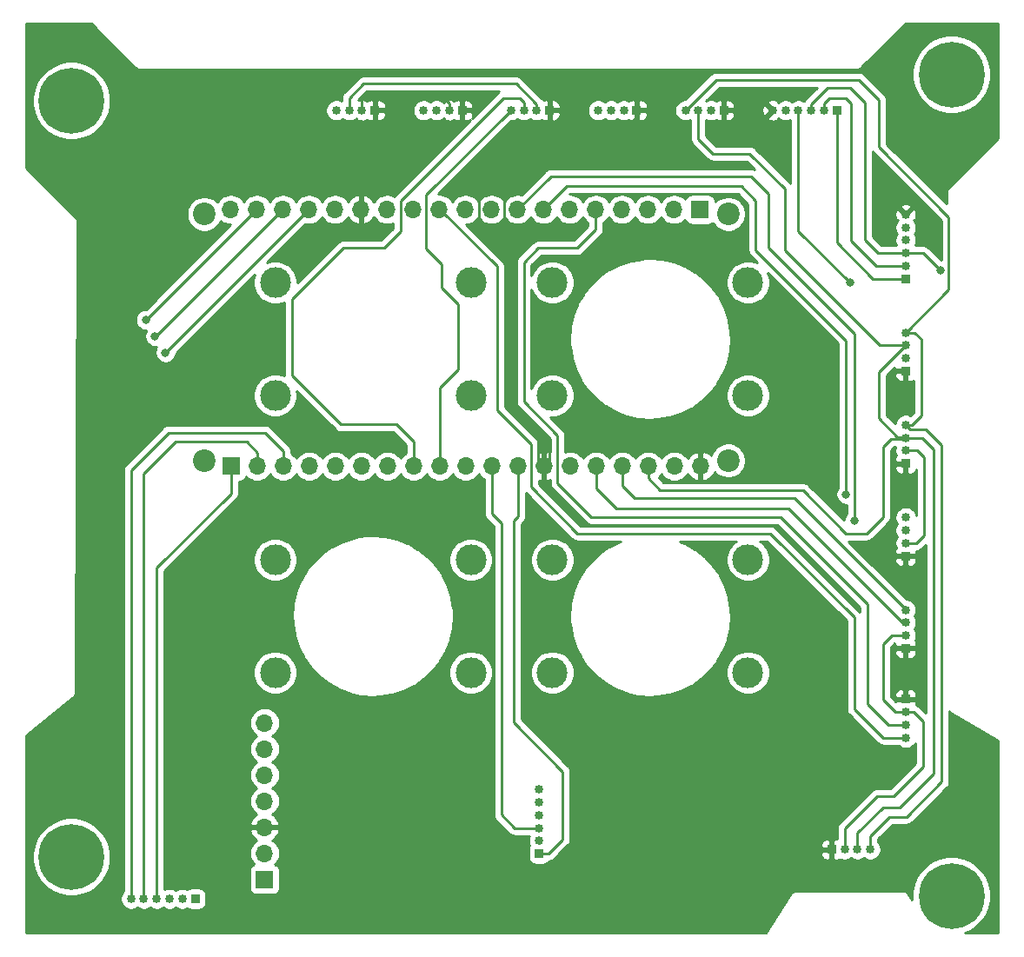
<source format=gbr>
G04 #@! TF.GenerationSoftware,KiCad,Pcbnew,(5.1.2)-2*
G04 #@! TF.CreationDate,2021-04-07T22:12:18-04:00*
G04 #@! TF.ProjectId,Magnetometer_A,4d61676e-6574-46f6-9d65-7465725f412e,rev?*
G04 #@! TF.SameCoordinates,Original*
G04 #@! TF.FileFunction,Copper,L2,Bot*
G04 #@! TF.FilePolarity,Positive*
%FSLAX46Y46*%
G04 Gerber Fmt 4.6, Leading zero omitted, Abs format (unit mm)*
G04 Created by KiCad (PCBNEW (5.1.2)-2) date 2021-04-07 22:12:18*
%MOMM*%
%LPD*%
G04 APERTURE LIST*
%ADD10C,2.200000*%
%ADD11C,0.850000*%
%ADD12R,0.850000X0.850000*%
%ADD13C,3.000000*%
%ADD14C,6.400000*%
%ADD15R,1.700000X1.700000*%
%ADD16O,1.700000X1.700000*%
%ADD17C,0.800000*%
%ADD18C,0.250000*%
%ADD19C,0.254000*%
G04 APERTURE END LIST*
D10*
X51900000Y-64700000D03*
X51900000Y-40700000D03*
X102900000Y-64700000D03*
X102900000Y-40700000D03*
D11*
X120200000Y-61250000D03*
X120200000Y-62500000D03*
X120200000Y-63750000D03*
D12*
X120200000Y-65000000D03*
D11*
X120200000Y-91700000D03*
X120200000Y-90450000D03*
X120200000Y-89200000D03*
D12*
X120200000Y-87950000D03*
X94000000Y-30600000D03*
D11*
X92750000Y-30600000D03*
X91500000Y-30600000D03*
X90250000Y-30600000D03*
D13*
X104840353Y-85365848D03*
X85787794Y-85365848D03*
X85787794Y-74365848D03*
X77840353Y-74365848D03*
X77840353Y-85365848D03*
X58787794Y-85365848D03*
X58787794Y-74365848D03*
X104840353Y-47365848D03*
X104840353Y-58365848D03*
X85787794Y-58365848D03*
X85787794Y-47365848D03*
X77840353Y-47365848D03*
X77840353Y-58365848D03*
X58787794Y-58365848D03*
X58787794Y-47365848D03*
X104840353Y-74365848D03*
D12*
X120200000Y-74000000D03*
D11*
X120200000Y-72750000D03*
X120200000Y-71500000D03*
X120200000Y-70250000D03*
D14*
X38940000Y-29650000D03*
X38940000Y-103310000D03*
X124670000Y-27090000D03*
X124660000Y-107100000D03*
D15*
X100160000Y-40250000D03*
D16*
X97620000Y-40250000D03*
X95080000Y-40250000D03*
X92540000Y-40250000D03*
X90000000Y-40250000D03*
X87460000Y-40250000D03*
X84920000Y-40250000D03*
X82380000Y-40250000D03*
X79840000Y-40250000D03*
X77300000Y-40250000D03*
X74760000Y-40250000D03*
X72220000Y-40250000D03*
X69680000Y-40250000D03*
X67140000Y-40250000D03*
X64600000Y-40250000D03*
X62060000Y-40250000D03*
X59520000Y-40250000D03*
X56980000Y-40250000D03*
X54440000Y-40250000D03*
X100220000Y-65250000D03*
X97680000Y-65250000D03*
X95140000Y-65250000D03*
X92600000Y-65250000D03*
X90060000Y-65250000D03*
X87520000Y-65250000D03*
X84980000Y-65250000D03*
X82440000Y-65250000D03*
X79900000Y-65250000D03*
X77360000Y-65250000D03*
X74820000Y-65250000D03*
X72280000Y-65250000D03*
X69740000Y-65250000D03*
X67200000Y-65250000D03*
X64660000Y-65250000D03*
X62120000Y-65250000D03*
X59580000Y-65250000D03*
X57040000Y-65250000D03*
D15*
X54500000Y-65250000D03*
D11*
X44750000Y-107400000D03*
X46000000Y-107400000D03*
X47250000Y-107400000D03*
X48500000Y-107400000D03*
X49750000Y-107400000D03*
D12*
X51000000Y-107400000D03*
D15*
X57750000Y-105500000D03*
D16*
X57750000Y-102960000D03*
X57750000Y-100420000D03*
X57750000Y-97880000D03*
X57750000Y-95340000D03*
X57750000Y-92800000D03*
X57750000Y-90260000D03*
D12*
X84500000Y-103000000D03*
D11*
X84500000Y-101750000D03*
X84500000Y-100500000D03*
X84500000Y-99250000D03*
X84500000Y-98000000D03*
X84500000Y-96750000D03*
X98750000Y-30600000D03*
X100000000Y-30600000D03*
X101250000Y-30600000D03*
D12*
X102500000Y-30600000D03*
X120200000Y-56000000D03*
D11*
X120200000Y-54750000D03*
X120200000Y-53500000D03*
X120200000Y-52250000D03*
D12*
X113500000Y-30600000D03*
D11*
X112250000Y-30600000D03*
X111000000Y-30600000D03*
X109750000Y-30600000D03*
X108500000Y-30600000D03*
X107250000Y-30600000D03*
X120200000Y-40750000D03*
X120200000Y-42000000D03*
X120200000Y-43250000D03*
X120200000Y-44500000D03*
X120200000Y-45750000D03*
D12*
X120200000Y-47000000D03*
D11*
X116750000Y-102600000D03*
X115500000Y-102600000D03*
X114250000Y-102600000D03*
D12*
X113000000Y-102600000D03*
X85500000Y-30600000D03*
D11*
X84250000Y-30600000D03*
X83000000Y-30600000D03*
X81750000Y-30600000D03*
X120200000Y-79250000D03*
X120200000Y-80500000D03*
X120200000Y-81750000D03*
D12*
X120200000Y-83000000D03*
X68500000Y-30600000D03*
D11*
X67250000Y-30600000D03*
X66000000Y-30600000D03*
X64750000Y-30600000D03*
X73250000Y-30600000D03*
X74500000Y-30600000D03*
X75750000Y-30600000D03*
D12*
X77000000Y-30600000D03*
D17*
X114399992Y-68000000D03*
X115200000Y-70600000D03*
X48100000Y-54200012D03*
X47100000Y-52600000D03*
X46200000Y-51000000D03*
X123600000Y-46200000D03*
X114800000Y-47400000D03*
D18*
X67800000Y-29000000D02*
X74800000Y-29000000D01*
X67250000Y-29550000D02*
X67800000Y-29000000D01*
X75750000Y-29950000D02*
X75750000Y-30600000D01*
X74800000Y-29000000D02*
X75750000Y-29950000D01*
X67250000Y-30600000D02*
X67250000Y-29550000D01*
X84800000Y-32600000D02*
X85500000Y-31900000D01*
X83100000Y-32600000D02*
X84800000Y-32600000D01*
X78600000Y-37100000D02*
X83100000Y-32600000D01*
X84400000Y-64670000D02*
X84400000Y-62700000D01*
X84980000Y-65250000D02*
X84400000Y-64670000D01*
X84400000Y-62700000D02*
X81500000Y-59800000D01*
X81500000Y-45000000D02*
X78600000Y-42100000D01*
X85500000Y-31900000D02*
X85500000Y-30600000D01*
X81500000Y-59800000D02*
X81500000Y-45000000D01*
X78600000Y-42100000D02*
X78600000Y-37100000D01*
X82100000Y-59100000D02*
X85500000Y-62500000D01*
X82100000Y-44000000D02*
X82100000Y-59100000D01*
X94000000Y-31275000D02*
X91375000Y-33900000D01*
X94000000Y-30600000D02*
X94000000Y-31275000D01*
X91375000Y-33900000D02*
X85100000Y-33900000D01*
X85100000Y-33900000D02*
X81100000Y-37900000D01*
X85500000Y-64730000D02*
X84980000Y-65250000D01*
X85500000Y-62500000D02*
X85500000Y-64730000D01*
X81100000Y-37900000D02*
X81100000Y-43000000D01*
X81100000Y-43000000D02*
X82100000Y-44000000D01*
X114250000Y-102600000D02*
X114250000Y-101850000D01*
X114250000Y-101850000D02*
X114250000Y-102000000D01*
X114250000Y-100550000D02*
X114250000Y-101850000D01*
X121000000Y-89200000D02*
X121900000Y-90100000D01*
X121900000Y-90100000D02*
X121900000Y-94500000D01*
X120200000Y-89200000D02*
X121000000Y-89200000D01*
X121900000Y-94500000D02*
X119000000Y-97400000D01*
X119000000Y-97400000D02*
X117400000Y-97400000D01*
X117400000Y-97400000D02*
X114250000Y-100550000D01*
X121250000Y-72750000D02*
X120200000Y-72750000D01*
X122000000Y-72000000D02*
X121250000Y-72750000D01*
X122000000Y-64400000D02*
X122000000Y-72000000D01*
X120200000Y-63750000D02*
X121350000Y-63750000D01*
X121350000Y-63750000D02*
X122000000Y-64400000D01*
X118850000Y-81750000D02*
X120200000Y-81750000D01*
X118000000Y-82600000D02*
X118850000Y-81750000D01*
X118000000Y-88000000D02*
X118000000Y-82600000D01*
X120200000Y-89200000D02*
X119200000Y-89200000D01*
X119200000Y-89200000D02*
X118000000Y-88000000D01*
X90000000Y-42200000D02*
X90000000Y-40250000D01*
X83000000Y-45400000D02*
X84400000Y-44000000D01*
X83000000Y-59000000D02*
X83000000Y-45400000D01*
X86300000Y-62300000D02*
X83000000Y-59000000D01*
X86300000Y-66900000D02*
X86300000Y-62300000D01*
X118550000Y-90450000D02*
X116500000Y-88400000D01*
X88200000Y-44000000D02*
X90000000Y-42200000D01*
X84400000Y-44000000D02*
X88200000Y-44000000D01*
X116500000Y-88400000D02*
X116500000Y-78700000D01*
X116500000Y-78700000D02*
X108000000Y-70200000D01*
X120200000Y-90450000D02*
X118550000Y-90450000D01*
X108000000Y-70200000D02*
X89600000Y-70200000D01*
X89600000Y-70200000D02*
X86300000Y-66900000D01*
X119950000Y-70200000D02*
X120000000Y-70250000D01*
X114399992Y-67434315D02*
X114399992Y-68000000D01*
X87170000Y-38000000D02*
X104200000Y-38000000D01*
X84920000Y-40250000D02*
X87170000Y-38000000D01*
X104200000Y-38000000D02*
X105600000Y-39400000D01*
X105600000Y-44200000D02*
X114399992Y-52999992D01*
X105600000Y-39400000D02*
X105600000Y-44200000D01*
X114399992Y-52999992D02*
X114399992Y-67434315D01*
X115200000Y-70034315D02*
X115200000Y-70600000D01*
X85630000Y-37000000D02*
X105100000Y-37000000D01*
X82380000Y-40250000D02*
X85630000Y-37000000D01*
X105100000Y-37000000D02*
X106800000Y-38700000D01*
X106800000Y-44000000D02*
X115200000Y-52400000D01*
X106800000Y-38700000D02*
X106800000Y-44000000D01*
X115200000Y-52400000D02*
X115200000Y-70034315D01*
X80400000Y-59800000D02*
X80400000Y-45800000D01*
X80400000Y-45800000D02*
X74850000Y-40250000D01*
X83700000Y-67300000D02*
X83700000Y-63100000D01*
X118000000Y-91700000D02*
X115200000Y-88900000D01*
X120200000Y-91700000D02*
X118000000Y-91700000D01*
X115200000Y-88900000D02*
X115200000Y-80000000D01*
X83700000Y-63100000D02*
X80400000Y-59800000D01*
X115200000Y-80000000D02*
X107000000Y-71800000D01*
X74850000Y-40250000D02*
X74760000Y-40250000D01*
X107000000Y-71800000D02*
X88200000Y-71800000D01*
X88200000Y-71800000D02*
X83700000Y-67300000D01*
X62060000Y-40250000D02*
X48109988Y-54200012D01*
X48109988Y-54200012D02*
X48100000Y-54200012D01*
X47170000Y-52600000D02*
X47100000Y-52600000D01*
X59520000Y-40250000D02*
X47170000Y-52600000D01*
X56980000Y-40250000D02*
X46230000Y-51000000D01*
X46230000Y-51000000D02*
X46200000Y-51000000D01*
X66000000Y-29400000D02*
X66000000Y-30600000D01*
X67400000Y-28000000D02*
X66000000Y-29400000D01*
X82251040Y-28000000D02*
X67400000Y-28000000D01*
X84250000Y-30600000D02*
X84250000Y-29998960D01*
X84250000Y-29998960D02*
X82251040Y-28000000D01*
X111000000Y-30000000D02*
X111000000Y-30600000D01*
X117500000Y-44500000D02*
X116200000Y-43200000D01*
X120200000Y-44500000D02*
X117500000Y-44500000D01*
X116200000Y-29800000D02*
X114800000Y-28400000D01*
X114800000Y-28400000D02*
X112600000Y-28400000D01*
X116200000Y-43200000D02*
X116200000Y-29800000D01*
X112600000Y-28400000D02*
X111000000Y-30000000D01*
X123200001Y-45800001D02*
X123600000Y-46200000D01*
X120200000Y-44500000D02*
X121900000Y-44500000D01*
X121900000Y-44500000D02*
X123200001Y-45800001D01*
X115500000Y-101000000D02*
X115500000Y-102600000D01*
X121800000Y-62500000D02*
X122900000Y-63600000D01*
X122900000Y-63600000D02*
X122900000Y-95200000D01*
X119600000Y-98500000D02*
X118000000Y-98500000D01*
X120200000Y-62500000D02*
X121800000Y-62500000D01*
X122900000Y-95200000D02*
X119600000Y-98500000D01*
X118000000Y-98500000D02*
X115500000Y-101000000D01*
X118700000Y-53500000D02*
X118500000Y-53500000D01*
X120200000Y-53500000D02*
X118700000Y-53500000D01*
X117700000Y-53500000D02*
X118700000Y-53500000D01*
X100000000Y-33400000D02*
X101400000Y-34800000D01*
X100000000Y-30600000D02*
X100000000Y-33400000D01*
X101400000Y-34800000D02*
X105000000Y-34800000D01*
X105000000Y-34800000D02*
X108400000Y-38200000D01*
X108400000Y-38200000D02*
X108400000Y-44200000D01*
X108400000Y-44200000D02*
X117700000Y-53500000D01*
X117600000Y-56100000D02*
X120200000Y-53500000D01*
X117600000Y-60600000D02*
X117600000Y-56100000D01*
X119400000Y-62400000D02*
X117600000Y-60600000D01*
X120200000Y-62500000D02*
X120100000Y-62400000D01*
X120100000Y-62400000D02*
X119400000Y-62400000D01*
X120100000Y-62600000D02*
X120200000Y-62500000D01*
X95140000Y-65250000D02*
X95140000Y-66452081D01*
X118000000Y-63400000D02*
X118800000Y-62600000D01*
X96287919Y-67600000D02*
X110200000Y-67600000D01*
X110200000Y-67600000D02*
X114400000Y-71800000D01*
X118000000Y-70200000D02*
X118000000Y-63400000D01*
X95140000Y-66452081D02*
X96287919Y-67600000D01*
X114400000Y-71800000D02*
X116400000Y-71800000D01*
X118800000Y-62600000D02*
X120100000Y-62600000D01*
X116400000Y-71800000D02*
X118000000Y-70200000D01*
X120200000Y-79200000D02*
X120200000Y-79250000D01*
X109400000Y-68400000D02*
X120200000Y-79200000D01*
X93800000Y-68400000D02*
X109400000Y-68400000D01*
X92600000Y-65250000D02*
X92600000Y-67200000D01*
X92600000Y-67200000D02*
X93800000Y-68400000D01*
X119900000Y-80500000D02*
X120200000Y-80500000D01*
X108800000Y-69400000D02*
X119900000Y-80500000D01*
X92000000Y-69400000D02*
X108800000Y-69400000D01*
X90060000Y-65250000D02*
X90060000Y-67460000D01*
X90060000Y-67460000D02*
X92000000Y-69400000D01*
X120801040Y-61250000D02*
X121700000Y-60351040D01*
X120200000Y-61250000D02*
X120801040Y-61250000D01*
X121700000Y-60351040D02*
X121700000Y-52900000D01*
X121050000Y-52250000D02*
X120200000Y-52250000D01*
X121700000Y-52900000D02*
X121050000Y-52250000D01*
X116750000Y-101275000D02*
X116750000Y-102600000D01*
X120650000Y-61700000D02*
X122200000Y-61700000D01*
X120200000Y-61250000D02*
X120650000Y-61700000D01*
X118625000Y-99400000D02*
X116750000Y-101275000D01*
X122200000Y-61700000D02*
X123700000Y-63200000D01*
X123700000Y-63200000D02*
X123700000Y-96000000D01*
X123700000Y-96000000D02*
X120300000Y-99400000D01*
X120300000Y-99400000D02*
X118625000Y-99400000D01*
X99174999Y-30175001D02*
X98750000Y-30600000D01*
X101750000Y-27600000D02*
X99174999Y-30175001D01*
X124400000Y-48050000D02*
X124400000Y-41000000D01*
X124400000Y-41000000D02*
X117600000Y-34200000D01*
X120200000Y-52250000D02*
X124400000Y-48050000D01*
X117600000Y-34200000D02*
X117600000Y-29600000D01*
X117600000Y-29600000D02*
X115600000Y-27600000D01*
X115600000Y-27600000D02*
X101750000Y-27600000D01*
X85400000Y-103000000D02*
X84500000Y-103000000D01*
X82440000Y-70160000D02*
X82000000Y-70600000D01*
X82440000Y-65250000D02*
X82440000Y-70160000D01*
X82000000Y-90200000D02*
X86800000Y-95000000D01*
X82000000Y-70600000D02*
X82000000Y-90200000D01*
X86800000Y-95000000D02*
X86800000Y-101600000D01*
X86800000Y-101600000D02*
X85400000Y-103000000D01*
X112250000Y-29932499D02*
X112250000Y-30600000D01*
X117350000Y-45750000D02*
X114900000Y-43300000D01*
X120200000Y-45750000D02*
X117350000Y-45750000D01*
X114900000Y-43300000D02*
X114900000Y-29900000D01*
X114900000Y-29900000D02*
X114400000Y-29400000D01*
X114400000Y-29400000D02*
X112782499Y-29400000D01*
X112782499Y-29400000D02*
X112250000Y-29932499D01*
X113500000Y-30600000D02*
X113500000Y-43500000D01*
X117000000Y-47000000D02*
X120200000Y-47000000D01*
X113500000Y-43500000D02*
X117000000Y-47000000D01*
X82100000Y-100500000D02*
X84500000Y-100500000D01*
X80800000Y-99200000D02*
X82100000Y-100500000D01*
X80800000Y-70800000D02*
X80800000Y-99200000D01*
X79900000Y-65250000D02*
X79900000Y-69900000D01*
X79900000Y-69900000D02*
X80800000Y-70800000D01*
X109750000Y-30600000D02*
X109750000Y-42350000D01*
X109750000Y-42350000D02*
X114800000Y-47400000D01*
X74820000Y-57620000D02*
X74820000Y-65250000D01*
X74800000Y-57600000D02*
X74820000Y-57620000D01*
X73500000Y-38850000D02*
X73500000Y-44100000D01*
X81750000Y-30600000D02*
X73500000Y-38850000D01*
X76600000Y-55800000D02*
X74800000Y-57600000D01*
X73500000Y-44100000D02*
X75000000Y-45600000D01*
X75000000Y-45600000D02*
X75000000Y-47900000D01*
X75000000Y-47900000D02*
X76600000Y-49500000D01*
X76600000Y-49500000D02*
X76600000Y-55800000D01*
X70600000Y-61200000D02*
X72280000Y-62880000D01*
X72280000Y-62880000D02*
X72280000Y-65250000D01*
X60400000Y-56400000D02*
X65200000Y-61200000D01*
X60400000Y-49000000D02*
X60400000Y-56400000D01*
X65400000Y-44000000D02*
X60400000Y-49000000D01*
X69400000Y-44000000D02*
X65400000Y-44000000D01*
X83000000Y-29800000D02*
X82600000Y-29400000D01*
X83000000Y-30600000D02*
X83000000Y-29800000D01*
X81000000Y-29400000D02*
X71000000Y-39400000D01*
X71000000Y-39400000D02*
X71000000Y-42400000D01*
X65200000Y-61200000D02*
X70600000Y-61200000D01*
X82600000Y-29400000D02*
X81000000Y-29400000D01*
X71000000Y-42400000D02*
X69400000Y-44000000D01*
X44750000Y-106798960D02*
X44750000Y-107400000D01*
X44750000Y-65650000D02*
X44750000Y-106798960D01*
X48400000Y-62000000D02*
X44750000Y-65650000D01*
X57800000Y-62000000D02*
X48400000Y-62000000D01*
X59580000Y-65250000D02*
X59580000Y-63780000D01*
X59580000Y-63780000D02*
X57800000Y-62000000D01*
X46000000Y-66000000D02*
X46000000Y-107400000D01*
X49100000Y-62900000D02*
X46000000Y-66000000D01*
X55996040Y-62900000D02*
X49100000Y-62900000D01*
X57040000Y-65250000D02*
X57040000Y-63943960D01*
X57040000Y-63943960D02*
X55996040Y-62900000D01*
X47250000Y-75450000D02*
X47250000Y-107400000D01*
X47250000Y-75150000D02*
X47250000Y-75450000D01*
X54500000Y-65250000D02*
X54500000Y-67900000D01*
X54500000Y-67900000D02*
X47250000Y-75150000D01*
D19*
G36*
X129207401Y-22158674D02*
G01*
X129207400Y-33281019D01*
X124368083Y-38120337D01*
X124341957Y-38141956D01*
X124301879Y-38191197D01*
X124261375Y-38240550D01*
X124260737Y-38241744D01*
X124259888Y-38242787D01*
X124230184Y-38298905D01*
X124200090Y-38355208D01*
X124199698Y-38356501D01*
X124199068Y-38357691D01*
X124180840Y-38418666D01*
X124162351Y-38479618D01*
X124162219Y-38480958D01*
X124161832Y-38482253D01*
X124155845Y-38545676D01*
X124149608Y-38609000D01*
X124152932Y-38642751D01*
X124157143Y-39682341D01*
X118360000Y-33885199D01*
X118360000Y-29637322D01*
X118363676Y-29599999D01*
X118360000Y-29562676D01*
X118360000Y-29562667D01*
X118349003Y-29451014D01*
X118305546Y-29307753D01*
X118280021Y-29259999D01*
X118234974Y-29175723D01*
X118163799Y-29088997D01*
X118140001Y-29059999D01*
X118111003Y-29036201D01*
X116163804Y-27089003D01*
X116140001Y-27059999D01*
X116024276Y-26965026D01*
X115892247Y-26894454D01*
X115748986Y-26850997D01*
X115637333Y-26840000D01*
X115637322Y-26840000D01*
X115600000Y-26836324D01*
X115562678Y-26840000D01*
X101787322Y-26840000D01*
X101749999Y-26836324D01*
X101712676Y-26840000D01*
X101712667Y-26840000D01*
X101601014Y-26850997D01*
X101457753Y-26894454D01*
X101325724Y-26965026D01*
X101209999Y-27059999D01*
X101186201Y-27088997D01*
X98735199Y-29540000D01*
X98645599Y-29540000D01*
X98440809Y-29580735D01*
X98247902Y-29660640D01*
X98074289Y-29776644D01*
X97926644Y-29924289D01*
X97810640Y-30097902D01*
X97730735Y-30290809D01*
X97690000Y-30495599D01*
X97690000Y-30704401D01*
X97730735Y-30909191D01*
X97810640Y-31102098D01*
X97926644Y-31275711D01*
X98074289Y-31423356D01*
X98247902Y-31539360D01*
X98440809Y-31619265D01*
X98645599Y-31660000D01*
X98854401Y-31660000D01*
X99059191Y-31619265D01*
X99240000Y-31544371D01*
X99240001Y-33362668D01*
X99236324Y-33400000D01*
X99240001Y-33437333D01*
X99250998Y-33548986D01*
X99255864Y-33565026D01*
X99294454Y-33692246D01*
X99365026Y-33824276D01*
X99436201Y-33911002D01*
X99460000Y-33940001D01*
X99488998Y-33963799D01*
X100836200Y-35311002D01*
X100859999Y-35340001D01*
X100888997Y-35363799D01*
X100975723Y-35434974D01*
X101107753Y-35505546D01*
X101251014Y-35549003D01*
X101362667Y-35560000D01*
X101362677Y-35560000D01*
X101400000Y-35563676D01*
X101437322Y-35560000D01*
X104685199Y-35560000D01*
X105451123Y-36325924D01*
X105392247Y-36294454D01*
X105248986Y-36250997D01*
X105137333Y-36240000D01*
X105137322Y-36240000D01*
X105100000Y-36236324D01*
X105062678Y-36240000D01*
X85667322Y-36240000D01*
X85629999Y-36236324D01*
X85592676Y-36240000D01*
X85592667Y-36240000D01*
X85481014Y-36250997D01*
X85337753Y-36294454D01*
X85205723Y-36365026D01*
X85126553Y-36430000D01*
X85089999Y-36459999D01*
X85066201Y-36488997D01*
X82745996Y-38809203D01*
X82671111Y-38786487D01*
X82452950Y-38765000D01*
X82307050Y-38765000D01*
X82088889Y-38786487D01*
X81808966Y-38871401D01*
X81550986Y-39009294D01*
X81324866Y-39194866D01*
X81139294Y-39420986D01*
X81110000Y-39475791D01*
X81080706Y-39420986D01*
X80895134Y-39194866D01*
X80669014Y-39009294D01*
X80411034Y-38871401D01*
X80131111Y-38786487D01*
X79912950Y-38765000D01*
X79767050Y-38765000D01*
X79548889Y-38786487D01*
X79268966Y-38871401D01*
X79010986Y-39009294D01*
X78784866Y-39194866D01*
X78599294Y-39420986D01*
X78570000Y-39475791D01*
X78540706Y-39420986D01*
X78355134Y-39194866D01*
X78129014Y-39009294D01*
X77871034Y-38871401D01*
X77591111Y-38786487D01*
X77372950Y-38765000D01*
X77227050Y-38765000D01*
X77008889Y-38786487D01*
X76728966Y-38871401D01*
X76470986Y-39009294D01*
X76244866Y-39194866D01*
X76059294Y-39420986D01*
X76030000Y-39475791D01*
X76000706Y-39420986D01*
X75815134Y-39194866D01*
X75589014Y-39009294D01*
X75331034Y-38871401D01*
X75051111Y-38786487D01*
X74832950Y-38765000D01*
X74687050Y-38765000D01*
X74656824Y-38767977D01*
X81764802Y-31660000D01*
X81854401Y-31660000D01*
X82059191Y-31619265D01*
X82252098Y-31539360D01*
X82375000Y-31457240D01*
X82497902Y-31539360D01*
X82690809Y-31619265D01*
X82895599Y-31660000D01*
X83104401Y-31660000D01*
X83309191Y-31619265D01*
X83502098Y-31539360D01*
X83625000Y-31457240D01*
X83747902Y-31539360D01*
X83940809Y-31619265D01*
X84145599Y-31660000D01*
X84354401Y-31660000D01*
X84559191Y-31619265D01*
X84718003Y-31553483D01*
X84720506Y-31555537D01*
X84830820Y-31614502D01*
X84950518Y-31650812D01*
X85075000Y-31663072D01*
X85214250Y-31660000D01*
X85373000Y-31501250D01*
X85373000Y-30727000D01*
X85627000Y-30727000D01*
X85627000Y-31501250D01*
X85785750Y-31660000D01*
X85925000Y-31663072D01*
X86049482Y-31650812D01*
X86169180Y-31614502D01*
X86279494Y-31555537D01*
X86376185Y-31476185D01*
X86455537Y-31379494D01*
X86514502Y-31269180D01*
X86550812Y-31149482D01*
X86563072Y-31025000D01*
X86560000Y-30885750D01*
X86401250Y-30727000D01*
X85627000Y-30727000D01*
X85373000Y-30727000D01*
X85353000Y-30727000D01*
X85353000Y-30495599D01*
X89190000Y-30495599D01*
X89190000Y-30704401D01*
X89230735Y-30909191D01*
X89310640Y-31102098D01*
X89426644Y-31275711D01*
X89574289Y-31423356D01*
X89747902Y-31539360D01*
X89940809Y-31619265D01*
X90145599Y-31660000D01*
X90354401Y-31660000D01*
X90559191Y-31619265D01*
X90752098Y-31539360D01*
X90875000Y-31457240D01*
X90997902Y-31539360D01*
X91190809Y-31619265D01*
X91395599Y-31660000D01*
X91604401Y-31660000D01*
X91809191Y-31619265D01*
X92002098Y-31539360D01*
X92125000Y-31457240D01*
X92247902Y-31539360D01*
X92440809Y-31619265D01*
X92645599Y-31660000D01*
X92854401Y-31660000D01*
X93059191Y-31619265D01*
X93218003Y-31553483D01*
X93220506Y-31555537D01*
X93330820Y-31614502D01*
X93450518Y-31650812D01*
X93575000Y-31663072D01*
X93714250Y-31660000D01*
X93873000Y-31501250D01*
X93873000Y-30727000D01*
X94127000Y-30727000D01*
X94127000Y-31501250D01*
X94285750Y-31660000D01*
X94425000Y-31663072D01*
X94549482Y-31650812D01*
X94669180Y-31614502D01*
X94779494Y-31555537D01*
X94876185Y-31476185D01*
X94955537Y-31379494D01*
X95014502Y-31269180D01*
X95050812Y-31149482D01*
X95063072Y-31025000D01*
X95060000Y-30885750D01*
X94901250Y-30727000D01*
X94127000Y-30727000D01*
X93873000Y-30727000D01*
X93853000Y-30727000D01*
X93853000Y-30473000D01*
X93873000Y-30473000D01*
X93873000Y-29698750D01*
X94127000Y-29698750D01*
X94127000Y-30473000D01*
X94901250Y-30473000D01*
X95060000Y-30314250D01*
X95063072Y-30175000D01*
X95050812Y-30050518D01*
X95014502Y-29930820D01*
X94955537Y-29820506D01*
X94876185Y-29723815D01*
X94779494Y-29644463D01*
X94669180Y-29585498D01*
X94549482Y-29549188D01*
X94425000Y-29536928D01*
X94285750Y-29540000D01*
X94127000Y-29698750D01*
X93873000Y-29698750D01*
X93714250Y-29540000D01*
X93575000Y-29536928D01*
X93450518Y-29549188D01*
X93330820Y-29585498D01*
X93220506Y-29644463D01*
X93218003Y-29646517D01*
X93059191Y-29580735D01*
X92854401Y-29540000D01*
X92645599Y-29540000D01*
X92440809Y-29580735D01*
X92247902Y-29660640D01*
X92125000Y-29742760D01*
X92002098Y-29660640D01*
X91809191Y-29580735D01*
X91604401Y-29540000D01*
X91395599Y-29540000D01*
X91190809Y-29580735D01*
X90997902Y-29660640D01*
X90875000Y-29742760D01*
X90752098Y-29660640D01*
X90559191Y-29580735D01*
X90354401Y-29540000D01*
X90145599Y-29540000D01*
X89940809Y-29580735D01*
X89747902Y-29660640D01*
X89574289Y-29776644D01*
X89426644Y-29924289D01*
X89310640Y-30097902D01*
X89230735Y-30290809D01*
X89190000Y-30495599D01*
X85353000Y-30495599D01*
X85353000Y-30473000D01*
X85373000Y-30473000D01*
X85373000Y-29698750D01*
X85627000Y-29698750D01*
X85627000Y-30473000D01*
X86401250Y-30473000D01*
X86560000Y-30314250D01*
X86563072Y-30175000D01*
X86550812Y-30050518D01*
X86514502Y-29930820D01*
X86455537Y-29820506D01*
X86376185Y-29723815D01*
X86279494Y-29644463D01*
X86169180Y-29585498D01*
X86049482Y-29549188D01*
X85925000Y-29536928D01*
X85785750Y-29540000D01*
X85627000Y-29698750D01*
X85373000Y-29698750D01*
X85214250Y-29540000D01*
X85075000Y-29536928D01*
X84950518Y-29549188D01*
X84881285Y-29570189D01*
X84790001Y-29458959D01*
X84761003Y-29435161D01*
X82814844Y-27489003D01*
X82791041Y-27459999D01*
X82675316Y-27365026D01*
X82543287Y-27294454D01*
X82400026Y-27250997D01*
X82288373Y-27240000D01*
X82288362Y-27240000D01*
X82251040Y-27236324D01*
X82213718Y-27240000D01*
X67437322Y-27240000D01*
X67400000Y-27236324D01*
X67362677Y-27240000D01*
X67362667Y-27240000D01*
X67251014Y-27250997D01*
X67107753Y-27294454D01*
X66975723Y-27365026D01*
X66892083Y-27433668D01*
X66859999Y-27459999D01*
X66836201Y-27488997D01*
X65489003Y-28836196D01*
X65459999Y-28859999D01*
X65404871Y-28927174D01*
X65365026Y-28975724D01*
X65319980Y-29059999D01*
X65294454Y-29107754D01*
X65250997Y-29251015D01*
X65240000Y-29362668D01*
X65240000Y-29362678D01*
X65236324Y-29400000D01*
X65240000Y-29437323D01*
X65240000Y-29655629D01*
X65059191Y-29580735D01*
X64854401Y-29540000D01*
X64645599Y-29540000D01*
X64440809Y-29580735D01*
X64247902Y-29660640D01*
X64074289Y-29776644D01*
X63926644Y-29924289D01*
X63810640Y-30097902D01*
X63730735Y-30290809D01*
X63690000Y-30495599D01*
X63690000Y-30704401D01*
X63730735Y-30909191D01*
X63810640Y-31102098D01*
X63926644Y-31275711D01*
X64074289Y-31423356D01*
X64247902Y-31539360D01*
X64440809Y-31619265D01*
X64645599Y-31660000D01*
X64854401Y-31660000D01*
X65059191Y-31619265D01*
X65252098Y-31539360D01*
X65375000Y-31457240D01*
X65497902Y-31539360D01*
X65690809Y-31619265D01*
X65895599Y-31660000D01*
X66104401Y-31660000D01*
X66309191Y-31619265D01*
X66502098Y-31539360D01*
X66675711Y-31423356D01*
X66712989Y-31386078D01*
X66731144Y-31530210D01*
X66922588Y-31613560D01*
X67126616Y-31657959D01*
X67335384Y-31661702D01*
X67540870Y-31624644D01*
X67719225Y-31554486D01*
X67720506Y-31555537D01*
X67830820Y-31614502D01*
X67950518Y-31650812D01*
X68075000Y-31663072D01*
X68214250Y-31660000D01*
X68373000Y-31501250D01*
X68373000Y-30727000D01*
X68627000Y-30727000D01*
X68627000Y-31501250D01*
X68785750Y-31660000D01*
X68925000Y-31663072D01*
X69049482Y-31650812D01*
X69169180Y-31614502D01*
X69279494Y-31555537D01*
X69376185Y-31476185D01*
X69455537Y-31379494D01*
X69514502Y-31269180D01*
X69550812Y-31149482D01*
X69563072Y-31025000D01*
X69560000Y-30885750D01*
X69401250Y-30727000D01*
X68627000Y-30727000D01*
X68373000Y-30727000D01*
X68353000Y-30727000D01*
X68353000Y-30495599D01*
X72190000Y-30495599D01*
X72190000Y-30704401D01*
X72230735Y-30909191D01*
X72310640Y-31102098D01*
X72426644Y-31275711D01*
X72574289Y-31423356D01*
X72747902Y-31539360D01*
X72940809Y-31619265D01*
X73145599Y-31660000D01*
X73354401Y-31660000D01*
X73559191Y-31619265D01*
X73752098Y-31539360D01*
X73875000Y-31457240D01*
X73997902Y-31539360D01*
X74190809Y-31619265D01*
X74395599Y-31660000D01*
X74604401Y-31660000D01*
X74809191Y-31619265D01*
X75002098Y-31539360D01*
X75175711Y-31423356D01*
X75212989Y-31386078D01*
X75231144Y-31530210D01*
X75422588Y-31613560D01*
X75626616Y-31657959D01*
X75835384Y-31661702D01*
X76040870Y-31624644D01*
X76219225Y-31554486D01*
X76220506Y-31555537D01*
X76330820Y-31614502D01*
X76450518Y-31650812D01*
X76575000Y-31663072D01*
X76714250Y-31660000D01*
X76873000Y-31501250D01*
X76873000Y-30727000D01*
X76853000Y-30727000D01*
X76853000Y-30473000D01*
X76873000Y-30473000D01*
X76873000Y-29698750D01*
X77127000Y-29698750D01*
X77127000Y-30473000D01*
X77901250Y-30473000D01*
X78060000Y-30314250D01*
X78063072Y-30175000D01*
X78050812Y-30050518D01*
X78014502Y-29930820D01*
X77955537Y-29820506D01*
X77876185Y-29723815D01*
X77779494Y-29644463D01*
X77669180Y-29585498D01*
X77549482Y-29549188D01*
X77425000Y-29536928D01*
X77285750Y-29540000D01*
X77127000Y-29698750D01*
X76873000Y-29698750D01*
X76714250Y-29540000D01*
X76575000Y-29536928D01*
X76450518Y-29549188D01*
X76330820Y-29585498D01*
X76220506Y-29644463D01*
X76217101Y-29647257D01*
X76077412Y-29586440D01*
X75873384Y-29542041D01*
X75664616Y-29538298D01*
X75459130Y-29575356D01*
X75264821Y-29651790D01*
X75231144Y-29669790D01*
X75212989Y-29813922D01*
X75175711Y-29776644D01*
X75002098Y-29660640D01*
X74809191Y-29580735D01*
X74604401Y-29540000D01*
X74395599Y-29540000D01*
X74190809Y-29580735D01*
X73997902Y-29660640D01*
X73875000Y-29742760D01*
X73752098Y-29660640D01*
X73559191Y-29580735D01*
X73354401Y-29540000D01*
X73145599Y-29540000D01*
X72940809Y-29580735D01*
X72747902Y-29660640D01*
X72574289Y-29776644D01*
X72426644Y-29924289D01*
X72310640Y-30097902D01*
X72230735Y-30290809D01*
X72190000Y-30495599D01*
X68353000Y-30495599D01*
X68353000Y-30473000D01*
X68373000Y-30473000D01*
X68373000Y-29698750D01*
X68627000Y-29698750D01*
X68627000Y-30473000D01*
X69401250Y-30473000D01*
X69560000Y-30314250D01*
X69563072Y-30175000D01*
X69550812Y-30050518D01*
X69514502Y-29930820D01*
X69455537Y-29820506D01*
X69376185Y-29723815D01*
X69279494Y-29644463D01*
X69169180Y-29585498D01*
X69049482Y-29549188D01*
X68925000Y-29536928D01*
X68785750Y-29540000D01*
X68627000Y-29698750D01*
X68373000Y-29698750D01*
X68214250Y-29540000D01*
X68075000Y-29536928D01*
X67950518Y-29549188D01*
X67830820Y-29585498D01*
X67720506Y-29644463D01*
X67717101Y-29647257D01*
X67577412Y-29586440D01*
X67373384Y-29542041D01*
X67164616Y-29538298D01*
X66959130Y-29575356D01*
X66860744Y-29614058D01*
X67714802Y-28760000D01*
X80585127Y-28760000D01*
X80575724Y-28765026D01*
X80459999Y-28859999D01*
X80436201Y-28888997D01*
X77966828Y-31358370D01*
X78014502Y-31269180D01*
X78050812Y-31149482D01*
X78063072Y-31025000D01*
X78060000Y-30885750D01*
X77901250Y-30727000D01*
X77127000Y-30727000D01*
X77127000Y-31501250D01*
X77285750Y-31660000D01*
X77425000Y-31663072D01*
X77549482Y-31650812D01*
X77669180Y-31614502D01*
X77758370Y-31566828D01*
X70489003Y-38836196D01*
X70459999Y-38859999D01*
X70422620Y-38905546D01*
X70389780Y-38945562D01*
X70251034Y-38871401D01*
X69971111Y-38786487D01*
X69752950Y-38765000D01*
X69607050Y-38765000D01*
X69388889Y-38786487D01*
X69108966Y-38871401D01*
X68850986Y-39009294D01*
X68624866Y-39194866D01*
X68439294Y-39420986D01*
X68404799Y-39485523D01*
X68335178Y-39368645D01*
X68140269Y-39152412D01*
X67906920Y-38978359D01*
X67644099Y-38853175D01*
X67496890Y-38808524D01*
X67267000Y-38929845D01*
X67267000Y-40123000D01*
X67287000Y-40123000D01*
X67287000Y-40377000D01*
X67267000Y-40377000D01*
X67267000Y-41570155D01*
X67496890Y-41691476D01*
X67644099Y-41646825D01*
X67906920Y-41521641D01*
X68140269Y-41347588D01*
X68335178Y-41131355D01*
X68404799Y-41014477D01*
X68439294Y-41079014D01*
X68624866Y-41305134D01*
X68850986Y-41490706D01*
X69108966Y-41628599D01*
X69388889Y-41713513D01*
X69607050Y-41735000D01*
X69752950Y-41735000D01*
X69971111Y-41713513D01*
X70240001Y-41631946D01*
X70240001Y-42085197D01*
X69085199Y-43240000D01*
X65437323Y-43240000D01*
X65400000Y-43236324D01*
X65362677Y-43240000D01*
X65362667Y-43240000D01*
X65251014Y-43250997D01*
X65107753Y-43294454D01*
X64975724Y-43365026D01*
X64859999Y-43459999D01*
X64836201Y-43488997D01*
X60922794Y-47402405D01*
X60922794Y-47155569D01*
X60840747Y-46743092D01*
X60679806Y-46354546D01*
X60446157Y-46004865D01*
X60148777Y-45707485D01*
X59799096Y-45473836D01*
X59410550Y-45312895D01*
X58998073Y-45230848D01*
X58577515Y-45230848D01*
X58165038Y-45312895D01*
X58006053Y-45378749D01*
X61694005Y-41690797D01*
X61768889Y-41713513D01*
X61987050Y-41735000D01*
X62132950Y-41735000D01*
X62351111Y-41713513D01*
X62631034Y-41628599D01*
X62889014Y-41490706D01*
X63115134Y-41305134D01*
X63300706Y-41079014D01*
X63330000Y-41024209D01*
X63359294Y-41079014D01*
X63544866Y-41305134D01*
X63770986Y-41490706D01*
X64028966Y-41628599D01*
X64308889Y-41713513D01*
X64527050Y-41735000D01*
X64672950Y-41735000D01*
X64891111Y-41713513D01*
X65171034Y-41628599D01*
X65429014Y-41490706D01*
X65655134Y-41305134D01*
X65840706Y-41079014D01*
X65875201Y-41014477D01*
X65944822Y-41131355D01*
X66139731Y-41347588D01*
X66373080Y-41521641D01*
X66635901Y-41646825D01*
X66783110Y-41691476D01*
X67013000Y-41570155D01*
X67013000Y-40377000D01*
X66993000Y-40377000D01*
X66993000Y-40123000D01*
X67013000Y-40123000D01*
X67013000Y-38929845D01*
X66783110Y-38808524D01*
X66635901Y-38853175D01*
X66373080Y-38978359D01*
X66139731Y-39152412D01*
X65944822Y-39368645D01*
X65875201Y-39485523D01*
X65840706Y-39420986D01*
X65655134Y-39194866D01*
X65429014Y-39009294D01*
X65171034Y-38871401D01*
X64891111Y-38786487D01*
X64672950Y-38765000D01*
X64527050Y-38765000D01*
X64308889Y-38786487D01*
X64028966Y-38871401D01*
X63770986Y-39009294D01*
X63544866Y-39194866D01*
X63359294Y-39420986D01*
X63330000Y-39475791D01*
X63300706Y-39420986D01*
X63115134Y-39194866D01*
X62889014Y-39009294D01*
X62631034Y-38871401D01*
X62351111Y-38786487D01*
X62132950Y-38765000D01*
X61987050Y-38765000D01*
X61768889Y-38786487D01*
X61488966Y-38871401D01*
X61230986Y-39009294D01*
X61004866Y-39194866D01*
X60819294Y-39420986D01*
X60790000Y-39475791D01*
X60760706Y-39420986D01*
X60575134Y-39194866D01*
X60349014Y-39009294D01*
X60091034Y-38871401D01*
X59811111Y-38786487D01*
X59592950Y-38765000D01*
X59447050Y-38765000D01*
X59228889Y-38786487D01*
X58948966Y-38871401D01*
X58690986Y-39009294D01*
X58464866Y-39194866D01*
X58279294Y-39420986D01*
X58250000Y-39475791D01*
X58220706Y-39420986D01*
X58035134Y-39194866D01*
X57809014Y-39009294D01*
X57551034Y-38871401D01*
X57271111Y-38786487D01*
X57052950Y-38765000D01*
X56907050Y-38765000D01*
X56688889Y-38786487D01*
X56408966Y-38871401D01*
X56150986Y-39009294D01*
X55924866Y-39194866D01*
X55739294Y-39420986D01*
X55710000Y-39475791D01*
X55680706Y-39420986D01*
X55495134Y-39194866D01*
X55269014Y-39009294D01*
X55011034Y-38871401D01*
X54731111Y-38786487D01*
X54512950Y-38765000D01*
X54367050Y-38765000D01*
X54148889Y-38786487D01*
X53868966Y-38871401D01*
X53610986Y-39009294D01*
X53384866Y-39194866D01*
X53199294Y-39420986D01*
X53155876Y-39502215D01*
X53005998Y-39352337D01*
X52721831Y-39162463D01*
X52406081Y-39031675D01*
X52070883Y-38965000D01*
X51729117Y-38965000D01*
X51393919Y-39031675D01*
X51078169Y-39162463D01*
X50794002Y-39352337D01*
X50552337Y-39594002D01*
X50362463Y-39878169D01*
X50231675Y-40193919D01*
X50165000Y-40529117D01*
X50165000Y-40870883D01*
X50231675Y-41206081D01*
X50362463Y-41521831D01*
X50552337Y-41805998D01*
X50794002Y-42047663D01*
X51078169Y-42237537D01*
X51393919Y-42368325D01*
X51729117Y-42435000D01*
X52070883Y-42435000D01*
X52406081Y-42368325D01*
X52721831Y-42237537D01*
X53005998Y-42047663D01*
X53247663Y-41805998D01*
X53437537Y-41521831D01*
X53491162Y-41392369D01*
X53610986Y-41490706D01*
X53868966Y-41628599D01*
X54148889Y-41713513D01*
X54367050Y-41735000D01*
X54420198Y-41735000D01*
X46190199Y-49965000D01*
X46098061Y-49965000D01*
X45898102Y-50004774D01*
X45709744Y-50082795D01*
X45540226Y-50196063D01*
X45396063Y-50340226D01*
X45282795Y-50509744D01*
X45204774Y-50698102D01*
X45165000Y-50898061D01*
X45165000Y-51101939D01*
X45204774Y-51301898D01*
X45282795Y-51490256D01*
X45396063Y-51659774D01*
X45540226Y-51803937D01*
X45709744Y-51917205D01*
X45898102Y-51995226D01*
X46098061Y-52035000D01*
X46232737Y-52035000D01*
X46182795Y-52109744D01*
X46104774Y-52298102D01*
X46065000Y-52498061D01*
X46065000Y-52701939D01*
X46104774Y-52901898D01*
X46182795Y-53090256D01*
X46296063Y-53259774D01*
X46440226Y-53403937D01*
X46609744Y-53517205D01*
X46798102Y-53595226D01*
X46998061Y-53635000D01*
X47201939Y-53635000D01*
X47237467Y-53627933D01*
X47182795Y-53709756D01*
X47104774Y-53898114D01*
X47065000Y-54098073D01*
X47065000Y-54301951D01*
X47104774Y-54501910D01*
X47182795Y-54690268D01*
X47296063Y-54859786D01*
X47440226Y-55003949D01*
X47609744Y-55117217D01*
X47798102Y-55195238D01*
X47998061Y-55235012D01*
X48201939Y-55235012D01*
X48401898Y-55195238D01*
X48590256Y-55117217D01*
X48759774Y-55003949D01*
X48903937Y-54859786D01*
X49017205Y-54690268D01*
X49095226Y-54501910D01*
X49135000Y-54301951D01*
X49135000Y-54249801D01*
X56800695Y-46584107D01*
X56734841Y-46743092D01*
X56652794Y-47155569D01*
X56652794Y-47576127D01*
X56734841Y-47988604D01*
X56895782Y-48377150D01*
X57129431Y-48726831D01*
X57426811Y-49024211D01*
X57776492Y-49257860D01*
X58165038Y-49418801D01*
X58577515Y-49500848D01*
X58998073Y-49500848D01*
X59410550Y-49418801D01*
X59640000Y-49323760D01*
X59640001Y-56362668D01*
X59636324Y-56400000D01*
X59636983Y-56406686D01*
X59410550Y-56312895D01*
X58998073Y-56230848D01*
X58577515Y-56230848D01*
X58165038Y-56312895D01*
X57776492Y-56473836D01*
X57426811Y-56707485D01*
X57129431Y-57004865D01*
X56895782Y-57354546D01*
X56734841Y-57743092D01*
X56652794Y-58155569D01*
X56652794Y-58576127D01*
X56734841Y-58988604D01*
X56895782Y-59377150D01*
X57129431Y-59726831D01*
X57426811Y-60024211D01*
X57776492Y-60257860D01*
X58165038Y-60418801D01*
X58577515Y-60500848D01*
X58998073Y-60500848D01*
X59410550Y-60418801D01*
X59799096Y-60257860D01*
X60148777Y-60024211D01*
X60446157Y-59726831D01*
X60679806Y-59377150D01*
X60840747Y-58988604D01*
X60922794Y-58576127D01*
X60922794Y-58155569D01*
X60883569Y-57958370D01*
X64636200Y-61711002D01*
X64659999Y-61740001D01*
X64688997Y-61763799D01*
X64775723Y-61834974D01*
X64907753Y-61905546D01*
X65051014Y-61949003D01*
X65162667Y-61960000D01*
X65162676Y-61960000D01*
X65199999Y-61963676D01*
X65237322Y-61960000D01*
X70285199Y-61960000D01*
X71520000Y-63194802D01*
X71520000Y-63972405D01*
X71450986Y-64009294D01*
X71224866Y-64194866D01*
X71039294Y-64420986D01*
X71010000Y-64475791D01*
X70980706Y-64420986D01*
X70795134Y-64194866D01*
X70569014Y-64009294D01*
X70311034Y-63871401D01*
X70031111Y-63786487D01*
X69812950Y-63765000D01*
X69667050Y-63765000D01*
X69448889Y-63786487D01*
X69168966Y-63871401D01*
X68910986Y-64009294D01*
X68684866Y-64194866D01*
X68499294Y-64420986D01*
X68470000Y-64475791D01*
X68440706Y-64420986D01*
X68255134Y-64194866D01*
X68029014Y-64009294D01*
X67771034Y-63871401D01*
X67491111Y-63786487D01*
X67272950Y-63765000D01*
X67127050Y-63765000D01*
X66908889Y-63786487D01*
X66628966Y-63871401D01*
X66370986Y-64009294D01*
X66144866Y-64194866D01*
X65959294Y-64420986D01*
X65930000Y-64475791D01*
X65900706Y-64420986D01*
X65715134Y-64194866D01*
X65489014Y-64009294D01*
X65231034Y-63871401D01*
X64951111Y-63786487D01*
X64732950Y-63765000D01*
X64587050Y-63765000D01*
X64368889Y-63786487D01*
X64088966Y-63871401D01*
X63830986Y-64009294D01*
X63604866Y-64194866D01*
X63419294Y-64420986D01*
X63390000Y-64475791D01*
X63360706Y-64420986D01*
X63175134Y-64194866D01*
X62949014Y-64009294D01*
X62691034Y-63871401D01*
X62411111Y-63786487D01*
X62192950Y-63765000D01*
X62047050Y-63765000D01*
X61828889Y-63786487D01*
X61548966Y-63871401D01*
X61290986Y-64009294D01*
X61064866Y-64194866D01*
X60879294Y-64420986D01*
X60850000Y-64475791D01*
X60820706Y-64420986D01*
X60635134Y-64194866D01*
X60409014Y-64009294D01*
X60340000Y-63972405D01*
X60340000Y-63817322D01*
X60343676Y-63779999D01*
X60340000Y-63742676D01*
X60340000Y-63742667D01*
X60329003Y-63631014D01*
X60285546Y-63487753D01*
X60269511Y-63457754D01*
X60214974Y-63355723D01*
X60143799Y-63268997D01*
X60120001Y-63239999D01*
X60091003Y-63216201D01*
X58363804Y-61489003D01*
X58340001Y-61459999D01*
X58224276Y-61365026D01*
X58092247Y-61294454D01*
X57948986Y-61250997D01*
X57837333Y-61240000D01*
X57837322Y-61240000D01*
X57800000Y-61236324D01*
X57762678Y-61240000D01*
X48437333Y-61240000D01*
X48400000Y-61236323D01*
X48362667Y-61240000D01*
X48251014Y-61250997D01*
X48107753Y-61294454D01*
X47975724Y-61365026D01*
X47859999Y-61459999D01*
X47836201Y-61488997D01*
X44239003Y-65086196D01*
X44209999Y-65109999D01*
X44165948Y-65163676D01*
X44115026Y-65225724D01*
X44082096Y-65287332D01*
X44044454Y-65357754D01*
X44000997Y-65501015D01*
X43990000Y-65612668D01*
X43990000Y-65612678D01*
X43986324Y-65650000D01*
X43990000Y-65687322D01*
X43990001Y-106660932D01*
X43926644Y-106724289D01*
X43810640Y-106897902D01*
X43730735Y-107090809D01*
X43690000Y-107295599D01*
X43690000Y-107504401D01*
X43730735Y-107709191D01*
X43810640Y-107902098D01*
X43926644Y-108075711D01*
X44074289Y-108223356D01*
X44247902Y-108339360D01*
X44440809Y-108419265D01*
X44645599Y-108460000D01*
X44854401Y-108460000D01*
X45059191Y-108419265D01*
X45252098Y-108339360D01*
X45375000Y-108257240D01*
X45497902Y-108339360D01*
X45690809Y-108419265D01*
X45895599Y-108460000D01*
X46104401Y-108460000D01*
X46309191Y-108419265D01*
X46502098Y-108339360D01*
X46625000Y-108257240D01*
X46747902Y-108339360D01*
X46940809Y-108419265D01*
X47145599Y-108460000D01*
X47354401Y-108460000D01*
X47559191Y-108419265D01*
X47752098Y-108339360D01*
X47875000Y-108257240D01*
X47997902Y-108339360D01*
X48190809Y-108419265D01*
X48395599Y-108460000D01*
X48604401Y-108460000D01*
X48809191Y-108419265D01*
X49002098Y-108339360D01*
X49125000Y-108257240D01*
X49247902Y-108339360D01*
X49440809Y-108419265D01*
X49645599Y-108460000D01*
X49854401Y-108460000D01*
X50059191Y-108419265D01*
X50218003Y-108353483D01*
X50220506Y-108355537D01*
X50330820Y-108414502D01*
X50450518Y-108450812D01*
X50575000Y-108463072D01*
X51425000Y-108463072D01*
X51549482Y-108450812D01*
X51669180Y-108414502D01*
X51779494Y-108355537D01*
X51876185Y-108276185D01*
X51955537Y-108179494D01*
X52014502Y-108069180D01*
X52050812Y-107949482D01*
X52063072Y-107825000D01*
X52063072Y-106975000D01*
X52050812Y-106850518D01*
X52014502Y-106730820D01*
X51955537Y-106620506D01*
X51876185Y-106523815D01*
X51779494Y-106444463D01*
X51669180Y-106385498D01*
X51549482Y-106349188D01*
X51425000Y-106336928D01*
X50575000Y-106336928D01*
X50450518Y-106349188D01*
X50330820Y-106385498D01*
X50220506Y-106444463D01*
X50218003Y-106446517D01*
X50059191Y-106380735D01*
X49854401Y-106340000D01*
X49645599Y-106340000D01*
X49440809Y-106380735D01*
X49247902Y-106460640D01*
X49125000Y-106542760D01*
X49002098Y-106460640D01*
X48809191Y-106380735D01*
X48604401Y-106340000D01*
X48395599Y-106340000D01*
X48190809Y-106380735D01*
X48010000Y-106455629D01*
X48010000Y-102960000D01*
X56257815Y-102960000D01*
X56286487Y-103251111D01*
X56371401Y-103531034D01*
X56509294Y-103789014D01*
X56694866Y-104015134D01*
X56724687Y-104039607D01*
X56655820Y-104060498D01*
X56545506Y-104119463D01*
X56448815Y-104198815D01*
X56369463Y-104295506D01*
X56310498Y-104405820D01*
X56274188Y-104525518D01*
X56261928Y-104650000D01*
X56261928Y-106350000D01*
X56274188Y-106474482D01*
X56310498Y-106594180D01*
X56369463Y-106704494D01*
X56448815Y-106801185D01*
X56545506Y-106880537D01*
X56655820Y-106939502D01*
X56775518Y-106975812D01*
X56900000Y-106988072D01*
X58600000Y-106988072D01*
X58724482Y-106975812D01*
X58844180Y-106939502D01*
X58954494Y-106880537D01*
X59051185Y-106801185D01*
X59130537Y-106704494D01*
X59189502Y-106594180D01*
X59225812Y-106474482D01*
X59238072Y-106350000D01*
X59238072Y-104650000D01*
X59225812Y-104525518D01*
X59189502Y-104405820D01*
X59130537Y-104295506D01*
X59051185Y-104198815D01*
X58954494Y-104119463D01*
X58844180Y-104060498D01*
X58775313Y-104039607D01*
X58805134Y-104015134D01*
X58990706Y-103789014D01*
X59128599Y-103531034D01*
X59213513Y-103251111D01*
X59242185Y-102960000D01*
X59213513Y-102668889D01*
X59128599Y-102388966D01*
X58990706Y-102130986D01*
X58805134Y-101904866D01*
X58579014Y-101719294D01*
X58514477Y-101684799D01*
X58631355Y-101615178D01*
X58847588Y-101420269D01*
X59021641Y-101186920D01*
X59146825Y-100924099D01*
X59191476Y-100776890D01*
X59070155Y-100547000D01*
X57877000Y-100547000D01*
X57877000Y-100567000D01*
X57623000Y-100567000D01*
X57623000Y-100547000D01*
X56429845Y-100547000D01*
X56308524Y-100776890D01*
X56353175Y-100924099D01*
X56478359Y-101186920D01*
X56652412Y-101420269D01*
X56868645Y-101615178D01*
X56985523Y-101684799D01*
X56920986Y-101719294D01*
X56694866Y-101904866D01*
X56509294Y-102130986D01*
X56371401Y-102388966D01*
X56286487Y-102668889D01*
X56257815Y-102960000D01*
X48010000Y-102960000D01*
X48010000Y-90260000D01*
X56257815Y-90260000D01*
X56286487Y-90551111D01*
X56371401Y-90831034D01*
X56509294Y-91089014D01*
X56694866Y-91315134D01*
X56920986Y-91500706D01*
X56975791Y-91530000D01*
X56920986Y-91559294D01*
X56694866Y-91744866D01*
X56509294Y-91970986D01*
X56371401Y-92228966D01*
X56286487Y-92508889D01*
X56257815Y-92800000D01*
X56286487Y-93091111D01*
X56371401Y-93371034D01*
X56509294Y-93629014D01*
X56694866Y-93855134D01*
X56920986Y-94040706D01*
X56975791Y-94070000D01*
X56920986Y-94099294D01*
X56694866Y-94284866D01*
X56509294Y-94510986D01*
X56371401Y-94768966D01*
X56286487Y-95048889D01*
X56257815Y-95340000D01*
X56286487Y-95631111D01*
X56371401Y-95911034D01*
X56509294Y-96169014D01*
X56694866Y-96395134D01*
X56920986Y-96580706D01*
X56975791Y-96610000D01*
X56920986Y-96639294D01*
X56694866Y-96824866D01*
X56509294Y-97050986D01*
X56371401Y-97308966D01*
X56286487Y-97588889D01*
X56257815Y-97880000D01*
X56286487Y-98171111D01*
X56371401Y-98451034D01*
X56509294Y-98709014D01*
X56694866Y-98935134D01*
X56920986Y-99120706D01*
X56985523Y-99155201D01*
X56868645Y-99224822D01*
X56652412Y-99419731D01*
X56478359Y-99653080D01*
X56353175Y-99915901D01*
X56308524Y-100063110D01*
X56429845Y-100293000D01*
X57623000Y-100293000D01*
X57623000Y-100273000D01*
X57877000Y-100273000D01*
X57877000Y-100293000D01*
X59070155Y-100293000D01*
X59191476Y-100063110D01*
X59146825Y-99915901D01*
X59021641Y-99653080D01*
X58847588Y-99419731D01*
X58631355Y-99224822D01*
X58514477Y-99155201D01*
X58579014Y-99120706D01*
X58805134Y-98935134D01*
X58990706Y-98709014D01*
X59128599Y-98451034D01*
X59213513Y-98171111D01*
X59242185Y-97880000D01*
X59213513Y-97588889D01*
X59128599Y-97308966D01*
X58990706Y-97050986D01*
X58805134Y-96824866D01*
X58579014Y-96639294D01*
X58524209Y-96610000D01*
X58579014Y-96580706D01*
X58805134Y-96395134D01*
X58990706Y-96169014D01*
X59128599Y-95911034D01*
X59213513Y-95631111D01*
X59242185Y-95340000D01*
X59213513Y-95048889D01*
X59128599Y-94768966D01*
X58990706Y-94510986D01*
X58805134Y-94284866D01*
X58579014Y-94099294D01*
X58524209Y-94070000D01*
X58579014Y-94040706D01*
X58805134Y-93855134D01*
X58990706Y-93629014D01*
X59128599Y-93371034D01*
X59213513Y-93091111D01*
X59242185Y-92800000D01*
X59213513Y-92508889D01*
X59128599Y-92228966D01*
X58990706Y-91970986D01*
X58805134Y-91744866D01*
X58579014Y-91559294D01*
X58524209Y-91530000D01*
X58579014Y-91500706D01*
X58805134Y-91315134D01*
X58990706Y-91089014D01*
X59128599Y-90831034D01*
X59213513Y-90551111D01*
X59242185Y-90260000D01*
X59213513Y-89968889D01*
X59128599Y-89688966D01*
X58990706Y-89430986D01*
X58805134Y-89204866D01*
X58579014Y-89019294D01*
X58321034Y-88881401D01*
X58041111Y-88796487D01*
X57822950Y-88775000D01*
X57677050Y-88775000D01*
X57458889Y-88796487D01*
X57178966Y-88881401D01*
X56920986Y-89019294D01*
X56694866Y-89204866D01*
X56509294Y-89430986D01*
X56371401Y-89688966D01*
X56286487Y-89968889D01*
X56257815Y-90260000D01*
X48010000Y-90260000D01*
X48010000Y-85155569D01*
X56652794Y-85155569D01*
X56652794Y-85576127D01*
X56734841Y-85988604D01*
X56895782Y-86377150D01*
X57129431Y-86726831D01*
X57426811Y-87024211D01*
X57776492Y-87257860D01*
X58165038Y-87418801D01*
X58577515Y-87500848D01*
X58998073Y-87500848D01*
X59410550Y-87418801D01*
X59799096Y-87257860D01*
X60148777Y-87024211D01*
X60446157Y-86726831D01*
X60679806Y-86377150D01*
X60840747Y-85988604D01*
X60922794Y-85576127D01*
X60922794Y-85155569D01*
X60840747Y-84743092D01*
X60679806Y-84354546D01*
X60446157Y-84004865D01*
X60148777Y-83707485D01*
X59799096Y-83473836D01*
X59410550Y-83312895D01*
X58998073Y-83230848D01*
X58577515Y-83230848D01*
X58165038Y-83312895D01*
X57776492Y-83473836D01*
X57426811Y-83707485D01*
X57129431Y-84004865D01*
X56895782Y-84354546D01*
X56734841Y-84743092D01*
X56652794Y-85155569D01*
X48010000Y-85155569D01*
X48010000Y-79877366D01*
X60454174Y-79877366D01*
X60454702Y-79894637D01*
X60482100Y-80522158D01*
X60485654Y-80552186D01*
X60487500Y-80582371D01*
X60490054Y-80599459D01*
X60661593Y-81652745D01*
X60671003Y-81691938D01*
X60679378Y-81731342D01*
X60684430Y-81747865D01*
X61009769Y-82764225D01*
X61024857Y-82801568D01*
X61038975Y-82839330D01*
X61046414Y-82854926D01*
X61518408Y-83812035D01*
X61538856Y-83846748D01*
X61558395Y-83881997D01*
X61568057Y-83896322D01*
X62176336Y-84773153D01*
X62201685Y-84804456D01*
X62226225Y-84836437D01*
X62237898Y-84849176D01*
X62969101Y-85626466D01*
X62998804Y-85653684D01*
X63027795Y-85681680D01*
X63041223Y-85692554D01*
X63879283Y-86353228D01*
X63912680Y-86375755D01*
X63945495Y-86399161D01*
X63960382Y-86407930D01*
X64886891Y-86937473D01*
X64923251Y-86954816D01*
X64959165Y-86973115D01*
X64975185Y-86979587D01*
X65969790Y-87366367D01*
X66008325Y-87378149D01*
X66046536Y-87390934D01*
X66063338Y-87394968D01*
X67104186Y-87630488D01*
X67144050Y-87636446D01*
X67183722Y-87643441D01*
X67200934Y-87644947D01*
X68265163Y-87724033D01*
X68295396Y-87724033D01*
X68325592Y-87725748D01*
X68342863Y-87725220D01*
X68970384Y-87697822D01*
X69000412Y-87694268D01*
X69030597Y-87692422D01*
X69047685Y-87689868D01*
X70100971Y-87518329D01*
X70140164Y-87508919D01*
X70179568Y-87500544D01*
X70196091Y-87495492D01*
X71212451Y-87170153D01*
X71249794Y-87155065D01*
X71287556Y-87140947D01*
X71303152Y-87133508D01*
X72260261Y-86661514D01*
X72294974Y-86641066D01*
X72330223Y-86621527D01*
X72344548Y-86611865D01*
X73221379Y-86003586D01*
X73252682Y-85978237D01*
X73284663Y-85953697D01*
X73297402Y-85942024D01*
X74074692Y-85210821D01*
X74101910Y-85181118D01*
X74126582Y-85155569D01*
X75705353Y-85155569D01*
X75705353Y-85576127D01*
X75787400Y-85988604D01*
X75948341Y-86377150D01*
X76181990Y-86726831D01*
X76479370Y-87024211D01*
X76829051Y-87257860D01*
X77217597Y-87418801D01*
X77630074Y-87500848D01*
X78050632Y-87500848D01*
X78463109Y-87418801D01*
X78851655Y-87257860D01*
X79201336Y-87024211D01*
X79498716Y-86726831D01*
X79732365Y-86377150D01*
X79893306Y-85988604D01*
X79975353Y-85576127D01*
X79975353Y-85155569D01*
X79893306Y-84743092D01*
X79732365Y-84354546D01*
X79498716Y-84004865D01*
X79201336Y-83707485D01*
X78851655Y-83473836D01*
X78463109Y-83312895D01*
X78050632Y-83230848D01*
X77630074Y-83230848D01*
X77217597Y-83312895D01*
X76829051Y-83473836D01*
X76479370Y-83707485D01*
X76181990Y-84004865D01*
X75948341Y-84354546D01*
X75787400Y-84743092D01*
X75705353Y-85155569D01*
X74126582Y-85155569D01*
X74129906Y-85152127D01*
X74140780Y-85138699D01*
X74801454Y-84300639D01*
X74823981Y-84267242D01*
X74847387Y-84234427D01*
X74856156Y-84219540D01*
X75385699Y-83293031D01*
X75403042Y-83256671D01*
X75421341Y-83220757D01*
X75427813Y-83204737D01*
X75814593Y-82210132D01*
X75826375Y-82171597D01*
X75839160Y-82133386D01*
X75843194Y-82116584D01*
X76078714Y-81075736D01*
X76084672Y-81035872D01*
X76091667Y-80996200D01*
X76093173Y-80978988D01*
X76172259Y-79914759D01*
X76172259Y-79884526D01*
X76173974Y-79854330D01*
X76173446Y-79837060D01*
X76146048Y-79209538D01*
X76142494Y-79179510D01*
X76140648Y-79149325D01*
X76138094Y-79132237D01*
X75966555Y-78078951D01*
X75957145Y-78039758D01*
X75948770Y-78000354D01*
X75943718Y-77983831D01*
X75618379Y-76967471D01*
X75603291Y-76930128D01*
X75589173Y-76892366D01*
X75581734Y-76876771D01*
X75109740Y-75919661D01*
X75089290Y-75884944D01*
X75069753Y-75849699D01*
X75060091Y-75835375D01*
X74451812Y-74958543D01*
X74426456Y-74927231D01*
X74401923Y-74895259D01*
X74390250Y-74882520D01*
X73706403Y-74155569D01*
X75705353Y-74155569D01*
X75705353Y-74576127D01*
X75787400Y-74988604D01*
X75948341Y-75377150D01*
X76181990Y-75726831D01*
X76479370Y-76024211D01*
X76829051Y-76257860D01*
X77217597Y-76418801D01*
X77630074Y-76500848D01*
X78050632Y-76500848D01*
X78463109Y-76418801D01*
X78851655Y-76257860D01*
X79201336Y-76024211D01*
X79498716Y-75726831D01*
X79732365Y-75377150D01*
X79893306Y-74988604D01*
X79975353Y-74576127D01*
X79975353Y-74155569D01*
X79893306Y-73743092D01*
X79732365Y-73354546D01*
X79498716Y-73004865D01*
X79201336Y-72707485D01*
X78851655Y-72473836D01*
X78463109Y-72312895D01*
X78050632Y-72230848D01*
X77630074Y-72230848D01*
X77217597Y-72312895D01*
X76829051Y-72473836D01*
X76479370Y-72707485D01*
X76181990Y-73004865D01*
X75948341Y-73354546D01*
X75787400Y-73743092D01*
X75705353Y-74155569D01*
X73706403Y-74155569D01*
X73659048Y-74105230D01*
X73629325Y-74077994D01*
X73600353Y-74050016D01*
X73586925Y-74039142D01*
X72748865Y-73378468D01*
X72715468Y-73355941D01*
X72682653Y-73332535D01*
X72667766Y-73323766D01*
X71741257Y-72794223D01*
X71704913Y-72776888D01*
X71668984Y-72758581D01*
X71652963Y-72752109D01*
X70658359Y-72365329D01*
X70619836Y-72353552D01*
X70581612Y-72340762D01*
X70564811Y-72336728D01*
X69523962Y-72101208D01*
X69484105Y-72095251D01*
X69444427Y-72088255D01*
X69427214Y-72086749D01*
X68362986Y-72007663D01*
X68332752Y-72007663D01*
X68302556Y-72005948D01*
X68285286Y-72006476D01*
X67657764Y-72033874D01*
X67627736Y-72037428D01*
X67597551Y-72039274D01*
X67580463Y-72041828D01*
X66527177Y-72213367D01*
X66487984Y-72222777D01*
X66448580Y-72231152D01*
X66432057Y-72236204D01*
X65415697Y-72561543D01*
X65378354Y-72576631D01*
X65340592Y-72590749D01*
X65324997Y-72598188D01*
X64367887Y-73070182D01*
X64333170Y-73090632D01*
X64297925Y-73110169D01*
X64283601Y-73119831D01*
X63406769Y-73728110D01*
X63375457Y-73753466D01*
X63343485Y-73777999D01*
X63330746Y-73789672D01*
X62553456Y-74520874D01*
X62526220Y-74550597D01*
X62498242Y-74579569D01*
X62487368Y-74592997D01*
X61826694Y-75431057D01*
X61804167Y-75464454D01*
X61780761Y-75497269D01*
X61771992Y-75512156D01*
X61242449Y-76438665D01*
X61225114Y-76475009D01*
X61206807Y-76510938D01*
X61200335Y-76526959D01*
X60813555Y-77521563D01*
X60801778Y-77560086D01*
X60788988Y-77598310D01*
X60784954Y-77615111D01*
X60549434Y-78655960D01*
X60543477Y-78695817D01*
X60536481Y-78735495D01*
X60534975Y-78752708D01*
X60455889Y-79816936D01*
X60455889Y-79847170D01*
X60454174Y-79877366D01*
X48010000Y-79877366D01*
X48010000Y-75464801D01*
X49319232Y-74155569D01*
X56652794Y-74155569D01*
X56652794Y-74576127D01*
X56734841Y-74988604D01*
X56895782Y-75377150D01*
X57129431Y-75726831D01*
X57426811Y-76024211D01*
X57776492Y-76257860D01*
X58165038Y-76418801D01*
X58577515Y-76500848D01*
X58998073Y-76500848D01*
X59410550Y-76418801D01*
X59799096Y-76257860D01*
X60148777Y-76024211D01*
X60446157Y-75726831D01*
X60679806Y-75377150D01*
X60840747Y-74988604D01*
X60922794Y-74576127D01*
X60922794Y-74155569D01*
X60840747Y-73743092D01*
X60679806Y-73354546D01*
X60446157Y-73004865D01*
X60148777Y-72707485D01*
X59799096Y-72473836D01*
X59410550Y-72312895D01*
X58998073Y-72230848D01*
X58577515Y-72230848D01*
X58165038Y-72312895D01*
X57776492Y-72473836D01*
X57426811Y-72707485D01*
X57129431Y-73004865D01*
X56895782Y-73354546D01*
X56734841Y-73743092D01*
X56652794Y-74155569D01*
X49319232Y-74155569D01*
X55011003Y-68463799D01*
X55040001Y-68440001D01*
X55134974Y-68324276D01*
X55205546Y-68192247D01*
X55249003Y-68048986D01*
X55260000Y-67937333D01*
X55260000Y-67937324D01*
X55263676Y-67900001D01*
X55260000Y-67862678D01*
X55260000Y-66738072D01*
X55350000Y-66738072D01*
X55474482Y-66725812D01*
X55594180Y-66689502D01*
X55704494Y-66630537D01*
X55801185Y-66551185D01*
X55880537Y-66454494D01*
X55939502Y-66344180D01*
X55960393Y-66275313D01*
X55984866Y-66305134D01*
X56210986Y-66490706D01*
X56468966Y-66628599D01*
X56748889Y-66713513D01*
X56967050Y-66735000D01*
X57112950Y-66735000D01*
X57331111Y-66713513D01*
X57611034Y-66628599D01*
X57869014Y-66490706D01*
X58095134Y-66305134D01*
X58280706Y-66079014D01*
X58310000Y-66024209D01*
X58339294Y-66079014D01*
X58524866Y-66305134D01*
X58750986Y-66490706D01*
X59008966Y-66628599D01*
X59288889Y-66713513D01*
X59507050Y-66735000D01*
X59652950Y-66735000D01*
X59871111Y-66713513D01*
X60151034Y-66628599D01*
X60409014Y-66490706D01*
X60635134Y-66305134D01*
X60820706Y-66079014D01*
X60850000Y-66024209D01*
X60879294Y-66079014D01*
X61064866Y-66305134D01*
X61290986Y-66490706D01*
X61548966Y-66628599D01*
X61828889Y-66713513D01*
X62047050Y-66735000D01*
X62192950Y-66735000D01*
X62411111Y-66713513D01*
X62691034Y-66628599D01*
X62949014Y-66490706D01*
X63175134Y-66305134D01*
X63360706Y-66079014D01*
X63390000Y-66024209D01*
X63419294Y-66079014D01*
X63604866Y-66305134D01*
X63830986Y-66490706D01*
X64088966Y-66628599D01*
X64368889Y-66713513D01*
X64587050Y-66735000D01*
X64732950Y-66735000D01*
X64951111Y-66713513D01*
X65231034Y-66628599D01*
X65489014Y-66490706D01*
X65715134Y-66305134D01*
X65900706Y-66079014D01*
X65930000Y-66024209D01*
X65959294Y-66079014D01*
X66144866Y-66305134D01*
X66370986Y-66490706D01*
X66628966Y-66628599D01*
X66908889Y-66713513D01*
X67127050Y-66735000D01*
X67272950Y-66735000D01*
X67491111Y-66713513D01*
X67771034Y-66628599D01*
X68029014Y-66490706D01*
X68255134Y-66305134D01*
X68440706Y-66079014D01*
X68470000Y-66024209D01*
X68499294Y-66079014D01*
X68684866Y-66305134D01*
X68910986Y-66490706D01*
X69168966Y-66628599D01*
X69448889Y-66713513D01*
X69667050Y-66735000D01*
X69812950Y-66735000D01*
X70031111Y-66713513D01*
X70311034Y-66628599D01*
X70569014Y-66490706D01*
X70795134Y-66305134D01*
X70980706Y-66079014D01*
X71010000Y-66024209D01*
X71039294Y-66079014D01*
X71224866Y-66305134D01*
X71450986Y-66490706D01*
X71708966Y-66628599D01*
X71988889Y-66713513D01*
X72207050Y-66735000D01*
X72352950Y-66735000D01*
X72571111Y-66713513D01*
X72851034Y-66628599D01*
X73109014Y-66490706D01*
X73335134Y-66305134D01*
X73520706Y-66079014D01*
X73550000Y-66024209D01*
X73579294Y-66079014D01*
X73764866Y-66305134D01*
X73990986Y-66490706D01*
X74248966Y-66628599D01*
X74528889Y-66713513D01*
X74747050Y-66735000D01*
X74892950Y-66735000D01*
X75111111Y-66713513D01*
X75391034Y-66628599D01*
X75649014Y-66490706D01*
X75875134Y-66305134D01*
X76060706Y-66079014D01*
X76090000Y-66024209D01*
X76119294Y-66079014D01*
X76304866Y-66305134D01*
X76530986Y-66490706D01*
X76788966Y-66628599D01*
X77068889Y-66713513D01*
X77287050Y-66735000D01*
X77432950Y-66735000D01*
X77651111Y-66713513D01*
X77931034Y-66628599D01*
X78189014Y-66490706D01*
X78415134Y-66305134D01*
X78600706Y-66079014D01*
X78630000Y-66024209D01*
X78659294Y-66079014D01*
X78844866Y-66305134D01*
X79070986Y-66490706D01*
X79140000Y-66527595D01*
X79140001Y-69862668D01*
X79136324Y-69900000D01*
X79140001Y-69937333D01*
X79150998Y-70048986D01*
X79154339Y-70059999D01*
X79194454Y-70192246D01*
X79265026Y-70324276D01*
X79307248Y-70375723D01*
X79360000Y-70440001D01*
X79388998Y-70463799D01*
X80040000Y-71114802D01*
X80040001Y-99162667D01*
X80036324Y-99200000D01*
X80040001Y-99237333D01*
X80041349Y-99251014D01*
X80050998Y-99348985D01*
X80094454Y-99492246D01*
X80165026Y-99624276D01*
X80220809Y-99692247D01*
X80260000Y-99740001D01*
X80288998Y-99763799D01*
X81536201Y-101011003D01*
X81559999Y-101040001D01*
X81675724Y-101134974D01*
X81807753Y-101205546D01*
X81951014Y-101249003D01*
X82062667Y-101260000D01*
X82062675Y-101260000D01*
X82100000Y-101263676D01*
X82137325Y-101260000D01*
X83557227Y-101260000D01*
X83486440Y-101422588D01*
X83442041Y-101626616D01*
X83438298Y-101835384D01*
X83475356Y-102040870D01*
X83545514Y-102219225D01*
X83544463Y-102220506D01*
X83485498Y-102330820D01*
X83449188Y-102450518D01*
X83436928Y-102575000D01*
X83436928Y-103425000D01*
X83449188Y-103549482D01*
X83485498Y-103669180D01*
X83544463Y-103779494D01*
X83623815Y-103876185D01*
X83720506Y-103955537D01*
X83830820Y-104014502D01*
X83950518Y-104050812D01*
X84075000Y-104063072D01*
X84925000Y-104063072D01*
X85049482Y-104050812D01*
X85169180Y-104014502D01*
X85279494Y-103955537D01*
X85376185Y-103876185D01*
X85455537Y-103779494D01*
X85467548Y-103757024D01*
X85548986Y-103749003D01*
X85692247Y-103705546D01*
X85824276Y-103634974D01*
X85940001Y-103540001D01*
X85963804Y-103510997D01*
X86449801Y-103025000D01*
X111936928Y-103025000D01*
X111949188Y-103149482D01*
X111985498Y-103269180D01*
X112044463Y-103379494D01*
X112123815Y-103476185D01*
X112220506Y-103555537D01*
X112330820Y-103614502D01*
X112450518Y-103650812D01*
X112575000Y-103663072D01*
X112714250Y-103660000D01*
X112873000Y-103501250D01*
X112873000Y-102727000D01*
X112098750Y-102727000D01*
X111940000Y-102885750D01*
X111936928Y-103025000D01*
X86449801Y-103025000D01*
X87299801Y-102175000D01*
X111936928Y-102175000D01*
X111940000Y-102314250D01*
X112098750Y-102473000D01*
X112873000Y-102473000D01*
X112873000Y-101698750D01*
X112714250Y-101540000D01*
X112575000Y-101536928D01*
X112450518Y-101549188D01*
X112330820Y-101585498D01*
X112220506Y-101644463D01*
X112123815Y-101723815D01*
X112044463Y-101820506D01*
X111985498Y-101930820D01*
X111949188Y-102050518D01*
X111936928Y-102175000D01*
X87299801Y-102175000D01*
X87311003Y-102163799D01*
X87340001Y-102140001D01*
X87374551Y-102097902D01*
X87434974Y-102024277D01*
X87505546Y-101892247D01*
X87511268Y-101873384D01*
X87549003Y-101748986D01*
X87560000Y-101637333D01*
X87560000Y-101637323D01*
X87563676Y-101600000D01*
X87560000Y-101562678D01*
X87560000Y-95037322D01*
X87563676Y-94999999D01*
X87560000Y-94962676D01*
X87560000Y-94962667D01*
X87549003Y-94851014D01*
X87505546Y-94707753D01*
X87480021Y-94659999D01*
X87434974Y-94575723D01*
X87363799Y-94488997D01*
X87340001Y-94459999D01*
X87311004Y-94436202D01*
X82760000Y-89885199D01*
X82760000Y-85155569D01*
X83652794Y-85155569D01*
X83652794Y-85576127D01*
X83734841Y-85988604D01*
X83895782Y-86377150D01*
X84129431Y-86726831D01*
X84426811Y-87024211D01*
X84776492Y-87257860D01*
X85165038Y-87418801D01*
X85577515Y-87500848D01*
X85998073Y-87500848D01*
X86410550Y-87418801D01*
X86799096Y-87257860D01*
X87148777Y-87024211D01*
X87446157Y-86726831D01*
X87679806Y-86377150D01*
X87840747Y-85988604D01*
X87922794Y-85576127D01*
X87922794Y-85155569D01*
X87840747Y-84743092D01*
X87679806Y-84354546D01*
X87446157Y-84004865D01*
X87148777Y-83707485D01*
X86799096Y-83473836D01*
X86410550Y-83312895D01*
X85998073Y-83230848D01*
X85577515Y-83230848D01*
X85165038Y-83312895D01*
X84776492Y-83473836D01*
X84426811Y-83707485D01*
X84129431Y-84004865D01*
X83895782Y-84354546D01*
X83734841Y-84743092D01*
X83652794Y-85155569D01*
X82760000Y-85155569D01*
X82760000Y-74155569D01*
X83652794Y-74155569D01*
X83652794Y-74576127D01*
X83734841Y-74988604D01*
X83895782Y-75377150D01*
X84129431Y-75726831D01*
X84426811Y-76024211D01*
X84776492Y-76257860D01*
X85165038Y-76418801D01*
X85577515Y-76500848D01*
X85998073Y-76500848D01*
X86410550Y-76418801D01*
X86799096Y-76257860D01*
X87148777Y-76024211D01*
X87446157Y-75726831D01*
X87679806Y-75377150D01*
X87840747Y-74988604D01*
X87922794Y-74576127D01*
X87922794Y-74155569D01*
X87840747Y-73743092D01*
X87679806Y-73354546D01*
X87446157Y-73004865D01*
X87148777Y-72707485D01*
X86799096Y-72473836D01*
X86410550Y-72312895D01*
X85998073Y-72230848D01*
X85577515Y-72230848D01*
X85165038Y-72312895D01*
X84776492Y-72473836D01*
X84426811Y-72707485D01*
X84129431Y-73004865D01*
X83895782Y-73354546D01*
X83734841Y-73743092D01*
X83652794Y-74155569D01*
X82760000Y-74155569D01*
X82760000Y-70914801D01*
X82950997Y-70723804D01*
X82980001Y-70700001D01*
X83042148Y-70624275D01*
X83074974Y-70584277D01*
X83145546Y-70452247D01*
X83168758Y-70375725D01*
X83189003Y-70308986D01*
X83200000Y-70197333D01*
X83200000Y-70197323D01*
X83203676Y-70160000D01*
X83200000Y-70122677D01*
X83200000Y-67874801D01*
X87636200Y-72311002D01*
X87659999Y-72340001D01*
X87688997Y-72363799D01*
X87775723Y-72434974D01*
X87898494Y-72500597D01*
X87907753Y-72505546D01*
X88051014Y-72549003D01*
X88162667Y-72560000D01*
X88162676Y-72560000D01*
X88199999Y-72563676D01*
X88237322Y-72560000D01*
X92420517Y-72560000D01*
X92415697Y-72561543D01*
X92378354Y-72576631D01*
X92340592Y-72590749D01*
X92324997Y-72598188D01*
X91367887Y-73070182D01*
X91333170Y-73090632D01*
X91297925Y-73110169D01*
X91283601Y-73119831D01*
X90406769Y-73728110D01*
X90375457Y-73753466D01*
X90343485Y-73777999D01*
X90330746Y-73789672D01*
X89553456Y-74520874D01*
X89526220Y-74550597D01*
X89498242Y-74579569D01*
X89487368Y-74592997D01*
X88826694Y-75431057D01*
X88804167Y-75464454D01*
X88780761Y-75497269D01*
X88771992Y-75512156D01*
X88242449Y-76438665D01*
X88225114Y-76475009D01*
X88206807Y-76510938D01*
X88200335Y-76526959D01*
X87813555Y-77521563D01*
X87801778Y-77560086D01*
X87788988Y-77598310D01*
X87784954Y-77615111D01*
X87549434Y-78655960D01*
X87543477Y-78695817D01*
X87536481Y-78735495D01*
X87534975Y-78752708D01*
X87455889Y-79816936D01*
X87455889Y-79847170D01*
X87454174Y-79877366D01*
X87454702Y-79894637D01*
X87482100Y-80522158D01*
X87485654Y-80552186D01*
X87487500Y-80582371D01*
X87490054Y-80599459D01*
X87661593Y-81652745D01*
X87671003Y-81691938D01*
X87679378Y-81731342D01*
X87684430Y-81747865D01*
X88009769Y-82764225D01*
X88024857Y-82801568D01*
X88038975Y-82839330D01*
X88046414Y-82854926D01*
X88518408Y-83812035D01*
X88538856Y-83846748D01*
X88558395Y-83881997D01*
X88568057Y-83896322D01*
X89176336Y-84773153D01*
X89201685Y-84804456D01*
X89226225Y-84836437D01*
X89237898Y-84849176D01*
X89969101Y-85626466D01*
X89998804Y-85653684D01*
X90027795Y-85681680D01*
X90041223Y-85692554D01*
X90879283Y-86353228D01*
X90912680Y-86375755D01*
X90945495Y-86399161D01*
X90960382Y-86407930D01*
X91886891Y-86937473D01*
X91923251Y-86954816D01*
X91959165Y-86973115D01*
X91975185Y-86979587D01*
X92969790Y-87366367D01*
X93008325Y-87378149D01*
X93046536Y-87390934D01*
X93063338Y-87394968D01*
X94104186Y-87630488D01*
X94144050Y-87636446D01*
X94183722Y-87643441D01*
X94200934Y-87644947D01*
X95265163Y-87724033D01*
X95295396Y-87724033D01*
X95325592Y-87725748D01*
X95342863Y-87725220D01*
X95970384Y-87697822D01*
X96000412Y-87694268D01*
X96030597Y-87692422D01*
X96047685Y-87689868D01*
X97100971Y-87518329D01*
X97140164Y-87508919D01*
X97179568Y-87500544D01*
X97196091Y-87495492D01*
X98212451Y-87170153D01*
X98249794Y-87155065D01*
X98287556Y-87140947D01*
X98303152Y-87133508D01*
X99260261Y-86661514D01*
X99294974Y-86641066D01*
X99330223Y-86621527D01*
X99344548Y-86611865D01*
X100221379Y-86003586D01*
X100252682Y-85978237D01*
X100284663Y-85953697D01*
X100297402Y-85942024D01*
X101074692Y-85210821D01*
X101101910Y-85181118D01*
X101126582Y-85155569D01*
X102705353Y-85155569D01*
X102705353Y-85576127D01*
X102787400Y-85988604D01*
X102948341Y-86377150D01*
X103181990Y-86726831D01*
X103479370Y-87024211D01*
X103829051Y-87257860D01*
X104217597Y-87418801D01*
X104630074Y-87500848D01*
X105050632Y-87500848D01*
X105463109Y-87418801D01*
X105851655Y-87257860D01*
X106201336Y-87024211D01*
X106498716Y-86726831D01*
X106732365Y-86377150D01*
X106893306Y-85988604D01*
X106975353Y-85576127D01*
X106975353Y-85155569D01*
X106893306Y-84743092D01*
X106732365Y-84354546D01*
X106498716Y-84004865D01*
X106201336Y-83707485D01*
X105851655Y-83473836D01*
X105463109Y-83312895D01*
X105050632Y-83230848D01*
X104630074Y-83230848D01*
X104217597Y-83312895D01*
X103829051Y-83473836D01*
X103479370Y-83707485D01*
X103181990Y-84004865D01*
X102948341Y-84354546D01*
X102787400Y-84743092D01*
X102705353Y-85155569D01*
X101126582Y-85155569D01*
X101129906Y-85152127D01*
X101140780Y-85138699D01*
X101801454Y-84300639D01*
X101823981Y-84267242D01*
X101847387Y-84234427D01*
X101856156Y-84219540D01*
X102385699Y-83293031D01*
X102403042Y-83256671D01*
X102421341Y-83220757D01*
X102427813Y-83204737D01*
X102814593Y-82210132D01*
X102826375Y-82171597D01*
X102839160Y-82133386D01*
X102843194Y-82116584D01*
X103078714Y-81075736D01*
X103084672Y-81035872D01*
X103091667Y-80996200D01*
X103093173Y-80978988D01*
X103172259Y-79914759D01*
X103172259Y-79884526D01*
X103173974Y-79854330D01*
X103173446Y-79837060D01*
X103146048Y-79209538D01*
X103142494Y-79179510D01*
X103140648Y-79149325D01*
X103138094Y-79132237D01*
X102966555Y-78078951D01*
X102957145Y-78039758D01*
X102948770Y-78000354D01*
X102943718Y-77983831D01*
X102618379Y-76967471D01*
X102603291Y-76930128D01*
X102589173Y-76892366D01*
X102581734Y-76876771D01*
X102109740Y-75919661D01*
X102089290Y-75884944D01*
X102069753Y-75849699D01*
X102060091Y-75835375D01*
X101451812Y-74958543D01*
X101426456Y-74927231D01*
X101401923Y-74895259D01*
X101390250Y-74882520D01*
X100659048Y-74105230D01*
X100629325Y-74077994D01*
X100600353Y-74050016D01*
X100586925Y-74039142D01*
X99748865Y-73378468D01*
X99715468Y-73355941D01*
X99682653Y-73332535D01*
X99667766Y-73323766D01*
X98741257Y-72794223D01*
X98704913Y-72776888D01*
X98668984Y-72758581D01*
X98652963Y-72752109D01*
X98158955Y-72560000D01*
X103700097Y-72560000D01*
X103479370Y-72707485D01*
X103181990Y-73004865D01*
X102948341Y-73354546D01*
X102787400Y-73743092D01*
X102705353Y-74155569D01*
X102705353Y-74576127D01*
X102787400Y-74988604D01*
X102948341Y-75377150D01*
X103181990Y-75726831D01*
X103479370Y-76024211D01*
X103829051Y-76257860D01*
X104217597Y-76418801D01*
X104630074Y-76500848D01*
X105050632Y-76500848D01*
X105463109Y-76418801D01*
X105851655Y-76257860D01*
X106201336Y-76024211D01*
X106498716Y-75726831D01*
X106732365Y-75377150D01*
X106893306Y-74988604D01*
X106975353Y-74576127D01*
X106975353Y-74155569D01*
X106893306Y-73743092D01*
X106732365Y-73354546D01*
X106498716Y-73004865D01*
X106201336Y-72707485D01*
X105980609Y-72560000D01*
X106685199Y-72560000D01*
X114440001Y-80314803D01*
X114440000Y-88862678D01*
X114436324Y-88900000D01*
X114440000Y-88937322D01*
X114440000Y-88937332D01*
X114450997Y-89048985D01*
X114480026Y-89144681D01*
X114494454Y-89192246D01*
X114565026Y-89324276D01*
X114586956Y-89350997D01*
X114659999Y-89440001D01*
X114689003Y-89463804D01*
X117436201Y-92211003D01*
X117459999Y-92240001D01*
X117488997Y-92263799D01*
X117575723Y-92334974D01*
X117651936Y-92375711D01*
X117707753Y-92405546D01*
X117851014Y-92449003D01*
X117962667Y-92460000D01*
X117962677Y-92460000D01*
X118000000Y-92463676D01*
X118037323Y-92460000D01*
X119460933Y-92460000D01*
X119524289Y-92523356D01*
X119697902Y-92639360D01*
X119890809Y-92719265D01*
X120095599Y-92760000D01*
X120304401Y-92760000D01*
X120509191Y-92719265D01*
X120702098Y-92639360D01*
X120875711Y-92523356D01*
X121023356Y-92375711D01*
X121139360Y-92202098D01*
X121140000Y-92200552D01*
X121140001Y-94185197D01*
X118685199Y-96640000D01*
X117437325Y-96640000D01*
X117400000Y-96636324D01*
X117362675Y-96640000D01*
X117362667Y-96640000D01*
X117251014Y-96650997D01*
X117107753Y-96694454D01*
X116975724Y-96765026D01*
X116859999Y-96859999D01*
X116836201Y-96888997D01*
X113739003Y-99986196D01*
X113709999Y-100009999D01*
X113658004Y-100073356D01*
X113615026Y-100125724D01*
X113602584Y-100149002D01*
X113544454Y-100257754D01*
X113500997Y-100401015D01*
X113490000Y-100512668D01*
X113490000Y-100512678D01*
X113486324Y-100550000D01*
X113490000Y-100587323D01*
X113490001Y-101543330D01*
X113425000Y-101536928D01*
X113285750Y-101540000D01*
X113127000Y-101698750D01*
X113127000Y-102473000D01*
X113147000Y-102473000D01*
X113147000Y-102727000D01*
X113127000Y-102727000D01*
X113127000Y-103501250D01*
X113285750Y-103660000D01*
X113425000Y-103663072D01*
X113549482Y-103650812D01*
X113669180Y-103614502D01*
X113779494Y-103555537D01*
X113781997Y-103553483D01*
X113940809Y-103619265D01*
X114145599Y-103660000D01*
X114354401Y-103660000D01*
X114559191Y-103619265D01*
X114752098Y-103539360D01*
X114875000Y-103457240D01*
X114997902Y-103539360D01*
X115190809Y-103619265D01*
X115395599Y-103660000D01*
X115604401Y-103660000D01*
X115809191Y-103619265D01*
X116002098Y-103539360D01*
X116125000Y-103457240D01*
X116247902Y-103539360D01*
X116440809Y-103619265D01*
X116645599Y-103660000D01*
X116854401Y-103660000D01*
X117059191Y-103619265D01*
X117252098Y-103539360D01*
X117425711Y-103423356D01*
X117573356Y-103275711D01*
X117689360Y-103102098D01*
X117769265Y-102909191D01*
X117810000Y-102704401D01*
X117810000Y-102495599D01*
X117769265Y-102290809D01*
X117689360Y-102097902D01*
X117573356Y-101924289D01*
X117510000Y-101860933D01*
X117510000Y-101589801D01*
X118939803Y-100160000D01*
X120262678Y-100160000D01*
X120300000Y-100163676D01*
X120337322Y-100160000D01*
X120337333Y-100160000D01*
X120448986Y-100149003D01*
X120592247Y-100105546D01*
X120724276Y-100034974D01*
X120840001Y-99940001D01*
X120863804Y-99910997D01*
X124211003Y-96563799D01*
X124240001Y-96540001D01*
X124321406Y-96440809D01*
X124334974Y-96424277D01*
X124405546Y-96292247D01*
X124449003Y-96148986D01*
X124460000Y-96037333D01*
X124460000Y-96037324D01*
X124463676Y-96000001D01*
X124460000Y-95962678D01*
X124460000Y-89133431D01*
X124466072Y-89144681D01*
X124478831Y-89160099D01*
X124489371Y-89177095D01*
X124520177Y-89210065D01*
X124548956Y-89244844D01*
X124564474Y-89257474D01*
X124578130Y-89272090D01*
X124614779Y-89298419D01*
X124649787Y-89326913D01*
X124696154Y-89351456D01*
X129182001Y-91948525D01*
X129182000Y-110720001D01*
X125941882Y-110720001D01*
X126476554Y-110498533D01*
X127104670Y-110078839D01*
X127638839Y-109544670D01*
X128058533Y-108916554D01*
X128347623Y-108218628D01*
X128495000Y-107477715D01*
X128495000Y-106722285D01*
X128347623Y-105981372D01*
X128058533Y-105283446D01*
X127638839Y-104655330D01*
X127104670Y-104121161D01*
X126476554Y-103701467D01*
X125778628Y-103412377D01*
X125037715Y-103265000D01*
X124282285Y-103265000D01*
X123541372Y-103412377D01*
X122843446Y-103701467D01*
X122215330Y-104121161D01*
X121681161Y-104655330D01*
X121261467Y-105283446D01*
X120972377Y-105981372D01*
X120825000Y-106722285D01*
X120825000Y-107477715D01*
X120827881Y-107492198D01*
X120491639Y-106953370D01*
X120471425Y-106915551D01*
X120436693Y-106873230D01*
X120403326Y-106829887D01*
X120395526Y-106823068D01*
X120388948Y-106815053D01*
X120346633Y-106780326D01*
X120305446Y-106744320D01*
X120296464Y-106739153D01*
X120288450Y-106732576D01*
X120240183Y-106706777D01*
X120192754Y-106679493D01*
X120182933Y-106676177D01*
X120173793Y-106671291D01*
X120121418Y-106655403D01*
X120069579Y-106637897D01*
X120059305Y-106636561D01*
X120049383Y-106633551D01*
X119994909Y-106628186D01*
X119940656Y-106621130D01*
X119897889Y-106624001D01*
X109551644Y-106624001D01*
X109508411Y-106621160D01*
X109454642Y-106628230D01*
X109400617Y-106633551D01*
X109390244Y-106636698D01*
X109379511Y-106638109D01*
X109328150Y-106655534D01*
X109276207Y-106671291D01*
X109266652Y-106676398D01*
X109256395Y-106679878D01*
X109209405Y-106706997D01*
X109161550Y-106732576D01*
X109153176Y-106739448D01*
X109143794Y-106744863D01*
X109102986Y-106780639D01*
X109061052Y-106815053D01*
X109054183Y-106823423D01*
X109046034Y-106830567D01*
X109012988Y-106873619D01*
X108978575Y-106915551D01*
X108958149Y-106953766D01*
X106615287Y-110720001D01*
X34490000Y-110720001D01*
X34490000Y-102932285D01*
X35105000Y-102932285D01*
X35105000Y-103687715D01*
X35252377Y-104428628D01*
X35541467Y-105126554D01*
X35961161Y-105754670D01*
X36495330Y-106288839D01*
X37123446Y-106708533D01*
X37821372Y-106997623D01*
X38562285Y-107145000D01*
X39317715Y-107145000D01*
X40058628Y-106997623D01*
X40756554Y-106708533D01*
X41384670Y-106288839D01*
X41918839Y-105754670D01*
X42338533Y-105126554D01*
X42627623Y-104428628D01*
X42775000Y-103687715D01*
X42775000Y-102932285D01*
X42627623Y-102191372D01*
X42338533Y-101493446D01*
X41918839Y-100865330D01*
X41384670Y-100331161D01*
X40756554Y-99911467D01*
X40058628Y-99622377D01*
X39317715Y-99475000D01*
X38562285Y-99475000D01*
X37821372Y-99622377D01*
X37123446Y-99911467D01*
X36495330Y-100331161D01*
X35961161Y-100865330D01*
X35541467Y-101493446D01*
X35252377Y-102191372D01*
X35105000Y-102932285D01*
X34490000Y-102932285D01*
X34490000Y-91478252D01*
X39044285Y-87853900D01*
X39047400Y-87852253D01*
X39095004Y-87813537D01*
X39117745Y-87795440D01*
X39120274Y-87792986D01*
X39148263Y-87770223D01*
X39166799Y-87747841D01*
X39187669Y-87727589D01*
X39208172Y-87697881D01*
X39231185Y-87670092D01*
X39245002Y-87644516D01*
X39261515Y-87620589D01*
X39275826Y-87587458D01*
X39292978Y-87555708D01*
X39301540Y-87527928D01*
X39313068Y-87501239D01*
X39320640Y-87465954D01*
X39331269Y-87431466D01*
X39334247Y-87402545D01*
X39340346Y-87374124D01*
X39340889Y-87338042D01*
X39341249Y-87334545D01*
X39341378Y-87305571D01*
X39342302Y-87244130D01*
X39341665Y-87240658D01*
X39544456Y-41518471D01*
X39547792Y-41484600D01*
X39541577Y-41421502D01*
X39535617Y-41358103D01*
X39535194Y-41356684D01*
X39535049Y-41355217D01*
X39516604Y-41294412D01*
X39498429Y-41233527D01*
X39497740Y-41232224D01*
X39497310Y-41230807D01*
X39467304Y-41174668D01*
X39437653Y-41118599D01*
X39436722Y-41117455D01*
X39436025Y-41116150D01*
X39395622Y-41066919D01*
X39355623Y-41017737D01*
X39329410Y-40996030D01*
X34490000Y-36156620D01*
X34490000Y-29272285D01*
X35105000Y-29272285D01*
X35105000Y-30027715D01*
X35252377Y-30768628D01*
X35541467Y-31466554D01*
X35961161Y-32094670D01*
X36495330Y-32628839D01*
X37123446Y-33048533D01*
X37821372Y-33337623D01*
X38562285Y-33485000D01*
X39317715Y-33485000D01*
X40058628Y-33337623D01*
X40756554Y-33048533D01*
X41384670Y-32628839D01*
X41918839Y-32094670D01*
X42338533Y-31466554D01*
X42627623Y-30768628D01*
X42775000Y-30027715D01*
X42775000Y-29272285D01*
X42627623Y-28531372D01*
X42338533Y-27833446D01*
X41918839Y-27205330D01*
X41425794Y-26712285D01*
X120835000Y-26712285D01*
X120835000Y-27467715D01*
X120982377Y-28208628D01*
X121271467Y-28906554D01*
X121691161Y-29534670D01*
X122225330Y-30068839D01*
X122853446Y-30488533D01*
X123551372Y-30777623D01*
X124292285Y-30925000D01*
X125047715Y-30925000D01*
X125788628Y-30777623D01*
X126486554Y-30488533D01*
X127114670Y-30068839D01*
X127648839Y-29534670D01*
X128068533Y-28906554D01*
X128357623Y-28208628D01*
X128505000Y-27467715D01*
X128505000Y-26712285D01*
X128357623Y-25971372D01*
X128068533Y-25273446D01*
X127648839Y-24645330D01*
X127114670Y-24111161D01*
X126486554Y-23691467D01*
X125788628Y-23402377D01*
X125047715Y-23255000D01*
X124292285Y-23255000D01*
X123551372Y-23402377D01*
X122853446Y-23691467D01*
X122225330Y-24111161D01*
X121691161Y-24645330D01*
X121271467Y-25273446D01*
X120982377Y-25971372D01*
X120835000Y-26712285D01*
X41425794Y-26712285D01*
X41384670Y-26671161D01*
X40756554Y-26251467D01*
X40058628Y-25962377D01*
X39317715Y-25815000D01*
X38562285Y-25815000D01*
X37821372Y-25962377D01*
X37123446Y-26251467D01*
X36495330Y-26671161D01*
X35961161Y-27205330D01*
X35541467Y-27833446D01*
X35252377Y-28531372D01*
X35105000Y-29272285D01*
X34490000Y-29272285D01*
X34490000Y-22160000D01*
X40876620Y-22160000D01*
X45140461Y-26423843D01*
X45161187Y-26449083D01*
X45208914Y-26488228D01*
X45261549Y-26531425D01*
X45261637Y-26531472D01*
X45261709Y-26531531D01*
X45317508Y-26561335D01*
X45376206Y-26592710D01*
X45376299Y-26592738D01*
X45376383Y-26592783D01*
X45439042Y-26611772D01*
X45500616Y-26630450D01*
X45500709Y-26630459D01*
X45500804Y-26630488D01*
X45567490Y-26637036D01*
X45629999Y-26643193D01*
X45662505Y-26639991D01*
X115397305Y-26620010D01*
X115429261Y-26623193D01*
X115462145Y-26619991D01*
X115462608Y-26619991D01*
X115494373Y-26616853D01*
X115558657Y-26610594D01*
X115559104Y-26610459D01*
X115559569Y-26610413D01*
X115621466Y-26591617D01*
X115683109Y-26572993D01*
X115683519Y-26572774D01*
X115683968Y-26572638D01*
X115741003Y-26542132D01*
X115797835Y-26511836D01*
X115798196Y-26511540D01*
X115798608Y-26511320D01*
X115848495Y-26470354D01*
X115873220Y-26450109D01*
X115873548Y-26449782D01*
X115899082Y-26428814D01*
X115919446Y-26403986D01*
X120192400Y-22140549D01*
X129207401Y-22158674D01*
X129207401Y-22158674D01*
G37*
X129207401Y-22158674D02*
X129207400Y-33281019D01*
X124368083Y-38120337D01*
X124341957Y-38141956D01*
X124301879Y-38191197D01*
X124261375Y-38240550D01*
X124260737Y-38241744D01*
X124259888Y-38242787D01*
X124230184Y-38298905D01*
X124200090Y-38355208D01*
X124199698Y-38356501D01*
X124199068Y-38357691D01*
X124180840Y-38418666D01*
X124162351Y-38479618D01*
X124162219Y-38480958D01*
X124161832Y-38482253D01*
X124155845Y-38545676D01*
X124149608Y-38609000D01*
X124152932Y-38642751D01*
X124157143Y-39682341D01*
X118360000Y-33885199D01*
X118360000Y-29637322D01*
X118363676Y-29599999D01*
X118360000Y-29562676D01*
X118360000Y-29562667D01*
X118349003Y-29451014D01*
X118305546Y-29307753D01*
X118280021Y-29259999D01*
X118234974Y-29175723D01*
X118163799Y-29088997D01*
X118140001Y-29059999D01*
X118111003Y-29036201D01*
X116163804Y-27089003D01*
X116140001Y-27059999D01*
X116024276Y-26965026D01*
X115892247Y-26894454D01*
X115748986Y-26850997D01*
X115637333Y-26840000D01*
X115637322Y-26840000D01*
X115600000Y-26836324D01*
X115562678Y-26840000D01*
X101787322Y-26840000D01*
X101749999Y-26836324D01*
X101712676Y-26840000D01*
X101712667Y-26840000D01*
X101601014Y-26850997D01*
X101457753Y-26894454D01*
X101325724Y-26965026D01*
X101209999Y-27059999D01*
X101186201Y-27088997D01*
X98735199Y-29540000D01*
X98645599Y-29540000D01*
X98440809Y-29580735D01*
X98247902Y-29660640D01*
X98074289Y-29776644D01*
X97926644Y-29924289D01*
X97810640Y-30097902D01*
X97730735Y-30290809D01*
X97690000Y-30495599D01*
X97690000Y-30704401D01*
X97730735Y-30909191D01*
X97810640Y-31102098D01*
X97926644Y-31275711D01*
X98074289Y-31423356D01*
X98247902Y-31539360D01*
X98440809Y-31619265D01*
X98645599Y-31660000D01*
X98854401Y-31660000D01*
X99059191Y-31619265D01*
X99240000Y-31544371D01*
X99240001Y-33362668D01*
X99236324Y-33400000D01*
X99240001Y-33437333D01*
X99250998Y-33548986D01*
X99255864Y-33565026D01*
X99294454Y-33692246D01*
X99365026Y-33824276D01*
X99436201Y-33911002D01*
X99460000Y-33940001D01*
X99488998Y-33963799D01*
X100836200Y-35311002D01*
X100859999Y-35340001D01*
X100888997Y-35363799D01*
X100975723Y-35434974D01*
X101107753Y-35505546D01*
X101251014Y-35549003D01*
X101362667Y-35560000D01*
X101362677Y-35560000D01*
X101400000Y-35563676D01*
X101437322Y-35560000D01*
X104685199Y-35560000D01*
X105451123Y-36325924D01*
X105392247Y-36294454D01*
X105248986Y-36250997D01*
X105137333Y-36240000D01*
X105137322Y-36240000D01*
X105100000Y-36236324D01*
X105062678Y-36240000D01*
X85667322Y-36240000D01*
X85629999Y-36236324D01*
X85592676Y-36240000D01*
X85592667Y-36240000D01*
X85481014Y-36250997D01*
X85337753Y-36294454D01*
X85205723Y-36365026D01*
X85126553Y-36430000D01*
X85089999Y-36459999D01*
X85066201Y-36488997D01*
X82745996Y-38809203D01*
X82671111Y-38786487D01*
X82452950Y-38765000D01*
X82307050Y-38765000D01*
X82088889Y-38786487D01*
X81808966Y-38871401D01*
X81550986Y-39009294D01*
X81324866Y-39194866D01*
X81139294Y-39420986D01*
X81110000Y-39475791D01*
X81080706Y-39420986D01*
X80895134Y-39194866D01*
X80669014Y-39009294D01*
X80411034Y-38871401D01*
X80131111Y-38786487D01*
X79912950Y-38765000D01*
X79767050Y-38765000D01*
X79548889Y-38786487D01*
X79268966Y-38871401D01*
X79010986Y-39009294D01*
X78784866Y-39194866D01*
X78599294Y-39420986D01*
X78570000Y-39475791D01*
X78540706Y-39420986D01*
X78355134Y-39194866D01*
X78129014Y-39009294D01*
X77871034Y-38871401D01*
X77591111Y-38786487D01*
X77372950Y-38765000D01*
X77227050Y-38765000D01*
X77008889Y-38786487D01*
X76728966Y-38871401D01*
X76470986Y-39009294D01*
X76244866Y-39194866D01*
X76059294Y-39420986D01*
X76030000Y-39475791D01*
X76000706Y-39420986D01*
X75815134Y-39194866D01*
X75589014Y-39009294D01*
X75331034Y-38871401D01*
X75051111Y-38786487D01*
X74832950Y-38765000D01*
X74687050Y-38765000D01*
X74656824Y-38767977D01*
X81764802Y-31660000D01*
X81854401Y-31660000D01*
X82059191Y-31619265D01*
X82252098Y-31539360D01*
X82375000Y-31457240D01*
X82497902Y-31539360D01*
X82690809Y-31619265D01*
X82895599Y-31660000D01*
X83104401Y-31660000D01*
X83309191Y-31619265D01*
X83502098Y-31539360D01*
X83625000Y-31457240D01*
X83747902Y-31539360D01*
X83940809Y-31619265D01*
X84145599Y-31660000D01*
X84354401Y-31660000D01*
X84559191Y-31619265D01*
X84718003Y-31553483D01*
X84720506Y-31555537D01*
X84830820Y-31614502D01*
X84950518Y-31650812D01*
X85075000Y-31663072D01*
X85214250Y-31660000D01*
X85373000Y-31501250D01*
X85373000Y-30727000D01*
X85627000Y-30727000D01*
X85627000Y-31501250D01*
X85785750Y-31660000D01*
X85925000Y-31663072D01*
X86049482Y-31650812D01*
X86169180Y-31614502D01*
X86279494Y-31555537D01*
X86376185Y-31476185D01*
X86455537Y-31379494D01*
X86514502Y-31269180D01*
X86550812Y-31149482D01*
X86563072Y-31025000D01*
X86560000Y-30885750D01*
X86401250Y-30727000D01*
X85627000Y-30727000D01*
X85373000Y-30727000D01*
X85353000Y-30727000D01*
X85353000Y-30495599D01*
X89190000Y-30495599D01*
X89190000Y-30704401D01*
X89230735Y-30909191D01*
X89310640Y-31102098D01*
X89426644Y-31275711D01*
X89574289Y-31423356D01*
X89747902Y-31539360D01*
X89940809Y-31619265D01*
X90145599Y-31660000D01*
X90354401Y-31660000D01*
X90559191Y-31619265D01*
X90752098Y-31539360D01*
X90875000Y-31457240D01*
X90997902Y-31539360D01*
X91190809Y-31619265D01*
X91395599Y-31660000D01*
X91604401Y-31660000D01*
X91809191Y-31619265D01*
X92002098Y-31539360D01*
X92125000Y-31457240D01*
X92247902Y-31539360D01*
X92440809Y-31619265D01*
X92645599Y-31660000D01*
X92854401Y-31660000D01*
X93059191Y-31619265D01*
X93218003Y-31553483D01*
X93220506Y-31555537D01*
X93330820Y-31614502D01*
X93450518Y-31650812D01*
X93575000Y-31663072D01*
X93714250Y-31660000D01*
X93873000Y-31501250D01*
X93873000Y-30727000D01*
X94127000Y-30727000D01*
X94127000Y-31501250D01*
X94285750Y-31660000D01*
X94425000Y-31663072D01*
X94549482Y-31650812D01*
X94669180Y-31614502D01*
X94779494Y-31555537D01*
X94876185Y-31476185D01*
X94955537Y-31379494D01*
X95014502Y-31269180D01*
X95050812Y-31149482D01*
X95063072Y-31025000D01*
X95060000Y-30885750D01*
X94901250Y-30727000D01*
X94127000Y-30727000D01*
X93873000Y-30727000D01*
X93853000Y-30727000D01*
X93853000Y-30473000D01*
X93873000Y-30473000D01*
X93873000Y-29698750D01*
X94127000Y-29698750D01*
X94127000Y-30473000D01*
X94901250Y-30473000D01*
X95060000Y-30314250D01*
X95063072Y-30175000D01*
X95050812Y-30050518D01*
X95014502Y-29930820D01*
X94955537Y-29820506D01*
X94876185Y-29723815D01*
X94779494Y-29644463D01*
X94669180Y-29585498D01*
X94549482Y-29549188D01*
X94425000Y-29536928D01*
X94285750Y-29540000D01*
X94127000Y-29698750D01*
X93873000Y-29698750D01*
X93714250Y-29540000D01*
X93575000Y-29536928D01*
X93450518Y-29549188D01*
X93330820Y-29585498D01*
X93220506Y-29644463D01*
X93218003Y-29646517D01*
X93059191Y-29580735D01*
X92854401Y-29540000D01*
X92645599Y-29540000D01*
X92440809Y-29580735D01*
X92247902Y-29660640D01*
X92125000Y-29742760D01*
X92002098Y-29660640D01*
X91809191Y-29580735D01*
X91604401Y-29540000D01*
X91395599Y-29540000D01*
X91190809Y-29580735D01*
X90997902Y-29660640D01*
X90875000Y-29742760D01*
X90752098Y-29660640D01*
X90559191Y-29580735D01*
X90354401Y-29540000D01*
X90145599Y-29540000D01*
X89940809Y-29580735D01*
X89747902Y-29660640D01*
X89574289Y-29776644D01*
X89426644Y-29924289D01*
X89310640Y-30097902D01*
X89230735Y-30290809D01*
X89190000Y-30495599D01*
X85353000Y-30495599D01*
X85353000Y-30473000D01*
X85373000Y-30473000D01*
X85373000Y-29698750D01*
X85627000Y-29698750D01*
X85627000Y-30473000D01*
X86401250Y-30473000D01*
X86560000Y-30314250D01*
X86563072Y-30175000D01*
X86550812Y-30050518D01*
X86514502Y-29930820D01*
X86455537Y-29820506D01*
X86376185Y-29723815D01*
X86279494Y-29644463D01*
X86169180Y-29585498D01*
X86049482Y-29549188D01*
X85925000Y-29536928D01*
X85785750Y-29540000D01*
X85627000Y-29698750D01*
X85373000Y-29698750D01*
X85214250Y-29540000D01*
X85075000Y-29536928D01*
X84950518Y-29549188D01*
X84881285Y-29570189D01*
X84790001Y-29458959D01*
X84761003Y-29435161D01*
X82814844Y-27489003D01*
X82791041Y-27459999D01*
X82675316Y-27365026D01*
X82543287Y-27294454D01*
X82400026Y-27250997D01*
X82288373Y-27240000D01*
X82288362Y-27240000D01*
X82251040Y-27236324D01*
X82213718Y-27240000D01*
X67437322Y-27240000D01*
X67400000Y-27236324D01*
X67362677Y-27240000D01*
X67362667Y-27240000D01*
X67251014Y-27250997D01*
X67107753Y-27294454D01*
X66975723Y-27365026D01*
X66892083Y-27433668D01*
X66859999Y-27459999D01*
X66836201Y-27488997D01*
X65489003Y-28836196D01*
X65459999Y-28859999D01*
X65404871Y-28927174D01*
X65365026Y-28975724D01*
X65319980Y-29059999D01*
X65294454Y-29107754D01*
X65250997Y-29251015D01*
X65240000Y-29362668D01*
X65240000Y-29362678D01*
X65236324Y-29400000D01*
X65240000Y-29437323D01*
X65240000Y-29655629D01*
X65059191Y-29580735D01*
X64854401Y-29540000D01*
X64645599Y-29540000D01*
X64440809Y-29580735D01*
X64247902Y-29660640D01*
X64074289Y-29776644D01*
X63926644Y-29924289D01*
X63810640Y-30097902D01*
X63730735Y-30290809D01*
X63690000Y-30495599D01*
X63690000Y-30704401D01*
X63730735Y-30909191D01*
X63810640Y-31102098D01*
X63926644Y-31275711D01*
X64074289Y-31423356D01*
X64247902Y-31539360D01*
X64440809Y-31619265D01*
X64645599Y-31660000D01*
X64854401Y-31660000D01*
X65059191Y-31619265D01*
X65252098Y-31539360D01*
X65375000Y-31457240D01*
X65497902Y-31539360D01*
X65690809Y-31619265D01*
X65895599Y-31660000D01*
X66104401Y-31660000D01*
X66309191Y-31619265D01*
X66502098Y-31539360D01*
X66675711Y-31423356D01*
X66712989Y-31386078D01*
X66731144Y-31530210D01*
X66922588Y-31613560D01*
X67126616Y-31657959D01*
X67335384Y-31661702D01*
X67540870Y-31624644D01*
X67719225Y-31554486D01*
X67720506Y-31555537D01*
X67830820Y-31614502D01*
X67950518Y-31650812D01*
X68075000Y-31663072D01*
X68214250Y-31660000D01*
X68373000Y-31501250D01*
X68373000Y-30727000D01*
X68627000Y-30727000D01*
X68627000Y-31501250D01*
X68785750Y-31660000D01*
X68925000Y-31663072D01*
X69049482Y-31650812D01*
X69169180Y-31614502D01*
X69279494Y-31555537D01*
X69376185Y-31476185D01*
X69455537Y-31379494D01*
X69514502Y-31269180D01*
X69550812Y-31149482D01*
X69563072Y-31025000D01*
X69560000Y-30885750D01*
X69401250Y-30727000D01*
X68627000Y-30727000D01*
X68373000Y-30727000D01*
X68353000Y-30727000D01*
X68353000Y-30495599D01*
X72190000Y-30495599D01*
X72190000Y-30704401D01*
X72230735Y-30909191D01*
X72310640Y-31102098D01*
X72426644Y-31275711D01*
X72574289Y-31423356D01*
X72747902Y-31539360D01*
X72940809Y-31619265D01*
X73145599Y-31660000D01*
X73354401Y-31660000D01*
X73559191Y-31619265D01*
X73752098Y-31539360D01*
X73875000Y-31457240D01*
X73997902Y-31539360D01*
X74190809Y-31619265D01*
X74395599Y-31660000D01*
X74604401Y-31660000D01*
X74809191Y-31619265D01*
X75002098Y-31539360D01*
X75175711Y-31423356D01*
X75212989Y-31386078D01*
X75231144Y-31530210D01*
X75422588Y-31613560D01*
X75626616Y-31657959D01*
X75835384Y-31661702D01*
X76040870Y-31624644D01*
X76219225Y-31554486D01*
X76220506Y-31555537D01*
X76330820Y-31614502D01*
X76450518Y-31650812D01*
X76575000Y-31663072D01*
X76714250Y-31660000D01*
X76873000Y-31501250D01*
X76873000Y-30727000D01*
X76853000Y-30727000D01*
X76853000Y-30473000D01*
X76873000Y-30473000D01*
X76873000Y-29698750D01*
X77127000Y-29698750D01*
X77127000Y-30473000D01*
X77901250Y-30473000D01*
X78060000Y-30314250D01*
X78063072Y-30175000D01*
X78050812Y-30050518D01*
X78014502Y-29930820D01*
X77955537Y-29820506D01*
X77876185Y-29723815D01*
X77779494Y-29644463D01*
X77669180Y-29585498D01*
X77549482Y-29549188D01*
X77425000Y-29536928D01*
X77285750Y-29540000D01*
X77127000Y-29698750D01*
X76873000Y-29698750D01*
X76714250Y-29540000D01*
X76575000Y-29536928D01*
X76450518Y-29549188D01*
X76330820Y-29585498D01*
X76220506Y-29644463D01*
X76217101Y-29647257D01*
X76077412Y-29586440D01*
X75873384Y-29542041D01*
X75664616Y-29538298D01*
X75459130Y-29575356D01*
X75264821Y-29651790D01*
X75231144Y-29669790D01*
X75212989Y-29813922D01*
X75175711Y-29776644D01*
X75002098Y-29660640D01*
X74809191Y-29580735D01*
X74604401Y-29540000D01*
X74395599Y-29540000D01*
X74190809Y-29580735D01*
X73997902Y-29660640D01*
X73875000Y-29742760D01*
X73752098Y-29660640D01*
X73559191Y-29580735D01*
X73354401Y-29540000D01*
X73145599Y-29540000D01*
X72940809Y-29580735D01*
X72747902Y-29660640D01*
X72574289Y-29776644D01*
X72426644Y-29924289D01*
X72310640Y-30097902D01*
X72230735Y-30290809D01*
X72190000Y-30495599D01*
X68353000Y-30495599D01*
X68353000Y-30473000D01*
X68373000Y-30473000D01*
X68373000Y-29698750D01*
X68627000Y-29698750D01*
X68627000Y-30473000D01*
X69401250Y-30473000D01*
X69560000Y-30314250D01*
X69563072Y-30175000D01*
X69550812Y-30050518D01*
X69514502Y-29930820D01*
X69455537Y-29820506D01*
X69376185Y-29723815D01*
X69279494Y-29644463D01*
X69169180Y-29585498D01*
X69049482Y-29549188D01*
X68925000Y-29536928D01*
X68785750Y-29540000D01*
X68627000Y-29698750D01*
X68373000Y-29698750D01*
X68214250Y-29540000D01*
X68075000Y-29536928D01*
X67950518Y-29549188D01*
X67830820Y-29585498D01*
X67720506Y-29644463D01*
X67717101Y-29647257D01*
X67577412Y-29586440D01*
X67373384Y-29542041D01*
X67164616Y-29538298D01*
X66959130Y-29575356D01*
X66860744Y-29614058D01*
X67714802Y-28760000D01*
X80585127Y-28760000D01*
X80575724Y-28765026D01*
X80459999Y-28859999D01*
X80436201Y-28888997D01*
X77966828Y-31358370D01*
X78014502Y-31269180D01*
X78050812Y-31149482D01*
X78063072Y-31025000D01*
X78060000Y-30885750D01*
X77901250Y-30727000D01*
X77127000Y-30727000D01*
X77127000Y-31501250D01*
X77285750Y-31660000D01*
X77425000Y-31663072D01*
X77549482Y-31650812D01*
X77669180Y-31614502D01*
X77758370Y-31566828D01*
X70489003Y-38836196D01*
X70459999Y-38859999D01*
X70422620Y-38905546D01*
X70389780Y-38945562D01*
X70251034Y-38871401D01*
X69971111Y-38786487D01*
X69752950Y-38765000D01*
X69607050Y-38765000D01*
X69388889Y-38786487D01*
X69108966Y-38871401D01*
X68850986Y-39009294D01*
X68624866Y-39194866D01*
X68439294Y-39420986D01*
X68404799Y-39485523D01*
X68335178Y-39368645D01*
X68140269Y-39152412D01*
X67906920Y-38978359D01*
X67644099Y-38853175D01*
X67496890Y-38808524D01*
X67267000Y-38929845D01*
X67267000Y-40123000D01*
X67287000Y-40123000D01*
X67287000Y-40377000D01*
X67267000Y-40377000D01*
X67267000Y-41570155D01*
X67496890Y-41691476D01*
X67644099Y-41646825D01*
X67906920Y-41521641D01*
X68140269Y-41347588D01*
X68335178Y-41131355D01*
X68404799Y-41014477D01*
X68439294Y-41079014D01*
X68624866Y-41305134D01*
X68850986Y-41490706D01*
X69108966Y-41628599D01*
X69388889Y-41713513D01*
X69607050Y-41735000D01*
X69752950Y-41735000D01*
X69971111Y-41713513D01*
X70240001Y-41631946D01*
X70240001Y-42085197D01*
X69085199Y-43240000D01*
X65437323Y-43240000D01*
X65400000Y-43236324D01*
X65362677Y-43240000D01*
X65362667Y-43240000D01*
X65251014Y-43250997D01*
X65107753Y-43294454D01*
X64975724Y-43365026D01*
X64859999Y-43459999D01*
X64836201Y-43488997D01*
X60922794Y-47402405D01*
X60922794Y-47155569D01*
X60840747Y-46743092D01*
X60679806Y-46354546D01*
X60446157Y-46004865D01*
X60148777Y-45707485D01*
X59799096Y-45473836D01*
X59410550Y-45312895D01*
X58998073Y-45230848D01*
X58577515Y-45230848D01*
X58165038Y-45312895D01*
X58006053Y-45378749D01*
X61694005Y-41690797D01*
X61768889Y-41713513D01*
X61987050Y-41735000D01*
X62132950Y-41735000D01*
X62351111Y-41713513D01*
X62631034Y-41628599D01*
X62889014Y-41490706D01*
X63115134Y-41305134D01*
X63300706Y-41079014D01*
X63330000Y-41024209D01*
X63359294Y-41079014D01*
X63544866Y-41305134D01*
X63770986Y-41490706D01*
X64028966Y-41628599D01*
X64308889Y-41713513D01*
X64527050Y-41735000D01*
X64672950Y-41735000D01*
X64891111Y-41713513D01*
X65171034Y-41628599D01*
X65429014Y-41490706D01*
X65655134Y-41305134D01*
X65840706Y-41079014D01*
X65875201Y-41014477D01*
X65944822Y-41131355D01*
X66139731Y-41347588D01*
X66373080Y-41521641D01*
X66635901Y-41646825D01*
X66783110Y-41691476D01*
X67013000Y-41570155D01*
X67013000Y-40377000D01*
X66993000Y-40377000D01*
X66993000Y-40123000D01*
X67013000Y-40123000D01*
X67013000Y-38929845D01*
X66783110Y-38808524D01*
X66635901Y-38853175D01*
X66373080Y-38978359D01*
X66139731Y-39152412D01*
X65944822Y-39368645D01*
X65875201Y-39485523D01*
X65840706Y-39420986D01*
X65655134Y-39194866D01*
X65429014Y-39009294D01*
X65171034Y-38871401D01*
X64891111Y-38786487D01*
X64672950Y-38765000D01*
X64527050Y-38765000D01*
X64308889Y-38786487D01*
X64028966Y-38871401D01*
X63770986Y-39009294D01*
X63544866Y-39194866D01*
X63359294Y-39420986D01*
X63330000Y-39475791D01*
X63300706Y-39420986D01*
X63115134Y-39194866D01*
X62889014Y-39009294D01*
X62631034Y-38871401D01*
X62351111Y-38786487D01*
X62132950Y-38765000D01*
X61987050Y-38765000D01*
X61768889Y-38786487D01*
X61488966Y-38871401D01*
X61230986Y-39009294D01*
X61004866Y-39194866D01*
X60819294Y-39420986D01*
X60790000Y-39475791D01*
X60760706Y-39420986D01*
X60575134Y-39194866D01*
X60349014Y-39009294D01*
X60091034Y-38871401D01*
X59811111Y-38786487D01*
X59592950Y-38765000D01*
X59447050Y-38765000D01*
X59228889Y-38786487D01*
X58948966Y-38871401D01*
X58690986Y-39009294D01*
X58464866Y-39194866D01*
X58279294Y-39420986D01*
X58250000Y-39475791D01*
X58220706Y-39420986D01*
X58035134Y-39194866D01*
X57809014Y-39009294D01*
X57551034Y-38871401D01*
X57271111Y-38786487D01*
X57052950Y-38765000D01*
X56907050Y-38765000D01*
X56688889Y-38786487D01*
X56408966Y-38871401D01*
X56150986Y-39009294D01*
X55924866Y-39194866D01*
X55739294Y-39420986D01*
X55710000Y-39475791D01*
X55680706Y-39420986D01*
X55495134Y-39194866D01*
X55269014Y-39009294D01*
X55011034Y-38871401D01*
X54731111Y-38786487D01*
X54512950Y-38765000D01*
X54367050Y-38765000D01*
X54148889Y-38786487D01*
X53868966Y-38871401D01*
X53610986Y-39009294D01*
X53384866Y-39194866D01*
X53199294Y-39420986D01*
X53155876Y-39502215D01*
X53005998Y-39352337D01*
X52721831Y-39162463D01*
X52406081Y-39031675D01*
X52070883Y-38965000D01*
X51729117Y-38965000D01*
X51393919Y-39031675D01*
X51078169Y-39162463D01*
X50794002Y-39352337D01*
X50552337Y-39594002D01*
X50362463Y-39878169D01*
X50231675Y-40193919D01*
X50165000Y-40529117D01*
X50165000Y-40870883D01*
X50231675Y-41206081D01*
X50362463Y-41521831D01*
X50552337Y-41805998D01*
X50794002Y-42047663D01*
X51078169Y-42237537D01*
X51393919Y-42368325D01*
X51729117Y-42435000D01*
X52070883Y-42435000D01*
X52406081Y-42368325D01*
X52721831Y-42237537D01*
X53005998Y-42047663D01*
X53247663Y-41805998D01*
X53437537Y-41521831D01*
X53491162Y-41392369D01*
X53610986Y-41490706D01*
X53868966Y-41628599D01*
X54148889Y-41713513D01*
X54367050Y-41735000D01*
X54420198Y-41735000D01*
X46190199Y-49965000D01*
X46098061Y-49965000D01*
X45898102Y-50004774D01*
X45709744Y-50082795D01*
X45540226Y-50196063D01*
X45396063Y-50340226D01*
X45282795Y-50509744D01*
X45204774Y-50698102D01*
X45165000Y-50898061D01*
X45165000Y-51101939D01*
X45204774Y-51301898D01*
X45282795Y-51490256D01*
X45396063Y-51659774D01*
X45540226Y-51803937D01*
X45709744Y-51917205D01*
X45898102Y-51995226D01*
X46098061Y-52035000D01*
X46232737Y-52035000D01*
X46182795Y-52109744D01*
X46104774Y-52298102D01*
X46065000Y-52498061D01*
X46065000Y-52701939D01*
X46104774Y-52901898D01*
X46182795Y-53090256D01*
X46296063Y-53259774D01*
X46440226Y-53403937D01*
X46609744Y-53517205D01*
X46798102Y-53595226D01*
X46998061Y-53635000D01*
X47201939Y-53635000D01*
X47237467Y-53627933D01*
X47182795Y-53709756D01*
X47104774Y-53898114D01*
X47065000Y-54098073D01*
X47065000Y-54301951D01*
X47104774Y-54501910D01*
X47182795Y-54690268D01*
X47296063Y-54859786D01*
X47440226Y-55003949D01*
X47609744Y-55117217D01*
X47798102Y-55195238D01*
X47998061Y-55235012D01*
X48201939Y-55235012D01*
X48401898Y-55195238D01*
X48590256Y-55117217D01*
X48759774Y-55003949D01*
X48903937Y-54859786D01*
X49017205Y-54690268D01*
X49095226Y-54501910D01*
X49135000Y-54301951D01*
X49135000Y-54249801D01*
X56800695Y-46584107D01*
X56734841Y-46743092D01*
X56652794Y-47155569D01*
X56652794Y-47576127D01*
X56734841Y-47988604D01*
X56895782Y-48377150D01*
X57129431Y-48726831D01*
X57426811Y-49024211D01*
X57776492Y-49257860D01*
X58165038Y-49418801D01*
X58577515Y-49500848D01*
X58998073Y-49500848D01*
X59410550Y-49418801D01*
X59640000Y-49323760D01*
X59640001Y-56362668D01*
X59636324Y-56400000D01*
X59636983Y-56406686D01*
X59410550Y-56312895D01*
X58998073Y-56230848D01*
X58577515Y-56230848D01*
X58165038Y-56312895D01*
X57776492Y-56473836D01*
X57426811Y-56707485D01*
X57129431Y-57004865D01*
X56895782Y-57354546D01*
X56734841Y-57743092D01*
X56652794Y-58155569D01*
X56652794Y-58576127D01*
X56734841Y-58988604D01*
X56895782Y-59377150D01*
X57129431Y-59726831D01*
X57426811Y-60024211D01*
X57776492Y-60257860D01*
X58165038Y-60418801D01*
X58577515Y-60500848D01*
X58998073Y-60500848D01*
X59410550Y-60418801D01*
X59799096Y-60257860D01*
X60148777Y-60024211D01*
X60446157Y-59726831D01*
X60679806Y-59377150D01*
X60840747Y-58988604D01*
X60922794Y-58576127D01*
X60922794Y-58155569D01*
X60883569Y-57958370D01*
X64636200Y-61711002D01*
X64659999Y-61740001D01*
X64688997Y-61763799D01*
X64775723Y-61834974D01*
X64907753Y-61905546D01*
X65051014Y-61949003D01*
X65162667Y-61960000D01*
X65162676Y-61960000D01*
X65199999Y-61963676D01*
X65237322Y-61960000D01*
X70285199Y-61960000D01*
X71520000Y-63194802D01*
X71520000Y-63972405D01*
X71450986Y-64009294D01*
X71224866Y-64194866D01*
X71039294Y-64420986D01*
X71010000Y-64475791D01*
X70980706Y-64420986D01*
X70795134Y-64194866D01*
X70569014Y-64009294D01*
X70311034Y-63871401D01*
X70031111Y-63786487D01*
X69812950Y-63765000D01*
X69667050Y-63765000D01*
X69448889Y-63786487D01*
X69168966Y-63871401D01*
X68910986Y-64009294D01*
X68684866Y-64194866D01*
X68499294Y-64420986D01*
X68470000Y-64475791D01*
X68440706Y-64420986D01*
X68255134Y-64194866D01*
X68029014Y-64009294D01*
X67771034Y-63871401D01*
X67491111Y-63786487D01*
X67272950Y-63765000D01*
X67127050Y-63765000D01*
X66908889Y-63786487D01*
X66628966Y-63871401D01*
X66370986Y-64009294D01*
X66144866Y-64194866D01*
X65959294Y-64420986D01*
X65930000Y-64475791D01*
X65900706Y-64420986D01*
X65715134Y-64194866D01*
X65489014Y-64009294D01*
X65231034Y-63871401D01*
X64951111Y-63786487D01*
X64732950Y-63765000D01*
X64587050Y-63765000D01*
X64368889Y-63786487D01*
X64088966Y-63871401D01*
X63830986Y-64009294D01*
X63604866Y-64194866D01*
X63419294Y-64420986D01*
X63390000Y-64475791D01*
X63360706Y-64420986D01*
X63175134Y-64194866D01*
X62949014Y-64009294D01*
X62691034Y-63871401D01*
X62411111Y-63786487D01*
X62192950Y-63765000D01*
X62047050Y-63765000D01*
X61828889Y-63786487D01*
X61548966Y-63871401D01*
X61290986Y-64009294D01*
X61064866Y-64194866D01*
X60879294Y-64420986D01*
X60850000Y-64475791D01*
X60820706Y-64420986D01*
X60635134Y-64194866D01*
X60409014Y-64009294D01*
X60340000Y-63972405D01*
X60340000Y-63817322D01*
X60343676Y-63779999D01*
X60340000Y-63742676D01*
X60340000Y-63742667D01*
X60329003Y-63631014D01*
X60285546Y-63487753D01*
X60269511Y-63457754D01*
X60214974Y-63355723D01*
X60143799Y-63268997D01*
X60120001Y-63239999D01*
X60091003Y-63216201D01*
X58363804Y-61489003D01*
X58340001Y-61459999D01*
X58224276Y-61365026D01*
X58092247Y-61294454D01*
X57948986Y-61250997D01*
X57837333Y-61240000D01*
X57837322Y-61240000D01*
X57800000Y-61236324D01*
X57762678Y-61240000D01*
X48437333Y-61240000D01*
X48400000Y-61236323D01*
X48362667Y-61240000D01*
X48251014Y-61250997D01*
X48107753Y-61294454D01*
X47975724Y-61365026D01*
X47859999Y-61459999D01*
X47836201Y-61488997D01*
X44239003Y-65086196D01*
X44209999Y-65109999D01*
X44165948Y-65163676D01*
X44115026Y-65225724D01*
X44082096Y-65287332D01*
X44044454Y-65357754D01*
X44000997Y-65501015D01*
X43990000Y-65612668D01*
X43990000Y-65612678D01*
X43986324Y-65650000D01*
X43990000Y-65687322D01*
X43990001Y-106660932D01*
X43926644Y-106724289D01*
X43810640Y-106897902D01*
X43730735Y-107090809D01*
X43690000Y-107295599D01*
X43690000Y-107504401D01*
X43730735Y-107709191D01*
X43810640Y-107902098D01*
X43926644Y-108075711D01*
X44074289Y-108223356D01*
X44247902Y-108339360D01*
X44440809Y-108419265D01*
X44645599Y-108460000D01*
X44854401Y-108460000D01*
X45059191Y-108419265D01*
X45252098Y-108339360D01*
X45375000Y-108257240D01*
X45497902Y-108339360D01*
X45690809Y-108419265D01*
X45895599Y-108460000D01*
X46104401Y-108460000D01*
X46309191Y-108419265D01*
X46502098Y-108339360D01*
X46625000Y-108257240D01*
X46747902Y-108339360D01*
X46940809Y-108419265D01*
X47145599Y-108460000D01*
X47354401Y-108460000D01*
X47559191Y-108419265D01*
X47752098Y-108339360D01*
X47875000Y-108257240D01*
X47997902Y-108339360D01*
X48190809Y-108419265D01*
X48395599Y-108460000D01*
X48604401Y-108460000D01*
X48809191Y-108419265D01*
X49002098Y-108339360D01*
X49125000Y-108257240D01*
X49247902Y-108339360D01*
X49440809Y-108419265D01*
X49645599Y-108460000D01*
X49854401Y-108460000D01*
X50059191Y-108419265D01*
X50218003Y-108353483D01*
X50220506Y-108355537D01*
X50330820Y-108414502D01*
X50450518Y-108450812D01*
X50575000Y-108463072D01*
X51425000Y-108463072D01*
X51549482Y-108450812D01*
X51669180Y-108414502D01*
X51779494Y-108355537D01*
X51876185Y-108276185D01*
X51955537Y-108179494D01*
X52014502Y-108069180D01*
X52050812Y-107949482D01*
X52063072Y-107825000D01*
X52063072Y-106975000D01*
X52050812Y-106850518D01*
X52014502Y-106730820D01*
X51955537Y-106620506D01*
X51876185Y-106523815D01*
X51779494Y-106444463D01*
X51669180Y-106385498D01*
X51549482Y-106349188D01*
X51425000Y-106336928D01*
X50575000Y-106336928D01*
X50450518Y-106349188D01*
X50330820Y-106385498D01*
X50220506Y-106444463D01*
X50218003Y-106446517D01*
X50059191Y-106380735D01*
X49854401Y-106340000D01*
X49645599Y-106340000D01*
X49440809Y-106380735D01*
X49247902Y-106460640D01*
X49125000Y-106542760D01*
X49002098Y-106460640D01*
X48809191Y-106380735D01*
X48604401Y-106340000D01*
X48395599Y-106340000D01*
X48190809Y-106380735D01*
X48010000Y-106455629D01*
X48010000Y-102960000D01*
X56257815Y-102960000D01*
X56286487Y-103251111D01*
X56371401Y-103531034D01*
X56509294Y-103789014D01*
X56694866Y-104015134D01*
X56724687Y-104039607D01*
X56655820Y-104060498D01*
X56545506Y-104119463D01*
X56448815Y-104198815D01*
X56369463Y-104295506D01*
X56310498Y-104405820D01*
X56274188Y-104525518D01*
X56261928Y-104650000D01*
X56261928Y-106350000D01*
X56274188Y-106474482D01*
X56310498Y-106594180D01*
X56369463Y-106704494D01*
X56448815Y-106801185D01*
X56545506Y-106880537D01*
X56655820Y-106939502D01*
X56775518Y-106975812D01*
X56900000Y-106988072D01*
X58600000Y-106988072D01*
X58724482Y-106975812D01*
X58844180Y-106939502D01*
X58954494Y-106880537D01*
X59051185Y-106801185D01*
X59130537Y-106704494D01*
X59189502Y-106594180D01*
X59225812Y-106474482D01*
X59238072Y-106350000D01*
X59238072Y-104650000D01*
X59225812Y-104525518D01*
X59189502Y-104405820D01*
X59130537Y-104295506D01*
X59051185Y-104198815D01*
X58954494Y-104119463D01*
X58844180Y-104060498D01*
X58775313Y-104039607D01*
X58805134Y-104015134D01*
X58990706Y-103789014D01*
X59128599Y-103531034D01*
X59213513Y-103251111D01*
X59242185Y-102960000D01*
X59213513Y-102668889D01*
X59128599Y-102388966D01*
X58990706Y-102130986D01*
X58805134Y-101904866D01*
X58579014Y-101719294D01*
X58514477Y-101684799D01*
X58631355Y-101615178D01*
X58847588Y-101420269D01*
X59021641Y-101186920D01*
X59146825Y-100924099D01*
X59191476Y-100776890D01*
X59070155Y-100547000D01*
X57877000Y-100547000D01*
X57877000Y-100567000D01*
X57623000Y-100567000D01*
X57623000Y-100547000D01*
X56429845Y-100547000D01*
X56308524Y-100776890D01*
X56353175Y-100924099D01*
X56478359Y-101186920D01*
X56652412Y-101420269D01*
X56868645Y-101615178D01*
X56985523Y-101684799D01*
X56920986Y-101719294D01*
X56694866Y-101904866D01*
X56509294Y-102130986D01*
X56371401Y-102388966D01*
X56286487Y-102668889D01*
X56257815Y-102960000D01*
X48010000Y-102960000D01*
X48010000Y-90260000D01*
X56257815Y-90260000D01*
X56286487Y-90551111D01*
X56371401Y-90831034D01*
X56509294Y-91089014D01*
X56694866Y-91315134D01*
X56920986Y-91500706D01*
X56975791Y-91530000D01*
X56920986Y-91559294D01*
X56694866Y-91744866D01*
X56509294Y-91970986D01*
X56371401Y-92228966D01*
X56286487Y-92508889D01*
X56257815Y-92800000D01*
X56286487Y-93091111D01*
X56371401Y-93371034D01*
X56509294Y-93629014D01*
X56694866Y-93855134D01*
X56920986Y-94040706D01*
X56975791Y-94070000D01*
X56920986Y-94099294D01*
X56694866Y-94284866D01*
X56509294Y-94510986D01*
X56371401Y-94768966D01*
X56286487Y-95048889D01*
X56257815Y-95340000D01*
X56286487Y-95631111D01*
X56371401Y-95911034D01*
X56509294Y-96169014D01*
X56694866Y-96395134D01*
X56920986Y-96580706D01*
X56975791Y-96610000D01*
X56920986Y-96639294D01*
X56694866Y-96824866D01*
X56509294Y-97050986D01*
X56371401Y-97308966D01*
X56286487Y-97588889D01*
X56257815Y-97880000D01*
X56286487Y-98171111D01*
X56371401Y-98451034D01*
X56509294Y-98709014D01*
X56694866Y-98935134D01*
X56920986Y-99120706D01*
X56985523Y-99155201D01*
X56868645Y-99224822D01*
X56652412Y-99419731D01*
X56478359Y-99653080D01*
X56353175Y-99915901D01*
X56308524Y-100063110D01*
X56429845Y-100293000D01*
X57623000Y-100293000D01*
X57623000Y-100273000D01*
X57877000Y-100273000D01*
X57877000Y-100293000D01*
X59070155Y-100293000D01*
X59191476Y-100063110D01*
X59146825Y-99915901D01*
X59021641Y-99653080D01*
X58847588Y-99419731D01*
X58631355Y-99224822D01*
X58514477Y-99155201D01*
X58579014Y-99120706D01*
X58805134Y-98935134D01*
X58990706Y-98709014D01*
X59128599Y-98451034D01*
X59213513Y-98171111D01*
X59242185Y-97880000D01*
X59213513Y-97588889D01*
X59128599Y-97308966D01*
X58990706Y-97050986D01*
X58805134Y-96824866D01*
X58579014Y-96639294D01*
X58524209Y-96610000D01*
X58579014Y-96580706D01*
X58805134Y-96395134D01*
X58990706Y-96169014D01*
X59128599Y-95911034D01*
X59213513Y-95631111D01*
X59242185Y-95340000D01*
X59213513Y-95048889D01*
X59128599Y-94768966D01*
X58990706Y-94510986D01*
X58805134Y-94284866D01*
X58579014Y-94099294D01*
X58524209Y-94070000D01*
X58579014Y-94040706D01*
X58805134Y-93855134D01*
X58990706Y-93629014D01*
X59128599Y-93371034D01*
X59213513Y-93091111D01*
X59242185Y-92800000D01*
X59213513Y-92508889D01*
X59128599Y-92228966D01*
X58990706Y-91970986D01*
X58805134Y-91744866D01*
X58579014Y-91559294D01*
X58524209Y-91530000D01*
X58579014Y-91500706D01*
X58805134Y-91315134D01*
X58990706Y-91089014D01*
X59128599Y-90831034D01*
X59213513Y-90551111D01*
X59242185Y-90260000D01*
X59213513Y-89968889D01*
X59128599Y-89688966D01*
X58990706Y-89430986D01*
X58805134Y-89204866D01*
X58579014Y-89019294D01*
X58321034Y-88881401D01*
X58041111Y-88796487D01*
X57822950Y-88775000D01*
X57677050Y-88775000D01*
X57458889Y-88796487D01*
X57178966Y-88881401D01*
X56920986Y-89019294D01*
X56694866Y-89204866D01*
X56509294Y-89430986D01*
X56371401Y-89688966D01*
X56286487Y-89968889D01*
X56257815Y-90260000D01*
X48010000Y-90260000D01*
X48010000Y-85155569D01*
X56652794Y-85155569D01*
X56652794Y-85576127D01*
X56734841Y-85988604D01*
X56895782Y-86377150D01*
X57129431Y-86726831D01*
X57426811Y-87024211D01*
X57776492Y-87257860D01*
X58165038Y-87418801D01*
X58577515Y-87500848D01*
X58998073Y-87500848D01*
X59410550Y-87418801D01*
X59799096Y-87257860D01*
X60148777Y-87024211D01*
X60446157Y-86726831D01*
X60679806Y-86377150D01*
X60840747Y-85988604D01*
X60922794Y-85576127D01*
X60922794Y-85155569D01*
X60840747Y-84743092D01*
X60679806Y-84354546D01*
X60446157Y-84004865D01*
X60148777Y-83707485D01*
X59799096Y-83473836D01*
X59410550Y-83312895D01*
X58998073Y-83230848D01*
X58577515Y-83230848D01*
X58165038Y-83312895D01*
X57776492Y-83473836D01*
X57426811Y-83707485D01*
X57129431Y-84004865D01*
X56895782Y-84354546D01*
X56734841Y-84743092D01*
X56652794Y-85155569D01*
X48010000Y-85155569D01*
X48010000Y-79877366D01*
X60454174Y-79877366D01*
X60454702Y-79894637D01*
X60482100Y-80522158D01*
X60485654Y-80552186D01*
X60487500Y-80582371D01*
X60490054Y-80599459D01*
X60661593Y-81652745D01*
X60671003Y-81691938D01*
X60679378Y-81731342D01*
X60684430Y-81747865D01*
X61009769Y-82764225D01*
X61024857Y-82801568D01*
X61038975Y-82839330D01*
X61046414Y-82854926D01*
X61518408Y-83812035D01*
X61538856Y-83846748D01*
X61558395Y-83881997D01*
X61568057Y-83896322D01*
X62176336Y-84773153D01*
X62201685Y-84804456D01*
X62226225Y-84836437D01*
X62237898Y-84849176D01*
X62969101Y-85626466D01*
X62998804Y-85653684D01*
X63027795Y-85681680D01*
X63041223Y-85692554D01*
X63879283Y-86353228D01*
X63912680Y-86375755D01*
X63945495Y-86399161D01*
X63960382Y-86407930D01*
X64886891Y-86937473D01*
X64923251Y-86954816D01*
X64959165Y-86973115D01*
X64975185Y-86979587D01*
X65969790Y-87366367D01*
X66008325Y-87378149D01*
X66046536Y-87390934D01*
X66063338Y-87394968D01*
X67104186Y-87630488D01*
X67144050Y-87636446D01*
X67183722Y-87643441D01*
X67200934Y-87644947D01*
X68265163Y-87724033D01*
X68295396Y-87724033D01*
X68325592Y-87725748D01*
X68342863Y-87725220D01*
X68970384Y-87697822D01*
X69000412Y-87694268D01*
X69030597Y-87692422D01*
X69047685Y-87689868D01*
X70100971Y-87518329D01*
X70140164Y-87508919D01*
X70179568Y-87500544D01*
X70196091Y-87495492D01*
X71212451Y-87170153D01*
X71249794Y-87155065D01*
X71287556Y-87140947D01*
X71303152Y-87133508D01*
X72260261Y-86661514D01*
X72294974Y-86641066D01*
X72330223Y-86621527D01*
X72344548Y-86611865D01*
X73221379Y-86003586D01*
X73252682Y-85978237D01*
X73284663Y-85953697D01*
X73297402Y-85942024D01*
X74074692Y-85210821D01*
X74101910Y-85181118D01*
X74126582Y-85155569D01*
X75705353Y-85155569D01*
X75705353Y-85576127D01*
X75787400Y-85988604D01*
X75948341Y-86377150D01*
X76181990Y-86726831D01*
X76479370Y-87024211D01*
X76829051Y-87257860D01*
X77217597Y-87418801D01*
X77630074Y-87500848D01*
X78050632Y-87500848D01*
X78463109Y-87418801D01*
X78851655Y-87257860D01*
X79201336Y-87024211D01*
X79498716Y-86726831D01*
X79732365Y-86377150D01*
X79893306Y-85988604D01*
X79975353Y-85576127D01*
X79975353Y-85155569D01*
X79893306Y-84743092D01*
X79732365Y-84354546D01*
X79498716Y-84004865D01*
X79201336Y-83707485D01*
X78851655Y-83473836D01*
X78463109Y-83312895D01*
X78050632Y-83230848D01*
X77630074Y-83230848D01*
X77217597Y-83312895D01*
X76829051Y-83473836D01*
X76479370Y-83707485D01*
X76181990Y-84004865D01*
X75948341Y-84354546D01*
X75787400Y-84743092D01*
X75705353Y-85155569D01*
X74126582Y-85155569D01*
X74129906Y-85152127D01*
X74140780Y-85138699D01*
X74801454Y-84300639D01*
X74823981Y-84267242D01*
X74847387Y-84234427D01*
X74856156Y-84219540D01*
X75385699Y-83293031D01*
X75403042Y-83256671D01*
X75421341Y-83220757D01*
X75427813Y-83204737D01*
X75814593Y-82210132D01*
X75826375Y-82171597D01*
X75839160Y-82133386D01*
X75843194Y-82116584D01*
X76078714Y-81075736D01*
X76084672Y-81035872D01*
X76091667Y-80996200D01*
X76093173Y-80978988D01*
X76172259Y-79914759D01*
X76172259Y-79884526D01*
X76173974Y-79854330D01*
X76173446Y-79837060D01*
X76146048Y-79209538D01*
X76142494Y-79179510D01*
X76140648Y-79149325D01*
X76138094Y-79132237D01*
X75966555Y-78078951D01*
X75957145Y-78039758D01*
X75948770Y-78000354D01*
X75943718Y-77983831D01*
X75618379Y-76967471D01*
X75603291Y-76930128D01*
X75589173Y-76892366D01*
X75581734Y-76876771D01*
X75109740Y-75919661D01*
X75089290Y-75884944D01*
X75069753Y-75849699D01*
X75060091Y-75835375D01*
X74451812Y-74958543D01*
X74426456Y-74927231D01*
X74401923Y-74895259D01*
X74390250Y-74882520D01*
X73706403Y-74155569D01*
X75705353Y-74155569D01*
X75705353Y-74576127D01*
X75787400Y-74988604D01*
X75948341Y-75377150D01*
X76181990Y-75726831D01*
X76479370Y-76024211D01*
X76829051Y-76257860D01*
X77217597Y-76418801D01*
X77630074Y-76500848D01*
X78050632Y-76500848D01*
X78463109Y-76418801D01*
X78851655Y-76257860D01*
X79201336Y-76024211D01*
X79498716Y-75726831D01*
X79732365Y-75377150D01*
X79893306Y-74988604D01*
X79975353Y-74576127D01*
X79975353Y-74155569D01*
X79893306Y-73743092D01*
X79732365Y-73354546D01*
X79498716Y-73004865D01*
X79201336Y-72707485D01*
X78851655Y-72473836D01*
X78463109Y-72312895D01*
X78050632Y-72230848D01*
X77630074Y-72230848D01*
X77217597Y-72312895D01*
X76829051Y-72473836D01*
X76479370Y-72707485D01*
X76181990Y-73004865D01*
X75948341Y-73354546D01*
X75787400Y-73743092D01*
X75705353Y-74155569D01*
X73706403Y-74155569D01*
X73659048Y-74105230D01*
X73629325Y-74077994D01*
X73600353Y-74050016D01*
X73586925Y-74039142D01*
X72748865Y-73378468D01*
X72715468Y-73355941D01*
X72682653Y-73332535D01*
X72667766Y-73323766D01*
X71741257Y-72794223D01*
X71704913Y-72776888D01*
X71668984Y-72758581D01*
X71652963Y-72752109D01*
X70658359Y-72365329D01*
X70619836Y-72353552D01*
X70581612Y-72340762D01*
X70564811Y-72336728D01*
X69523962Y-72101208D01*
X69484105Y-72095251D01*
X69444427Y-72088255D01*
X69427214Y-72086749D01*
X68362986Y-72007663D01*
X68332752Y-72007663D01*
X68302556Y-72005948D01*
X68285286Y-72006476D01*
X67657764Y-72033874D01*
X67627736Y-72037428D01*
X67597551Y-72039274D01*
X67580463Y-72041828D01*
X66527177Y-72213367D01*
X66487984Y-72222777D01*
X66448580Y-72231152D01*
X66432057Y-72236204D01*
X65415697Y-72561543D01*
X65378354Y-72576631D01*
X65340592Y-72590749D01*
X65324997Y-72598188D01*
X64367887Y-73070182D01*
X64333170Y-73090632D01*
X64297925Y-73110169D01*
X64283601Y-73119831D01*
X63406769Y-73728110D01*
X63375457Y-73753466D01*
X63343485Y-73777999D01*
X63330746Y-73789672D01*
X62553456Y-74520874D01*
X62526220Y-74550597D01*
X62498242Y-74579569D01*
X62487368Y-74592997D01*
X61826694Y-75431057D01*
X61804167Y-75464454D01*
X61780761Y-75497269D01*
X61771992Y-75512156D01*
X61242449Y-76438665D01*
X61225114Y-76475009D01*
X61206807Y-76510938D01*
X61200335Y-76526959D01*
X60813555Y-77521563D01*
X60801778Y-77560086D01*
X60788988Y-77598310D01*
X60784954Y-77615111D01*
X60549434Y-78655960D01*
X60543477Y-78695817D01*
X60536481Y-78735495D01*
X60534975Y-78752708D01*
X60455889Y-79816936D01*
X60455889Y-79847170D01*
X60454174Y-79877366D01*
X48010000Y-79877366D01*
X48010000Y-75464801D01*
X49319232Y-74155569D01*
X56652794Y-74155569D01*
X56652794Y-74576127D01*
X56734841Y-74988604D01*
X56895782Y-75377150D01*
X57129431Y-75726831D01*
X57426811Y-76024211D01*
X57776492Y-76257860D01*
X58165038Y-76418801D01*
X58577515Y-76500848D01*
X58998073Y-76500848D01*
X59410550Y-76418801D01*
X59799096Y-76257860D01*
X60148777Y-76024211D01*
X60446157Y-75726831D01*
X60679806Y-75377150D01*
X60840747Y-74988604D01*
X60922794Y-74576127D01*
X60922794Y-74155569D01*
X60840747Y-73743092D01*
X60679806Y-73354546D01*
X60446157Y-73004865D01*
X60148777Y-72707485D01*
X59799096Y-72473836D01*
X59410550Y-72312895D01*
X58998073Y-72230848D01*
X58577515Y-72230848D01*
X58165038Y-72312895D01*
X57776492Y-72473836D01*
X57426811Y-72707485D01*
X57129431Y-73004865D01*
X56895782Y-73354546D01*
X56734841Y-73743092D01*
X56652794Y-74155569D01*
X49319232Y-74155569D01*
X55011003Y-68463799D01*
X55040001Y-68440001D01*
X55134974Y-68324276D01*
X55205546Y-68192247D01*
X55249003Y-68048986D01*
X55260000Y-67937333D01*
X55260000Y-67937324D01*
X55263676Y-67900001D01*
X55260000Y-67862678D01*
X55260000Y-66738072D01*
X55350000Y-66738072D01*
X55474482Y-66725812D01*
X55594180Y-66689502D01*
X55704494Y-66630537D01*
X55801185Y-66551185D01*
X55880537Y-66454494D01*
X55939502Y-66344180D01*
X55960393Y-66275313D01*
X55984866Y-66305134D01*
X56210986Y-66490706D01*
X56468966Y-66628599D01*
X56748889Y-66713513D01*
X56967050Y-66735000D01*
X57112950Y-66735000D01*
X57331111Y-66713513D01*
X57611034Y-66628599D01*
X57869014Y-66490706D01*
X58095134Y-66305134D01*
X58280706Y-66079014D01*
X58310000Y-66024209D01*
X58339294Y-66079014D01*
X58524866Y-66305134D01*
X58750986Y-66490706D01*
X59008966Y-66628599D01*
X59288889Y-66713513D01*
X59507050Y-66735000D01*
X59652950Y-66735000D01*
X59871111Y-66713513D01*
X60151034Y-66628599D01*
X60409014Y-66490706D01*
X60635134Y-66305134D01*
X60820706Y-66079014D01*
X60850000Y-66024209D01*
X60879294Y-66079014D01*
X61064866Y-66305134D01*
X61290986Y-66490706D01*
X61548966Y-66628599D01*
X61828889Y-66713513D01*
X62047050Y-66735000D01*
X62192950Y-66735000D01*
X62411111Y-66713513D01*
X62691034Y-66628599D01*
X62949014Y-66490706D01*
X63175134Y-66305134D01*
X63360706Y-66079014D01*
X63390000Y-66024209D01*
X63419294Y-66079014D01*
X63604866Y-66305134D01*
X63830986Y-66490706D01*
X64088966Y-66628599D01*
X64368889Y-66713513D01*
X64587050Y-66735000D01*
X64732950Y-66735000D01*
X64951111Y-66713513D01*
X65231034Y-66628599D01*
X65489014Y-66490706D01*
X65715134Y-66305134D01*
X65900706Y-66079014D01*
X65930000Y-66024209D01*
X65959294Y-66079014D01*
X66144866Y-66305134D01*
X66370986Y-66490706D01*
X66628966Y-66628599D01*
X66908889Y-66713513D01*
X67127050Y-66735000D01*
X67272950Y-66735000D01*
X67491111Y-66713513D01*
X67771034Y-66628599D01*
X68029014Y-66490706D01*
X68255134Y-66305134D01*
X68440706Y-66079014D01*
X68470000Y-66024209D01*
X68499294Y-66079014D01*
X68684866Y-66305134D01*
X68910986Y-66490706D01*
X69168966Y-66628599D01*
X69448889Y-66713513D01*
X69667050Y-66735000D01*
X69812950Y-66735000D01*
X70031111Y-66713513D01*
X70311034Y-66628599D01*
X70569014Y-66490706D01*
X70795134Y-66305134D01*
X70980706Y-66079014D01*
X71010000Y-66024209D01*
X71039294Y-66079014D01*
X71224866Y-66305134D01*
X71450986Y-66490706D01*
X71708966Y-66628599D01*
X71988889Y-66713513D01*
X72207050Y-66735000D01*
X72352950Y-66735000D01*
X72571111Y-66713513D01*
X72851034Y-66628599D01*
X73109014Y-66490706D01*
X73335134Y-66305134D01*
X73520706Y-66079014D01*
X73550000Y-66024209D01*
X73579294Y-66079014D01*
X73764866Y-66305134D01*
X73990986Y-66490706D01*
X74248966Y-66628599D01*
X74528889Y-66713513D01*
X74747050Y-66735000D01*
X74892950Y-66735000D01*
X75111111Y-66713513D01*
X75391034Y-66628599D01*
X75649014Y-66490706D01*
X75875134Y-66305134D01*
X76060706Y-66079014D01*
X76090000Y-66024209D01*
X76119294Y-66079014D01*
X76304866Y-66305134D01*
X76530986Y-66490706D01*
X76788966Y-66628599D01*
X77068889Y-66713513D01*
X77287050Y-66735000D01*
X77432950Y-66735000D01*
X77651111Y-66713513D01*
X77931034Y-66628599D01*
X78189014Y-66490706D01*
X78415134Y-66305134D01*
X78600706Y-66079014D01*
X78630000Y-66024209D01*
X78659294Y-66079014D01*
X78844866Y-66305134D01*
X79070986Y-66490706D01*
X79140000Y-66527595D01*
X79140001Y-69862668D01*
X79136324Y-69900000D01*
X79140001Y-69937333D01*
X79150998Y-70048986D01*
X79154339Y-70059999D01*
X79194454Y-70192246D01*
X79265026Y-70324276D01*
X79307248Y-70375723D01*
X79360000Y-70440001D01*
X79388998Y-70463799D01*
X80040000Y-71114802D01*
X80040001Y-99162667D01*
X80036324Y-99200000D01*
X80040001Y-99237333D01*
X80041349Y-99251014D01*
X80050998Y-99348985D01*
X80094454Y-99492246D01*
X80165026Y-99624276D01*
X80220809Y-99692247D01*
X80260000Y-99740001D01*
X80288998Y-99763799D01*
X81536201Y-101011003D01*
X81559999Y-101040001D01*
X81675724Y-101134974D01*
X81807753Y-101205546D01*
X81951014Y-101249003D01*
X82062667Y-101260000D01*
X82062675Y-101260000D01*
X82100000Y-101263676D01*
X82137325Y-101260000D01*
X83557227Y-101260000D01*
X83486440Y-101422588D01*
X83442041Y-101626616D01*
X83438298Y-101835384D01*
X83475356Y-102040870D01*
X83545514Y-102219225D01*
X83544463Y-102220506D01*
X83485498Y-102330820D01*
X83449188Y-102450518D01*
X83436928Y-102575000D01*
X83436928Y-103425000D01*
X83449188Y-103549482D01*
X83485498Y-103669180D01*
X83544463Y-103779494D01*
X83623815Y-103876185D01*
X83720506Y-103955537D01*
X83830820Y-104014502D01*
X83950518Y-104050812D01*
X84075000Y-104063072D01*
X84925000Y-104063072D01*
X85049482Y-104050812D01*
X85169180Y-104014502D01*
X85279494Y-103955537D01*
X85376185Y-103876185D01*
X85455537Y-103779494D01*
X85467548Y-103757024D01*
X85548986Y-103749003D01*
X85692247Y-103705546D01*
X85824276Y-103634974D01*
X85940001Y-103540001D01*
X85963804Y-103510997D01*
X86449801Y-103025000D01*
X111936928Y-103025000D01*
X111949188Y-103149482D01*
X111985498Y-103269180D01*
X112044463Y-103379494D01*
X112123815Y-103476185D01*
X112220506Y-103555537D01*
X112330820Y-103614502D01*
X112450518Y-103650812D01*
X112575000Y-103663072D01*
X112714250Y-103660000D01*
X112873000Y-103501250D01*
X112873000Y-102727000D01*
X112098750Y-102727000D01*
X111940000Y-102885750D01*
X111936928Y-103025000D01*
X86449801Y-103025000D01*
X87299801Y-102175000D01*
X111936928Y-102175000D01*
X111940000Y-102314250D01*
X112098750Y-102473000D01*
X112873000Y-102473000D01*
X112873000Y-101698750D01*
X112714250Y-101540000D01*
X112575000Y-101536928D01*
X112450518Y-101549188D01*
X112330820Y-101585498D01*
X112220506Y-101644463D01*
X112123815Y-101723815D01*
X112044463Y-101820506D01*
X111985498Y-101930820D01*
X111949188Y-102050518D01*
X111936928Y-102175000D01*
X87299801Y-102175000D01*
X87311003Y-102163799D01*
X87340001Y-102140001D01*
X87374551Y-102097902D01*
X87434974Y-102024277D01*
X87505546Y-101892247D01*
X87511268Y-101873384D01*
X87549003Y-101748986D01*
X87560000Y-101637333D01*
X87560000Y-101637323D01*
X87563676Y-101600000D01*
X87560000Y-101562678D01*
X87560000Y-95037322D01*
X87563676Y-94999999D01*
X87560000Y-94962676D01*
X87560000Y-94962667D01*
X87549003Y-94851014D01*
X87505546Y-94707753D01*
X87480021Y-94659999D01*
X87434974Y-94575723D01*
X87363799Y-94488997D01*
X87340001Y-94459999D01*
X87311004Y-94436202D01*
X82760000Y-89885199D01*
X82760000Y-85155569D01*
X83652794Y-85155569D01*
X83652794Y-85576127D01*
X83734841Y-85988604D01*
X83895782Y-86377150D01*
X84129431Y-86726831D01*
X84426811Y-87024211D01*
X84776492Y-87257860D01*
X85165038Y-87418801D01*
X85577515Y-87500848D01*
X85998073Y-87500848D01*
X86410550Y-87418801D01*
X86799096Y-87257860D01*
X87148777Y-87024211D01*
X87446157Y-86726831D01*
X87679806Y-86377150D01*
X87840747Y-85988604D01*
X87922794Y-85576127D01*
X87922794Y-85155569D01*
X87840747Y-84743092D01*
X87679806Y-84354546D01*
X87446157Y-84004865D01*
X87148777Y-83707485D01*
X86799096Y-83473836D01*
X86410550Y-83312895D01*
X85998073Y-83230848D01*
X85577515Y-83230848D01*
X85165038Y-83312895D01*
X84776492Y-83473836D01*
X84426811Y-83707485D01*
X84129431Y-84004865D01*
X83895782Y-84354546D01*
X83734841Y-84743092D01*
X83652794Y-85155569D01*
X82760000Y-85155569D01*
X82760000Y-74155569D01*
X83652794Y-74155569D01*
X83652794Y-74576127D01*
X83734841Y-74988604D01*
X83895782Y-75377150D01*
X84129431Y-75726831D01*
X84426811Y-76024211D01*
X84776492Y-76257860D01*
X85165038Y-76418801D01*
X85577515Y-76500848D01*
X85998073Y-76500848D01*
X86410550Y-76418801D01*
X86799096Y-76257860D01*
X87148777Y-76024211D01*
X87446157Y-75726831D01*
X87679806Y-75377150D01*
X87840747Y-74988604D01*
X87922794Y-74576127D01*
X87922794Y-74155569D01*
X87840747Y-73743092D01*
X87679806Y-73354546D01*
X87446157Y-73004865D01*
X87148777Y-72707485D01*
X86799096Y-72473836D01*
X86410550Y-72312895D01*
X85998073Y-72230848D01*
X85577515Y-72230848D01*
X85165038Y-72312895D01*
X84776492Y-72473836D01*
X84426811Y-72707485D01*
X84129431Y-73004865D01*
X83895782Y-73354546D01*
X83734841Y-73743092D01*
X83652794Y-74155569D01*
X82760000Y-74155569D01*
X82760000Y-70914801D01*
X82950997Y-70723804D01*
X82980001Y-70700001D01*
X83042148Y-70624275D01*
X83074974Y-70584277D01*
X83145546Y-70452247D01*
X83168758Y-70375725D01*
X83189003Y-70308986D01*
X83200000Y-70197333D01*
X83200000Y-70197323D01*
X83203676Y-70160000D01*
X83200000Y-70122677D01*
X83200000Y-67874801D01*
X87636200Y-72311002D01*
X87659999Y-72340001D01*
X87688997Y-72363799D01*
X87775723Y-72434974D01*
X87898494Y-72500597D01*
X87907753Y-72505546D01*
X88051014Y-72549003D01*
X88162667Y-72560000D01*
X88162676Y-72560000D01*
X88199999Y-72563676D01*
X88237322Y-72560000D01*
X92420517Y-72560000D01*
X92415697Y-72561543D01*
X92378354Y-72576631D01*
X92340592Y-72590749D01*
X92324997Y-72598188D01*
X91367887Y-73070182D01*
X91333170Y-73090632D01*
X91297925Y-73110169D01*
X91283601Y-73119831D01*
X90406769Y-73728110D01*
X90375457Y-73753466D01*
X90343485Y-73777999D01*
X90330746Y-73789672D01*
X89553456Y-74520874D01*
X89526220Y-74550597D01*
X89498242Y-74579569D01*
X89487368Y-74592997D01*
X88826694Y-75431057D01*
X88804167Y-75464454D01*
X88780761Y-75497269D01*
X88771992Y-75512156D01*
X88242449Y-76438665D01*
X88225114Y-76475009D01*
X88206807Y-76510938D01*
X88200335Y-76526959D01*
X87813555Y-77521563D01*
X87801778Y-77560086D01*
X87788988Y-77598310D01*
X87784954Y-77615111D01*
X87549434Y-78655960D01*
X87543477Y-78695817D01*
X87536481Y-78735495D01*
X87534975Y-78752708D01*
X87455889Y-79816936D01*
X87455889Y-79847170D01*
X87454174Y-79877366D01*
X87454702Y-79894637D01*
X87482100Y-80522158D01*
X87485654Y-80552186D01*
X87487500Y-80582371D01*
X87490054Y-80599459D01*
X87661593Y-81652745D01*
X87671003Y-81691938D01*
X87679378Y-81731342D01*
X87684430Y-81747865D01*
X88009769Y-82764225D01*
X88024857Y-82801568D01*
X88038975Y-82839330D01*
X88046414Y-82854926D01*
X88518408Y-83812035D01*
X88538856Y-83846748D01*
X88558395Y-83881997D01*
X88568057Y-83896322D01*
X89176336Y-84773153D01*
X89201685Y-84804456D01*
X89226225Y-84836437D01*
X89237898Y-84849176D01*
X89969101Y-85626466D01*
X89998804Y-85653684D01*
X90027795Y-85681680D01*
X90041223Y-85692554D01*
X90879283Y-86353228D01*
X90912680Y-86375755D01*
X90945495Y-86399161D01*
X90960382Y-86407930D01*
X91886891Y-86937473D01*
X91923251Y-86954816D01*
X91959165Y-86973115D01*
X91975185Y-86979587D01*
X92969790Y-87366367D01*
X93008325Y-87378149D01*
X93046536Y-87390934D01*
X93063338Y-87394968D01*
X94104186Y-87630488D01*
X94144050Y-87636446D01*
X94183722Y-87643441D01*
X94200934Y-87644947D01*
X95265163Y-87724033D01*
X95295396Y-87724033D01*
X95325592Y-87725748D01*
X95342863Y-87725220D01*
X95970384Y-87697822D01*
X96000412Y-87694268D01*
X96030597Y-87692422D01*
X96047685Y-87689868D01*
X97100971Y-87518329D01*
X97140164Y-87508919D01*
X97179568Y-87500544D01*
X97196091Y-87495492D01*
X98212451Y-87170153D01*
X98249794Y-87155065D01*
X98287556Y-87140947D01*
X98303152Y-87133508D01*
X99260261Y-86661514D01*
X99294974Y-86641066D01*
X99330223Y-86621527D01*
X99344548Y-86611865D01*
X100221379Y-86003586D01*
X100252682Y-85978237D01*
X100284663Y-85953697D01*
X100297402Y-85942024D01*
X101074692Y-85210821D01*
X101101910Y-85181118D01*
X101126582Y-85155569D01*
X102705353Y-85155569D01*
X102705353Y-85576127D01*
X102787400Y-85988604D01*
X102948341Y-86377150D01*
X103181990Y-86726831D01*
X103479370Y-87024211D01*
X103829051Y-87257860D01*
X104217597Y-87418801D01*
X104630074Y-87500848D01*
X105050632Y-87500848D01*
X105463109Y-87418801D01*
X105851655Y-87257860D01*
X106201336Y-87024211D01*
X106498716Y-86726831D01*
X106732365Y-86377150D01*
X106893306Y-85988604D01*
X106975353Y-85576127D01*
X106975353Y-85155569D01*
X106893306Y-84743092D01*
X106732365Y-84354546D01*
X106498716Y-84004865D01*
X106201336Y-83707485D01*
X105851655Y-83473836D01*
X105463109Y-83312895D01*
X105050632Y-83230848D01*
X104630074Y-83230848D01*
X104217597Y-83312895D01*
X103829051Y-83473836D01*
X103479370Y-83707485D01*
X103181990Y-84004865D01*
X102948341Y-84354546D01*
X102787400Y-84743092D01*
X102705353Y-85155569D01*
X101126582Y-85155569D01*
X101129906Y-85152127D01*
X101140780Y-85138699D01*
X101801454Y-84300639D01*
X101823981Y-84267242D01*
X101847387Y-84234427D01*
X101856156Y-84219540D01*
X102385699Y-83293031D01*
X102403042Y-83256671D01*
X102421341Y-83220757D01*
X102427813Y-83204737D01*
X102814593Y-82210132D01*
X102826375Y-82171597D01*
X102839160Y-82133386D01*
X102843194Y-82116584D01*
X103078714Y-81075736D01*
X103084672Y-81035872D01*
X103091667Y-80996200D01*
X103093173Y-80978988D01*
X103172259Y-79914759D01*
X103172259Y-79884526D01*
X103173974Y-79854330D01*
X103173446Y-79837060D01*
X103146048Y-79209538D01*
X103142494Y-79179510D01*
X103140648Y-79149325D01*
X103138094Y-79132237D01*
X102966555Y-78078951D01*
X102957145Y-78039758D01*
X102948770Y-78000354D01*
X102943718Y-77983831D01*
X102618379Y-76967471D01*
X102603291Y-76930128D01*
X102589173Y-76892366D01*
X102581734Y-76876771D01*
X102109740Y-75919661D01*
X102089290Y-75884944D01*
X102069753Y-75849699D01*
X102060091Y-75835375D01*
X101451812Y-74958543D01*
X101426456Y-74927231D01*
X101401923Y-74895259D01*
X101390250Y-74882520D01*
X100659048Y-74105230D01*
X100629325Y-74077994D01*
X100600353Y-74050016D01*
X100586925Y-74039142D01*
X99748865Y-73378468D01*
X99715468Y-73355941D01*
X99682653Y-73332535D01*
X99667766Y-73323766D01*
X98741257Y-72794223D01*
X98704913Y-72776888D01*
X98668984Y-72758581D01*
X98652963Y-72752109D01*
X98158955Y-72560000D01*
X103700097Y-72560000D01*
X103479370Y-72707485D01*
X103181990Y-73004865D01*
X102948341Y-73354546D01*
X102787400Y-73743092D01*
X102705353Y-74155569D01*
X102705353Y-74576127D01*
X102787400Y-74988604D01*
X102948341Y-75377150D01*
X103181990Y-75726831D01*
X103479370Y-76024211D01*
X103829051Y-76257860D01*
X104217597Y-76418801D01*
X104630074Y-76500848D01*
X105050632Y-76500848D01*
X105463109Y-76418801D01*
X105851655Y-76257860D01*
X106201336Y-76024211D01*
X106498716Y-75726831D01*
X106732365Y-75377150D01*
X106893306Y-74988604D01*
X106975353Y-74576127D01*
X106975353Y-74155569D01*
X106893306Y-73743092D01*
X106732365Y-73354546D01*
X106498716Y-73004865D01*
X106201336Y-72707485D01*
X105980609Y-72560000D01*
X106685199Y-72560000D01*
X114440001Y-80314803D01*
X114440000Y-88862678D01*
X114436324Y-88900000D01*
X114440000Y-88937322D01*
X114440000Y-88937332D01*
X114450997Y-89048985D01*
X114480026Y-89144681D01*
X114494454Y-89192246D01*
X114565026Y-89324276D01*
X114586956Y-89350997D01*
X114659999Y-89440001D01*
X114689003Y-89463804D01*
X117436201Y-92211003D01*
X117459999Y-92240001D01*
X117488997Y-92263799D01*
X117575723Y-92334974D01*
X117651936Y-92375711D01*
X117707753Y-92405546D01*
X117851014Y-92449003D01*
X117962667Y-92460000D01*
X117962677Y-92460000D01*
X118000000Y-92463676D01*
X118037323Y-92460000D01*
X119460933Y-92460000D01*
X119524289Y-92523356D01*
X119697902Y-92639360D01*
X119890809Y-92719265D01*
X120095599Y-92760000D01*
X120304401Y-92760000D01*
X120509191Y-92719265D01*
X120702098Y-92639360D01*
X120875711Y-92523356D01*
X121023356Y-92375711D01*
X121139360Y-92202098D01*
X121140000Y-92200552D01*
X121140001Y-94185197D01*
X118685199Y-96640000D01*
X117437325Y-96640000D01*
X117400000Y-96636324D01*
X117362675Y-96640000D01*
X117362667Y-96640000D01*
X117251014Y-96650997D01*
X117107753Y-96694454D01*
X116975724Y-96765026D01*
X116859999Y-96859999D01*
X116836201Y-96888997D01*
X113739003Y-99986196D01*
X113709999Y-100009999D01*
X113658004Y-100073356D01*
X113615026Y-100125724D01*
X113602584Y-100149002D01*
X113544454Y-100257754D01*
X113500997Y-100401015D01*
X113490000Y-100512668D01*
X113490000Y-100512678D01*
X113486324Y-100550000D01*
X113490000Y-100587323D01*
X113490001Y-101543330D01*
X113425000Y-101536928D01*
X113285750Y-101540000D01*
X113127000Y-101698750D01*
X113127000Y-102473000D01*
X113147000Y-102473000D01*
X113147000Y-102727000D01*
X113127000Y-102727000D01*
X113127000Y-103501250D01*
X113285750Y-103660000D01*
X113425000Y-103663072D01*
X113549482Y-103650812D01*
X113669180Y-103614502D01*
X113779494Y-103555537D01*
X113781997Y-103553483D01*
X113940809Y-103619265D01*
X114145599Y-103660000D01*
X114354401Y-103660000D01*
X114559191Y-103619265D01*
X114752098Y-103539360D01*
X114875000Y-103457240D01*
X114997902Y-103539360D01*
X115190809Y-103619265D01*
X115395599Y-103660000D01*
X115604401Y-103660000D01*
X115809191Y-103619265D01*
X116002098Y-103539360D01*
X116125000Y-103457240D01*
X116247902Y-103539360D01*
X116440809Y-103619265D01*
X116645599Y-103660000D01*
X116854401Y-103660000D01*
X117059191Y-103619265D01*
X117252098Y-103539360D01*
X117425711Y-103423356D01*
X117573356Y-103275711D01*
X117689360Y-103102098D01*
X117769265Y-102909191D01*
X117810000Y-102704401D01*
X117810000Y-102495599D01*
X117769265Y-102290809D01*
X117689360Y-102097902D01*
X117573356Y-101924289D01*
X117510000Y-101860933D01*
X117510000Y-101589801D01*
X118939803Y-100160000D01*
X120262678Y-100160000D01*
X120300000Y-100163676D01*
X120337322Y-100160000D01*
X120337333Y-100160000D01*
X120448986Y-100149003D01*
X120592247Y-100105546D01*
X120724276Y-100034974D01*
X120840001Y-99940001D01*
X120863804Y-99910997D01*
X124211003Y-96563799D01*
X124240001Y-96540001D01*
X124321406Y-96440809D01*
X124334974Y-96424277D01*
X124405546Y-96292247D01*
X124449003Y-96148986D01*
X124460000Y-96037333D01*
X124460000Y-96037324D01*
X124463676Y-96000001D01*
X124460000Y-95962678D01*
X124460000Y-89133431D01*
X124466072Y-89144681D01*
X124478831Y-89160099D01*
X124489371Y-89177095D01*
X124520177Y-89210065D01*
X124548956Y-89244844D01*
X124564474Y-89257474D01*
X124578130Y-89272090D01*
X124614779Y-89298419D01*
X124649787Y-89326913D01*
X124696154Y-89351456D01*
X129182001Y-91948525D01*
X129182000Y-110720001D01*
X125941882Y-110720001D01*
X126476554Y-110498533D01*
X127104670Y-110078839D01*
X127638839Y-109544670D01*
X128058533Y-108916554D01*
X128347623Y-108218628D01*
X128495000Y-107477715D01*
X128495000Y-106722285D01*
X128347623Y-105981372D01*
X128058533Y-105283446D01*
X127638839Y-104655330D01*
X127104670Y-104121161D01*
X126476554Y-103701467D01*
X125778628Y-103412377D01*
X125037715Y-103265000D01*
X124282285Y-103265000D01*
X123541372Y-103412377D01*
X122843446Y-103701467D01*
X122215330Y-104121161D01*
X121681161Y-104655330D01*
X121261467Y-105283446D01*
X120972377Y-105981372D01*
X120825000Y-106722285D01*
X120825000Y-107477715D01*
X120827881Y-107492198D01*
X120491639Y-106953370D01*
X120471425Y-106915551D01*
X120436693Y-106873230D01*
X120403326Y-106829887D01*
X120395526Y-106823068D01*
X120388948Y-106815053D01*
X120346633Y-106780326D01*
X120305446Y-106744320D01*
X120296464Y-106739153D01*
X120288450Y-106732576D01*
X120240183Y-106706777D01*
X120192754Y-106679493D01*
X120182933Y-106676177D01*
X120173793Y-106671291D01*
X120121418Y-106655403D01*
X120069579Y-106637897D01*
X120059305Y-106636561D01*
X120049383Y-106633551D01*
X119994909Y-106628186D01*
X119940656Y-106621130D01*
X119897889Y-106624001D01*
X109551644Y-106624001D01*
X109508411Y-106621160D01*
X109454642Y-106628230D01*
X109400617Y-106633551D01*
X109390244Y-106636698D01*
X109379511Y-106638109D01*
X109328150Y-106655534D01*
X109276207Y-106671291D01*
X109266652Y-106676398D01*
X109256395Y-106679878D01*
X109209405Y-106706997D01*
X109161550Y-106732576D01*
X109153176Y-106739448D01*
X109143794Y-106744863D01*
X109102986Y-106780639D01*
X109061052Y-106815053D01*
X109054183Y-106823423D01*
X109046034Y-106830567D01*
X109012988Y-106873619D01*
X108978575Y-106915551D01*
X108958149Y-106953766D01*
X106615287Y-110720001D01*
X34490000Y-110720001D01*
X34490000Y-102932285D01*
X35105000Y-102932285D01*
X35105000Y-103687715D01*
X35252377Y-104428628D01*
X35541467Y-105126554D01*
X35961161Y-105754670D01*
X36495330Y-106288839D01*
X37123446Y-106708533D01*
X37821372Y-106997623D01*
X38562285Y-107145000D01*
X39317715Y-107145000D01*
X40058628Y-106997623D01*
X40756554Y-106708533D01*
X41384670Y-106288839D01*
X41918839Y-105754670D01*
X42338533Y-105126554D01*
X42627623Y-104428628D01*
X42775000Y-103687715D01*
X42775000Y-102932285D01*
X42627623Y-102191372D01*
X42338533Y-101493446D01*
X41918839Y-100865330D01*
X41384670Y-100331161D01*
X40756554Y-99911467D01*
X40058628Y-99622377D01*
X39317715Y-99475000D01*
X38562285Y-99475000D01*
X37821372Y-99622377D01*
X37123446Y-99911467D01*
X36495330Y-100331161D01*
X35961161Y-100865330D01*
X35541467Y-101493446D01*
X35252377Y-102191372D01*
X35105000Y-102932285D01*
X34490000Y-102932285D01*
X34490000Y-91478252D01*
X39044285Y-87853900D01*
X39047400Y-87852253D01*
X39095004Y-87813537D01*
X39117745Y-87795440D01*
X39120274Y-87792986D01*
X39148263Y-87770223D01*
X39166799Y-87747841D01*
X39187669Y-87727589D01*
X39208172Y-87697881D01*
X39231185Y-87670092D01*
X39245002Y-87644516D01*
X39261515Y-87620589D01*
X39275826Y-87587458D01*
X39292978Y-87555708D01*
X39301540Y-87527928D01*
X39313068Y-87501239D01*
X39320640Y-87465954D01*
X39331269Y-87431466D01*
X39334247Y-87402545D01*
X39340346Y-87374124D01*
X39340889Y-87338042D01*
X39341249Y-87334545D01*
X39341378Y-87305571D01*
X39342302Y-87244130D01*
X39341665Y-87240658D01*
X39544456Y-41518471D01*
X39547792Y-41484600D01*
X39541577Y-41421502D01*
X39535617Y-41358103D01*
X39535194Y-41356684D01*
X39535049Y-41355217D01*
X39516604Y-41294412D01*
X39498429Y-41233527D01*
X39497740Y-41232224D01*
X39497310Y-41230807D01*
X39467304Y-41174668D01*
X39437653Y-41118599D01*
X39436722Y-41117455D01*
X39436025Y-41116150D01*
X39395622Y-41066919D01*
X39355623Y-41017737D01*
X39329410Y-40996030D01*
X34490000Y-36156620D01*
X34490000Y-29272285D01*
X35105000Y-29272285D01*
X35105000Y-30027715D01*
X35252377Y-30768628D01*
X35541467Y-31466554D01*
X35961161Y-32094670D01*
X36495330Y-32628839D01*
X37123446Y-33048533D01*
X37821372Y-33337623D01*
X38562285Y-33485000D01*
X39317715Y-33485000D01*
X40058628Y-33337623D01*
X40756554Y-33048533D01*
X41384670Y-32628839D01*
X41918839Y-32094670D01*
X42338533Y-31466554D01*
X42627623Y-30768628D01*
X42775000Y-30027715D01*
X42775000Y-29272285D01*
X42627623Y-28531372D01*
X42338533Y-27833446D01*
X41918839Y-27205330D01*
X41425794Y-26712285D01*
X120835000Y-26712285D01*
X120835000Y-27467715D01*
X120982377Y-28208628D01*
X121271467Y-28906554D01*
X121691161Y-29534670D01*
X122225330Y-30068839D01*
X122853446Y-30488533D01*
X123551372Y-30777623D01*
X124292285Y-30925000D01*
X125047715Y-30925000D01*
X125788628Y-30777623D01*
X126486554Y-30488533D01*
X127114670Y-30068839D01*
X127648839Y-29534670D01*
X128068533Y-28906554D01*
X128357623Y-28208628D01*
X128505000Y-27467715D01*
X128505000Y-26712285D01*
X128357623Y-25971372D01*
X128068533Y-25273446D01*
X127648839Y-24645330D01*
X127114670Y-24111161D01*
X126486554Y-23691467D01*
X125788628Y-23402377D01*
X125047715Y-23255000D01*
X124292285Y-23255000D01*
X123551372Y-23402377D01*
X122853446Y-23691467D01*
X122225330Y-24111161D01*
X121691161Y-24645330D01*
X121271467Y-25273446D01*
X120982377Y-25971372D01*
X120835000Y-26712285D01*
X41425794Y-26712285D01*
X41384670Y-26671161D01*
X40756554Y-26251467D01*
X40058628Y-25962377D01*
X39317715Y-25815000D01*
X38562285Y-25815000D01*
X37821372Y-25962377D01*
X37123446Y-26251467D01*
X36495330Y-26671161D01*
X35961161Y-27205330D01*
X35541467Y-27833446D01*
X35252377Y-28531372D01*
X35105000Y-29272285D01*
X34490000Y-29272285D01*
X34490000Y-22160000D01*
X40876620Y-22160000D01*
X45140461Y-26423843D01*
X45161187Y-26449083D01*
X45208914Y-26488228D01*
X45261549Y-26531425D01*
X45261637Y-26531472D01*
X45261709Y-26531531D01*
X45317508Y-26561335D01*
X45376206Y-26592710D01*
X45376299Y-26592738D01*
X45376383Y-26592783D01*
X45439042Y-26611772D01*
X45500616Y-26630450D01*
X45500709Y-26630459D01*
X45500804Y-26630488D01*
X45567490Y-26637036D01*
X45629999Y-26643193D01*
X45662505Y-26639991D01*
X115397305Y-26620010D01*
X115429261Y-26623193D01*
X115462145Y-26619991D01*
X115462608Y-26619991D01*
X115494373Y-26616853D01*
X115558657Y-26610594D01*
X115559104Y-26610459D01*
X115559569Y-26610413D01*
X115621466Y-26591617D01*
X115683109Y-26572993D01*
X115683519Y-26572774D01*
X115683968Y-26572638D01*
X115741003Y-26542132D01*
X115797835Y-26511836D01*
X115798196Y-26511540D01*
X115798608Y-26511320D01*
X115848495Y-26470354D01*
X115873220Y-26450109D01*
X115873548Y-26449782D01*
X115899082Y-26428814D01*
X115919446Y-26403986D01*
X120192400Y-22140549D01*
X129207401Y-22158674D01*
G36*
X75940000Y-30582110D02*
G01*
X75940000Y-30589605D01*
X75929605Y-30600000D01*
X75940000Y-30610395D01*
X75940000Y-30617890D01*
X75764143Y-30793748D01*
X75750000Y-30779605D01*
X75735858Y-30793748D01*
X75560000Y-30617890D01*
X75560000Y-30610395D01*
X75570395Y-30600000D01*
X75560000Y-30589605D01*
X75560000Y-30582110D01*
X75735858Y-30406253D01*
X75750000Y-30420395D01*
X75764143Y-30406253D01*
X75940000Y-30582110D01*
X75940000Y-30582110D01*
G37*
X75940000Y-30582110D02*
X75940000Y-30589605D01*
X75929605Y-30600000D01*
X75940000Y-30610395D01*
X75940000Y-30617890D01*
X75764143Y-30793748D01*
X75750000Y-30779605D01*
X75735858Y-30793748D01*
X75560000Y-30617890D01*
X75560000Y-30610395D01*
X75570395Y-30600000D01*
X75560000Y-30589605D01*
X75560000Y-30582110D01*
X75735858Y-30406253D01*
X75750000Y-30420395D01*
X75764143Y-30406253D01*
X75940000Y-30582110D01*
G36*
X84500000Y-101570395D02*
G01*
X84510395Y-101560000D01*
X84517890Y-101560000D01*
X84693748Y-101735858D01*
X84679605Y-101750000D01*
X84693748Y-101764143D01*
X84520962Y-101936928D01*
X84507323Y-101936928D01*
X84500000Y-101929605D01*
X84492677Y-101936928D01*
X84479038Y-101936928D01*
X84306253Y-101764143D01*
X84320395Y-101750000D01*
X84306253Y-101735858D01*
X84482110Y-101560000D01*
X84489605Y-101560000D01*
X84500000Y-101570395D01*
X84500000Y-101570395D01*
G37*
X84500000Y-101570395D02*
X84510395Y-101560000D01*
X84517890Y-101560000D01*
X84693748Y-101735858D01*
X84679605Y-101750000D01*
X84693748Y-101764143D01*
X84520962Y-101936928D01*
X84507323Y-101936928D01*
X84500000Y-101929605D01*
X84492677Y-101936928D01*
X84479038Y-101936928D01*
X84306253Y-101764143D01*
X84320395Y-101750000D01*
X84306253Y-101735858D01*
X84482110Y-101560000D01*
X84489605Y-101560000D01*
X84500000Y-101570395D01*
G36*
X119180735Y-63440809D02*
G01*
X119140000Y-63645599D01*
X119140000Y-63854401D01*
X119180735Y-64059191D01*
X119246517Y-64218003D01*
X119244463Y-64220506D01*
X119185498Y-64330820D01*
X119149188Y-64450518D01*
X119136928Y-64575000D01*
X119140000Y-64714250D01*
X119298750Y-64873000D01*
X120073000Y-64873000D01*
X120073000Y-64853000D01*
X120327000Y-64853000D01*
X120327000Y-64873000D01*
X120347000Y-64873000D01*
X120347000Y-65127000D01*
X120327000Y-65127000D01*
X120327000Y-65901250D01*
X120485750Y-66060000D01*
X120625000Y-66063072D01*
X120749482Y-66050812D01*
X120869180Y-66014502D01*
X120979494Y-65955537D01*
X121076185Y-65876185D01*
X121155537Y-65779494D01*
X121214502Y-65669180D01*
X121240000Y-65585124D01*
X121240001Y-70045055D01*
X121219265Y-69940809D01*
X121139360Y-69747902D01*
X121023356Y-69574289D01*
X120875711Y-69426644D01*
X120702098Y-69310640D01*
X120509191Y-69230735D01*
X120304401Y-69190000D01*
X120095599Y-69190000D01*
X119890809Y-69230735D01*
X119697902Y-69310640D01*
X119524289Y-69426644D01*
X119376644Y-69574289D01*
X119260640Y-69747902D01*
X119180735Y-69940809D01*
X119140000Y-70145599D01*
X119140000Y-70354401D01*
X119180735Y-70559191D01*
X119260640Y-70752098D01*
X119342760Y-70875000D01*
X119260640Y-70997902D01*
X119180735Y-71190809D01*
X119140000Y-71395599D01*
X119140000Y-71604401D01*
X119180735Y-71809191D01*
X119260640Y-72002098D01*
X119342760Y-72125000D01*
X119260640Y-72247902D01*
X119180735Y-72440809D01*
X119140000Y-72645599D01*
X119140000Y-72854401D01*
X119180735Y-73059191D01*
X119246517Y-73218003D01*
X119244463Y-73220506D01*
X119185498Y-73330820D01*
X119149188Y-73450518D01*
X119136928Y-73575000D01*
X119140000Y-73714250D01*
X119298750Y-73873000D01*
X120073000Y-73873000D01*
X120073000Y-73853000D01*
X120327000Y-73853000D01*
X120327000Y-73873000D01*
X121101250Y-73873000D01*
X121260000Y-73714250D01*
X121263072Y-73575000D01*
X121256965Y-73512990D01*
X121287322Y-73510000D01*
X121287333Y-73510000D01*
X121398986Y-73499003D01*
X121542247Y-73455546D01*
X121674276Y-73384974D01*
X121790001Y-73290001D01*
X121813803Y-73260998D01*
X122140000Y-72934801D01*
X122140001Y-89265199D01*
X121563803Y-88689002D01*
X121540001Y-88659999D01*
X121424276Y-88565026D01*
X121292247Y-88494454D01*
X121252495Y-88482396D01*
X121263072Y-88375000D01*
X121260000Y-88235750D01*
X121101250Y-88077000D01*
X120327000Y-88077000D01*
X120327000Y-88097000D01*
X120073000Y-88097000D01*
X120073000Y-88077000D01*
X119298750Y-88077000D01*
X119225276Y-88150474D01*
X118760000Y-87685199D01*
X118760000Y-87525000D01*
X119136928Y-87525000D01*
X119140000Y-87664250D01*
X119298750Y-87823000D01*
X120073000Y-87823000D01*
X120073000Y-87048750D01*
X120327000Y-87048750D01*
X120327000Y-87823000D01*
X121101250Y-87823000D01*
X121260000Y-87664250D01*
X121263072Y-87525000D01*
X121250812Y-87400518D01*
X121214502Y-87280820D01*
X121155537Y-87170506D01*
X121076185Y-87073815D01*
X120979494Y-86994463D01*
X120869180Y-86935498D01*
X120749482Y-86899188D01*
X120625000Y-86886928D01*
X120485750Y-86890000D01*
X120327000Y-87048750D01*
X120073000Y-87048750D01*
X119914250Y-86890000D01*
X119775000Y-86886928D01*
X119650518Y-86899188D01*
X119530820Y-86935498D01*
X119420506Y-86994463D01*
X119323815Y-87073815D01*
X119244463Y-87170506D01*
X119185498Y-87280820D01*
X119149188Y-87400518D01*
X119136928Y-87525000D01*
X118760000Y-87525000D01*
X118760000Y-83425000D01*
X119136928Y-83425000D01*
X119149188Y-83549482D01*
X119185498Y-83669180D01*
X119244463Y-83779494D01*
X119323815Y-83876185D01*
X119420506Y-83955537D01*
X119530820Y-84014502D01*
X119650518Y-84050812D01*
X119775000Y-84063072D01*
X119914250Y-84060000D01*
X120073000Y-83901250D01*
X120073000Y-83127000D01*
X120327000Y-83127000D01*
X120327000Y-83901250D01*
X120485750Y-84060000D01*
X120625000Y-84063072D01*
X120749482Y-84050812D01*
X120869180Y-84014502D01*
X120979494Y-83955537D01*
X121076185Y-83876185D01*
X121155537Y-83779494D01*
X121214502Y-83669180D01*
X121250812Y-83549482D01*
X121263072Y-83425000D01*
X121260000Y-83285750D01*
X121101250Y-83127000D01*
X120327000Y-83127000D01*
X120073000Y-83127000D01*
X119298750Y-83127000D01*
X119140000Y-83285750D01*
X119136928Y-83425000D01*
X118760000Y-83425000D01*
X118760000Y-82914801D01*
X119140984Y-82533818D01*
X119136928Y-82575000D01*
X119140000Y-82714250D01*
X119298750Y-82873000D01*
X120073000Y-82873000D01*
X120073000Y-82853000D01*
X120327000Y-82853000D01*
X120327000Y-82873000D01*
X121101250Y-82873000D01*
X121260000Y-82714250D01*
X121263072Y-82575000D01*
X121250812Y-82450518D01*
X121214502Y-82330820D01*
X121155537Y-82220506D01*
X121153483Y-82218003D01*
X121219265Y-82059191D01*
X121260000Y-81854401D01*
X121260000Y-81645599D01*
X121219265Y-81440809D01*
X121139360Y-81247902D01*
X121057240Y-81125000D01*
X121139360Y-81002098D01*
X121219265Y-80809191D01*
X121260000Y-80604401D01*
X121260000Y-80395599D01*
X121219265Y-80190809D01*
X121139360Y-79997902D01*
X121057240Y-79875000D01*
X121139360Y-79752098D01*
X121219265Y-79559191D01*
X121260000Y-79354401D01*
X121260000Y-79145599D01*
X121219265Y-78940809D01*
X121139360Y-78747902D01*
X121023356Y-78574289D01*
X120875711Y-78426644D01*
X120702098Y-78310640D01*
X120509191Y-78230735D01*
X120304401Y-78190000D01*
X120264803Y-78190000D01*
X116499803Y-74425000D01*
X119136928Y-74425000D01*
X119149188Y-74549482D01*
X119185498Y-74669180D01*
X119244463Y-74779494D01*
X119323815Y-74876185D01*
X119420506Y-74955537D01*
X119530820Y-75014502D01*
X119650518Y-75050812D01*
X119775000Y-75063072D01*
X119914250Y-75060000D01*
X120073000Y-74901250D01*
X120073000Y-74127000D01*
X120327000Y-74127000D01*
X120327000Y-74901250D01*
X120485750Y-75060000D01*
X120625000Y-75063072D01*
X120749482Y-75050812D01*
X120869180Y-75014502D01*
X120979494Y-74955537D01*
X121076185Y-74876185D01*
X121155537Y-74779494D01*
X121214502Y-74669180D01*
X121250812Y-74549482D01*
X121263072Y-74425000D01*
X121260000Y-74285750D01*
X121101250Y-74127000D01*
X120327000Y-74127000D01*
X120073000Y-74127000D01*
X119298750Y-74127000D01*
X119140000Y-74285750D01*
X119136928Y-74425000D01*
X116499803Y-74425000D01*
X114634802Y-72560000D01*
X116362678Y-72560000D01*
X116400000Y-72563676D01*
X116437322Y-72560000D01*
X116437333Y-72560000D01*
X116548986Y-72549003D01*
X116692247Y-72505546D01*
X116824276Y-72434974D01*
X116940001Y-72340001D01*
X116963804Y-72310997D01*
X118511004Y-70763798D01*
X118540001Y-70740001D01*
X118634974Y-70624276D01*
X118705546Y-70492247D01*
X118749003Y-70348986D01*
X118760000Y-70237333D01*
X118760000Y-70237325D01*
X118763676Y-70200000D01*
X118760000Y-70162675D01*
X118760000Y-65425000D01*
X119136928Y-65425000D01*
X119149188Y-65549482D01*
X119185498Y-65669180D01*
X119244463Y-65779494D01*
X119323815Y-65876185D01*
X119420506Y-65955537D01*
X119530820Y-66014502D01*
X119650518Y-66050812D01*
X119775000Y-66063072D01*
X119914250Y-66060000D01*
X120073000Y-65901250D01*
X120073000Y-65127000D01*
X119298750Y-65127000D01*
X119140000Y-65285750D01*
X119136928Y-65425000D01*
X118760000Y-65425000D01*
X118760000Y-63714801D01*
X119114802Y-63360000D01*
X119214207Y-63360000D01*
X119180735Y-63440809D01*
X119180735Y-63440809D01*
G37*
X119180735Y-63440809D02*
X119140000Y-63645599D01*
X119140000Y-63854401D01*
X119180735Y-64059191D01*
X119246517Y-64218003D01*
X119244463Y-64220506D01*
X119185498Y-64330820D01*
X119149188Y-64450518D01*
X119136928Y-64575000D01*
X119140000Y-64714250D01*
X119298750Y-64873000D01*
X120073000Y-64873000D01*
X120073000Y-64853000D01*
X120327000Y-64853000D01*
X120327000Y-64873000D01*
X120347000Y-64873000D01*
X120347000Y-65127000D01*
X120327000Y-65127000D01*
X120327000Y-65901250D01*
X120485750Y-66060000D01*
X120625000Y-66063072D01*
X120749482Y-66050812D01*
X120869180Y-66014502D01*
X120979494Y-65955537D01*
X121076185Y-65876185D01*
X121155537Y-65779494D01*
X121214502Y-65669180D01*
X121240000Y-65585124D01*
X121240001Y-70045055D01*
X121219265Y-69940809D01*
X121139360Y-69747902D01*
X121023356Y-69574289D01*
X120875711Y-69426644D01*
X120702098Y-69310640D01*
X120509191Y-69230735D01*
X120304401Y-69190000D01*
X120095599Y-69190000D01*
X119890809Y-69230735D01*
X119697902Y-69310640D01*
X119524289Y-69426644D01*
X119376644Y-69574289D01*
X119260640Y-69747902D01*
X119180735Y-69940809D01*
X119140000Y-70145599D01*
X119140000Y-70354401D01*
X119180735Y-70559191D01*
X119260640Y-70752098D01*
X119342760Y-70875000D01*
X119260640Y-70997902D01*
X119180735Y-71190809D01*
X119140000Y-71395599D01*
X119140000Y-71604401D01*
X119180735Y-71809191D01*
X119260640Y-72002098D01*
X119342760Y-72125000D01*
X119260640Y-72247902D01*
X119180735Y-72440809D01*
X119140000Y-72645599D01*
X119140000Y-72854401D01*
X119180735Y-73059191D01*
X119246517Y-73218003D01*
X119244463Y-73220506D01*
X119185498Y-73330820D01*
X119149188Y-73450518D01*
X119136928Y-73575000D01*
X119140000Y-73714250D01*
X119298750Y-73873000D01*
X120073000Y-73873000D01*
X120073000Y-73853000D01*
X120327000Y-73853000D01*
X120327000Y-73873000D01*
X121101250Y-73873000D01*
X121260000Y-73714250D01*
X121263072Y-73575000D01*
X121256965Y-73512990D01*
X121287322Y-73510000D01*
X121287333Y-73510000D01*
X121398986Y-73499003D01*
X121542247Y-73455546D01*
X121674276Y-73384974D01*
X121790001Y-73290001D01*
X121813803Y-73260998D01*
X122140000Y-72934801D01*
X122140001Y-89265199D01*
X121563803Y-88689002D01*
X121540001Y-88659999D01*
X121424276Y-88565026D01*
X121292247Y-88494454D01*
X121252495Y-88482396D01*
X121263072Y-88375000D01*
X121260000Y-88235750D01*
X121101250Y-88077000D01*
X120327000Y-88077000D01*
X120327000Y-88097000D01*
X120073000Y-88097000D01*
X120073000Y-88077000D01*
X119298750Y-88077000D01*
X119225276Y-88150474D01*
X118760000Y-87685199D01*
X118760000Y-87525000D01*
X119136928Y-87525000D01*
X119140000Y-87664250D01*
X119298750Y-87823000D01*
X120073000Y-87823000D01*
X120073000Y-87048750D01*
X120327000Y-87048750D01*
X120327000Y-87823000D01*
X121101250Y-87823000D01*
X121260000Y-87664250D01*
X121263072Y-87525000D01*
X121250812Y-87400518D01*
X121214502Y-87280820D01*
X121155537Y-87170506D01*
X121076185Y-87073815D01*
X120979494Y-86994463D01*
X120869180Y-86935498D01*
X120749482Y-86899188D01*
X120625000Y-86886928D01*
X120485750Y-86890000D01*
X120327000Y-87048750D01*
X120073000Y-87048750D01*
X119914250Y-86890000D01*
X119775000Y-86886928D01*
X119650518Y-86899188D01*
X119530820Y-86935498D01*
X119420506Y-86994463D01*
X119323815Y-87073815D01*
X119244463Y-87170506D01*
X119185498Y-87280820D01*
X119149188Y-87400518D01*
X119136928Y-87525000D01*
X118760000Y-87525000D01*
X118760000Y-83425000D01*
X119136928Y-83425000D01*
X119149188Y-83549482D01*
X119185498Y-83669180D01*
X119244463Y-83779494D01*
X119323815Y-83876185D01*
X119420506Y-83955537D01*
X119530820Y-84014502D01*
X119650518Y-84050812D01*
X119775000Y-84063072D01*
X119914250Y-84060000D01*
X120073000Y-83901250D01*
X120073000Y-83127000D01*
X120327000Y-83127000D01*
X120327000Y-83901250D01*
X120485750Y-84060000D01*
X120625000Y-84063072D01*
X120749482Y-84050812D01*
X120869180Y-84014502D01*
X120979494Y-83955537D01*
X121076185Y-83876185D01*
X121155537Y-83779494D01*
X121214502Y-83669180D01*
X121250812Y-83549482D01*
X121263072Y-83425000D01*
X121260000Y-83285750D01*
X121101250Y-83127000D01*
X120327000Y-83127000D01*
X120073000Y-83127000D01*
X119298750Y-83127000D01*
X119140000Y-83285750D01*
X119136928Y-83425000D01*
X118760000Y-83425000D01*
X118760000Y-82914801D01*
X119140984Y-82533818D01*
X119136928Y-82575000D01*
X119140000Y-82714250D01*
X119298750Y-82873000D01*
X120073000Y-82873000D01*
X120073000Y-82853000D01*
X120327000Y-82853000D01*
X120327000Y-82873000D01*
X121101250Y-82873000D01*
X121260000Y-82714250D01*
X121263072Y-82575000D01*
X121250812Y-82450518D01*
X121214502Y-82330820D01*
X121155537Y-82220506D01*
X121153483Y-82218003D01*
X121219265Y-82059191D01*
X121260000Y-81854401D01*
X121260000Y-81645599D01*
X121219265Y-81440809D01*
X121139360Y-81247902D01*
X121057240Y-81125000D01*
X121139360Y-81002098D01*
X121219265Y-80809191D01*
X121260000Y-80604401D01*
X121260000Y-80395599D01*
X121219265Y-80190809D01*
X121139360Y-79997902D01*
X121057240Y-79875000D01*
X121139360Y-79752098D01*
X121219265Y-79559191D01*
X121260000Y-79354401D01*
X121260000Y-79145599D01*
X121219265Y-78940809D01*
X121139360Y-78747902D01*
X121023356Y-78574289D01*
X120875711Y-78426644D01*
X120702098Y-78310640D01*
X120509191Y-78230735D01*
X120304401Y-78190000D01*
X120264803Y-78190000D01*
X116499803Y-74425000D01*
X119136928Y-74425000D01*
X119149188Y-74549482D01*
X119185498Y-74669180D01*
X119244463Y-74779494D01*
X119323815Y-74876185D01*
X119420506Y-74955537D01*
X119530820Y-75014502D01*
X119650518Y-75050812D01*
X119775000Y-75063072D01*
X119914250Y-75060000D01*
X120073000Y-74901250D01*
X120073000Y-74127000D01*
X120327000Y-74127000D01*
X120327000Y-74901250D01*
X120485750Y-75060000D01*
X120625000Y-75063072D01*
X120749482Y-75050812D01*
X120869180Y-75014502D01*
X120979494Y-74955537D01*
X121076185Y-74876185D01*
X121155537Y-74779494D01*
X121214502Y-74669180D01*
X121250812Y-74549482D01*
X121263072Y-74425000D01*
X121260000Y-74285750D01*
X121101250Y-74127000D01*
X120327000Y-74127000D01*
X120073000Y-74127000D01*
X119298750Y-74127000D01*
X119140000Y-74285750D01*
X119136928Y-74425000D01*
X116499803Y-74425000D01*
X114634802Y-72560000D01*
X116362678Y-72560000D01*
X116400000Y-72563676D01*
X116437322Y-72560000D01*
X116437333Y-72560000D01*
X116548986Y-72549003D01*
X116692247Y-72505546D01*
X116824276Y-72434974D01*
X116940001Y-72340001D01*
X116963804Y-72310997D01*
X118511004Y-70763798D01*
X118540001Y-70740001D01*
X118634974Y-70624276D01*
X118705546Y-70492247D01*
X118749003Y-70348986D01*
X118760000Y-70237333D01*
X118760000Y-70237325D01*
X118763676Y-70200000D01*
X118760000Y-70162675D01*
X118760000Y-65425000D01*
X119136928Y-65425000D01*
X119149188Y-65549482D01*
X119185498Y-65669180D01*
X119244463Y-65779494D01*
X119323815Y-65876185D01*
X119420506Y-65955537D01*
X119530820Y-66014502D01*
X119650518Y-66050812D01*
X119775000Y-66063072D01*
X119914250Y-66060000D01*
X120073000Y-65901250D01*
X120073000Y-65127000D01*
X119298750Y-65127000D01*
X119140000Y-65285750D01*
X119136928Y-65425000D01*
X118760000Y-65425000D01*
X118760000Y-63714801D01*
X119114802Y-63360000D01*
X119214207Y-63360000D01*
X119180735Y-63440809D01*
G36*
X88759294Y-41079014D02*
G01*
X88944866Y-41305134D01*
X89170986Y-41490706D01*
X89240000Y-41527595D01*
X89240000Y-41885197D01*
X87885199Y-43240000D01*
X84437322Y-43240000D01*
X84400000Y-43236324D01*
X84362677Y-43240000D01*
X84362667Y-43240000D01*
X84251014Y-43250997D01*
X84107753Y-43294454D01*
X83975723Y-43365026D01*
X83892083Y-43433668D01*
X83859999Y-43459999D01*
X83836201Y-43488997D01*
X82488998Y-44836201D01*
X82460000Y-44859999D01*
X82436202Y-44888997D01*
X82436201Y-44888998D01*
X82365026Y-44975724D01*
X82294454Y-45107754D01*
X82265004Y-45204841D01*
X82250998Y-45251014D01*
X82240001Y-45362667D01*
X82236324Y-45400000D01*
X82240001Y-45437332D01*
X82240000Y-58962678D01*
X82236324Y-59000000D01*
X82240000Y-59037322D01*
X82240000Y-59037332D01*
X82250997Y-59148985D01*
X82278099Y-59238330D01*
X82294454Y-59292246D01*
X82365026Y-59424276D01*
X82393795Y-59459331D01*
X82459999Y-59540001D01*
X82489003Y-59563804D01*
X85540001Y-62614803D01*
X85540001Y-63879801D01*
X85484099Y-63853175D01*
X85336890Y-63808524D01*
X85107000Y-63929845D01*
X85107000Y-65123000D01*
X85127000Y-65123000D01*
X85127000Y-65377000D01*
X85107000Y-65377000D01*
X85107000Y-66570155D01*
X85336890Y-66691476D01*
X85484099Y-66646825D01*
X85540000Y-66620199D01*
X85540000Y-66862677D01*
X85536324Y-66900000D01*
X85540000Y-66937322D01*
X85540000Y-66937332D01*
X85550997Y-67048985D01*
X85581942Y-67150998D01*
X85594454Y-67192246D01*
X85665026Y-67324276D01*
X85694344Y-67360000D01*
X85759999Y-67440001D01*
X85789003Y-67463804D01*
X89036200Y-70711002D01*
X89059999Y-70740001D01*
X89175724Y-70834974D01*
X89307753Y-70905546D01*
X89451014Y-70949003D01*
X89562667Y-70960000D01*
X89562675Y-70960000D01*
X89600000Y-70963676D01*
X89637325Y-70960000D01*
X107685199Y-70960000D01*
X115740001Y-79014803D01*
X115740001Y-79459999D01*
X115711003Y-79436201D01*
X107563804Y-71289003D01*
X107540001Y-71259999D01*
X107424276Y-71165026D01*
X107292247Y-71094454D01*
X107148986Y-71050997D01*
X107037333Y-71040000D01*
X107037322Y-71040000D01*
X107000000Y-71036324D01*
X106962678Y-71040000D01*
X88514802Y-71040000D01*
X84460000Y-66985199D01*
X84460000Y-66639251D01*
X84475901Y-66646825D01*
X84623110Y-66691476D01*
X84853000Y-66570155D01*
X84853000Y-65377000D01*
X84833000Y-65377000D01*
X84833000Y-65123000D01*
X84853000Y-65123000D01*
X84853000Y-63929845D01*
X84623110Y-63808524D01*
X84475901Y-63853175D01*
X84460000Y-63860749D01*
X84460000Y-63137325D01*
X84463676Y-63100000D01*
X84460000Y-63062675D01*
X84460000Y-63062667D01*
X84449003Y-62951014D01*
X84405546Y-62807753D01*
X84334974Y-62675724D01*
X84240001Y-62559999D01*
X84211003Y-62536201D01*
X81160000Y-59485199D01*
X81160000Y-45837322D01*
X81163676Y-45799999D01*
X81160000Y-45762676D01*
X81160000Y-45762667D01*
X81149003Y-45651014D01*
X81105546Y-45507753D01*
X81034974Y-45375724D01*
X80940001Y-45259999D01*
X80911003Y-45236201D01*
X77406497Y-41731696D01*
X77591111Y-41713513D01*
X77871034Y-41628599D01*
X78129014Y-41490706D01*
X78355134Y-41305134D01*
X78540706Y-41079014D01*
X78570000Y-41024209D01*
X78599294Y-41079014D01*
X78784866Y-41305134D01*
X79010986Y-41490706D01*
X79268966Y-41628599D01*
X79548889Y-41713513D01*
X79767050Y-41735000D01*
X79912950Y-41735000D01*
X80131111Y-41713513D01*
X80411034Y-41628599D01*
X80669014Y-41490706D01*
X80895134Y-41305134D01*
X81080706Y-41079014D01*
X81110000Y-41024209D01*
X81139294Y-41079014D01*
X81324866Y-41305134D01*
X81550986Y-41490706D01*
X81808966Y-41628599D01*
X82088889Y-41713513D01*
X82307050Y-41735000D01*
X82452950Y-41735000D01*
X82671111Y-41713513D01*
X82951034Y-41628599D01*
X83209014Y-41490706D01*
X83435134Y-41305134D01*
X83620706Y-41079014D01*
X83650000Y-41024209D01*
X83679294Y-41079014D01*
X83864866Y-41305134D01*
X84090986Y-41490706D01*
X84348966Y-41628599D01*
X84628889Y-41713513D01*
X84847050Y-41735000D01*
X84992950Y-41735000D01*
X85211111Y-41713513D01*
X85491034Y-41628599D01*
X85749014Y-41490706D01*
X85975134Y-41305134D01*
X86160706Y-41079014D01*
X86190000Y-41024209D01*
X86219294Y-41079014D01*
X86404866Y-41305134D01*
X86630986Y-41490706D01*
X86888966Y-41628599D01*
X87168889Y-41713513D01*
X87387050Y-41735000D01*
X87532950Y-41735000D01*
X87751111Y-41713513D01*
X88031034Y-41628599D01*
X88289014Y-41490706D01*
X88515134Y-41305134D01*
X88700706Y-41079014D01*
X88730000Y-41024209D01*
X88759294Y-41079014D01*
X88759294Y-41079014D01*
G37*
X88759294Y-41079014D02*
X88944866Y-41305134D01*
X89170986Y-41490706D01*
X89240000Y-41527595D01*
X89240000Y-41885197D01*
X87885199Y-43240000D01*
X84437322Y-43240000D01*
X84400000Y-43236324D01*
X84362677Y-43240000D01*
X84362667Y-43240000D01*
X84251014Y-43250997D01*
X84107753Y-43294454D01*
X83975723Y-43365026D01*
X83892083Y-43433668D01*
X83859999Y-43459999D01*
X83836201Y-43488997D01*
X82488998Y-44836201D01*
X82460000Y-44859999D01*
X82436202Y-44888997D01*
X82436201Y-44888998D01*
X82365026Y-44975724D01*
X82294454Y-45107754D01*
X82265004Y-45204841D01*
X82250998Y-45251014D01*
X82240001Y-45362667D01*
X82236324Y-45400000D01*
X82240001Y-45437332D01*
X82240000Y-58962678D01*
X82236324Y-59000000D01*
X82240000Y-59037322D01*
X82240000Y-59037332D01*
X82250997Y-59148985D01*
X82278099Y-59238330D01*
X82294454Y-59292246D01*
X82365026Y-59424276D01*
X82393795Y-59459331D01*
X82459999Y-59540001D01*
X82489003Y-59563804D01*
X85540001Y-62614803D01*
X85540001Y-63879801D01*
X85484099Y-63853175D01*
X85336890Y-63808524D01*
X85107000Y-63929845D01*
X85107000Y-65123000D01*
X85127000Y-65123000D01*
X85127000Y-65377000D01*
X85107000Y-65377000D01*
X85107000Y-66570155D01*
X85336890Y-66691476D01*
X85484099Y-66646825D01*
X85540000Y-66620199D01*
X85540000Y-66862677D01*
X85536324Y-66900000D01*
X85540000Y-66937322D01*
X85540000Y-66937332D01*
X85550997Y-67048985D01*
X85581942Y-67150998D01*
X85594454Y-67192246D01*
X85665026Y-67324276D01*
X85694344Y-67360000D01*
X85759999Y-67440001D01*
X85789003Y-67463804D01*
X89036200Y-70711002D01*
X89059999Y-70740001D01*
X89175724Y-70834974D01*
X89307753Y-70905546D01*
X89451014Y-70949003D01*
X89562667Y-70960000D01*
X89562675Y-70960000D01*
X89600000Y-70963676D01*
X89637325Y-70960000D01*
X107685199Y-70960000D01*
X115740001Y-79014803D01*
X115740001Y-79459999D01*
X115711003Y-79436201D01*
X107563804Y-71289003D01*
X107540001Y-71259999D01*
X107424276Y-71165026D01*
X107292247Y-71094454D01*
X107148986Y-71050997D01*
X107037333Y-71040000D01*
X107037322Y-71040000D01*
X107000000Y-71036324D01*
X106962678Y-71040000D01*
X88514802Y-71040000D01*
X84460000Y-66985199D01*
X84460000Y-66639251D01*
X84475901Y-66646825D01*
X84623110Y-66691476D01*
X84853000Y-66570155D01*
X84853000Y-65377000D01*
X84833000Y-65377000D01*
X84833000Y-65123000D01*
X84853000Y-65123000D01*
X84853000Y-63929845D01*
X84623110Y-63808524D01*
X84475901Y-63853175D01*
X84460000Y-63860749D01*
X84460000Y-63137325D01*
X84463676Y-63100000D01*
X84460000Y-63062675D01*
X84460000Y-63062667D01*
X84449003Y-62951014D01*
X84405546Y-62807753D01*
X84334974Y-62675724D01*
X84240001Y-62559999D01*
X84211003Y-62536201D01*
X81160000Y-59485199D01*
X81160000Y-45837322D01*
X81163676Y-45799999D01*
X81160000Y-45762676D01*
X81160000Y-45762667D01*
X81149003Y-45651014D01*
X81105546Y-45507753D01*
X81034974Y-45375724D01*
X80940001Y-45259999D01*
X80911003Y-45236201D01*
X77406497Y-41731696D01*
X77591111Y-41713513D01*
X77871034Y-41628599D01*
X78129014Y-41490706D01*
X78355134Y-41305134D01*
X78540706Y-41079014D01*
X78570000Y-41024209D01*
X78599294Y-41079014D01*
X78784866Y-41305134D01*
X79010986Y-41490706D01*
X79268966Y-41628599D01*
X79548889Y-41713513D01*
X79767050Y-41735000D01*
X79912950Y-41735000D01*
X80131111Y-41713513D01*
X80411034Y-41628599D01*
X80669014Y-41490706D01*
X80895134Y-41305134D01*
X81080706Y-41079014D01*
X81110000Y-41024209D01*
X81139294Y-41079014D01*
X81324866Y-41305134D01*
X81550986Y-41490706D01*
X81808966Y-41628599D01*
X82088889Y-41713513D01*
X82307050Y-41735000D01*
X82452950Y-41735000D01*
X82671111Y-41713513D01*
X82951034Y-41628599D01*
X83209014Y-41490706D01*
X83435134Y-41305134D01*
X83620706Y-41079014D01*
X83650000Y-41024209D01*
X83679294Y-41079014D01*
X83864866Y-41305134D01*
X84090986Y-41490706D01*
X84348966Y-41628599D01*
X84628889Y-41713513D01*
X84847050Y-41735000D01*
X84992950Y-41735000D01*
X85211111Y-41713513D01*
X85491034Y-41628599D01*
X85749014Y-41490706D01*
X85975134Y-41305134D01*
X86160706Y-41079014D01*
X86190000Y-41024209D01*
X86219294Y-41079014D01*
X86404866Y-41305134D01*
X86630986Y-41490706D01*
X86888966Y-41628599D01*
X87168889Y-41713513D01*
X87387050Y-41735000D01*
X87532950Y-41735000D01*
X87751111Y-41713513D01*
X88031034Y-41628599D01*
X88289014Y-41490706D01*
X88515134Y-41305134D01*
X88700706Y-41079014D01*
X88730000Y-41024209D01*
X88759294Y-41079014D01*
G36*
X104840000Y-39714802D02*
G01*
X104840001Y-44162668D01*
X104836324Y-44200000D01*
X104840001Y-44237333D01*
X104850998Y-44348986D01*
X104864121Y-44392246D01*
X104894454Y-44492246D01*
X104965026Y-44624276D01*
X105036201Y-44711002D01*
X105060000Y-44740001D01*
X105088998Y-44763799D01*
X105761827Y-45436628D01*
X105463109Y-45312895D01*
X105050632Y-45230848D01*
X104630074Y-45230848D01*
X104217597Y-45312895D01*
X103829051Y-45473836D01*
X103479370Y-45707485D01*
X103181990Y-46004865D01*
X102948341Y-46354546D01*
X102787400Y-46743092D01*
X102705353Y-47155569D01*
X102705353Y-47576127D01*
X102787400Y-47988604D01*
X102948341Y-48377150D01*
X103181990Y-48726831D01*
X103479370Y-49024211D01*
X103829051Y-49257860D01*
X104217597Y-49418801D01*
X104630074Y-49500848D01*
X105050632Y-49500848D01*
X105463109Y-49418801D01*
X105851655Y-49257860D01*
X106201336Y-49024211D01*
X106498716Y-48726831D01*
X106732365Y-48377150D01*
X106893306Y-47988604D01*
X106975353Y-47576127D01*
X106975353Y-47155569D01*
X106893306Y-46743092D01*
X106769573Y-46444374D01*
X113639992Y-53314794D01*
X113639993Y-67296288D01*
X113596055Y-67340226D01*
X113482787Y-67509744D01*
X113404766Y-67698102D01*
X113364992Y-67898061D01*
X113364992Y-68101939D01*
X113404766Y-68301898D01*
X113482787Y-68490256D01*
X113596055Y-68659774D01*
X113740218Y-68803937D01*
X113909736Y-68917205D01*
X114098094Y-68995226D01*
X114298053Y-69035000D01*
X114440001Y-69035000D01*
X114440001Y-69896288D01*
X114396063Y-69940226D01*
X114282795Y-70109744D01*
X114204774Y-70298102D01*
X114166305Y-70491503D01*
X110763804Y-67089003D01*
X110740001Y-67059999D01*
X110624276Y-66965026D01*
X110492247Y-66894454D01*
X110348986Y-66850997D01*
X110237333Y-66840000D01*
X110237322Y-66840000D01*
X110200000Y-66836324D01*
X110162678Y-66840000D01*
X96602721Y-66840000D01*
X96125226Y-66362506D01*
X96195134Y-66305134D01*
X96380706Y-66079014D01*
X96410000Y-66024209D01*
X96439294Y-66079014D01*
X96624866Y-66305134D01*
X96850986Y-66490706D01*
X97108966Y-66628599D01*
X97388889Y-66713513D01*
X97607050Y-66735000D01*
X97752950Y-66735000D01*
X97971111Y-66713513D01*
X98251034Y-66628599D01*
X98509014Y-66490706D01*
X98735134Y-66305134D01*
X98920706Y-66079014D01*
X98955201Y-66014477D01*
X99024822Y-66131355D01*
X99219731Y-66347588D01*
X99453080Y-66521641D01*
X99715901Y-66646825D01*
X99863110Y-66691476D01*
X100093000Y-66570155D01*
X100093000Y-65377000D01*
X100073000Y-65377000D01*
X100073000Y-65123000D01*
X100093000Y-65123000D01*
X100093000Y-63929845D01*
X100347000Y-63929845D01*
X100347000Y-65123000D01*
X100367000Y-65123000D01*
X100367000Y-65377000D01*
X100347000Y-65377000D01*
X100347000Y-66570155D01*
X100576890Y-66691476D01*
X100724099Y-66646825D01*
X100986920Y-66521641D01*
X101220269Y-66347588D01*
X101415178Y-66131355D01*
X101564157Y-65881252D01*
X101580767Y-65834428D01*
X101794002Y-66047663D01*
X102078169Y-66237537D01*
X102393919Y-66368325D01*
X102729117Y-66435000D01*
X103070883Y-66435000D01*
X103406081Y-66368325D01*
X103721831Y-66237537D01*
X104005998Y-66047663D01*
X104247663Y-65805998D01*
X104437537Y-65521831D01*
X104568325Y-65206081D01*
X104635000Y-64870883D01*
X104635000Y-64529117D01*
X104568325Y-64193919D01*
X104437537Y-63878169D01*
X104247663Y-63594002D01*
X104005998Y-63352337D01*
X103721831Y-63162463D01*
X103406081Y-63031675D01*
X103070883Y-62965000D01*
X102729117Y-62965000D01*
X102393919Y-63031675D01*
X102078169Y-63162463D01*
X101794002Y-63352337D01*
X101552337Y-63594002D01*
X101362463Y-63878169D01*
X101239863Y-64174150D01*
X101220269Y-64152412D01*
X100986920Y-63978359D01*
X100724099Y-63853175D01*
X100576890Y-63808524D01*
X100347000Y-63929845D01*
X100093000Y-63929845D01*
X99863110Y-63808524D01*
X99715901Y-63853175D01*
X99453080Y-63978359D01*
X99219731Y-64152412D01*
X99024822Y-64368645D01*
X98955201Y-64485523D01*
X98920706Y-64420986D01*
X98735134Y-64194866D01*
X98509014Y-64009294D01*
X98251034Y-63871401D01*
X97971111Y-63786487D01*
X97752950Y-63765000D01*
X97607050Y-63765000D01*
X97388889Y-63786487D01*
X97108966Y-63871401D01*
X96850986Y-64009294D01*
X96624866Y-64194866D01*
X96439294Y-64420986D01*
X96410000Y-64475791D01*
X96380706Y-64420986D01*
X96195134Y-64194866D01*
X95969014Y-64009294D01*
X95711034Y-63871401D01*
X95431111Y-63786487D01*
X95212950Y-63765000D01*
X95067050Y-63765000D01*
X94848889Y-63786487D01*
X94568966Y-63871401D01*
X94310986Y-64009294D01*
X94084866Y-64194866D01*
X93899294Y-64420986D01*
X93870000Y-64475791D01*
X93840706Y-64420986D01*
X93655134Y-64194866D01*
X93429014Y-64009294D01*
X93171034Y-63871401D01*
X92891111Y-63786487D01*
X92672950Y-63765000D01*
X92527050Y-63765000D01*
X92308889Y-63786487D01*
X92028966Y-63871401D01*
X91770986Y-64009294D01*
X91544866Y-64194866D01*
X91359294Y-64420986D01*
X91330000Y-64475791D01*
X91300706Y-64420986D01*
X91115134Y-64194866D01*
X90889014Y-64009294D01*
X90631034Y-63871401D01*
X90351111Y-63786487D01*
X90132950Y-63765000D01*
X89987050Y-63765000D01*
X89768889Y-63786487D01*
X89488966Y-63871401D01*
X89230986Y-64009294D01*
X89004866Y-64194866D01*
X88819294Y-64420986D01*
X88790000Y-64475791D01*
X88760706Y-64420986D01*
X88575134Y-64194866D01*
X88349014Y-64009294D01*
X88091034Y-63871401D01*
X87811111Y-63786487D01*
X87592950Y-63765000D01*
X87447050Y-63765000D01*
X87228889Y-63786487D01*
X87060000Y-63837719D01*
X87060000Y-62337325D01*
X87063676Y-62300000D01*
X87060000Y-62262675D01*
X87060000Y-62262667D01*
X87049003Y-62151014D01*
X87005546Y-62007753D01*
X86934974Y-61875724D01*
X86840001Y-61759999D01*
X86811003Y-61736201D01*
X85575186Y-60500385D01*
X85577515Y-60500848D01*
X85998073Y-60500848D01*
X86410550Y-60418801D01*
X86799096Y-60257860D01*
X87148777Y-60024211D01*
X87446157Y-59726831D01*
X87679806Y-59377150D01*
X87840747Y-58988604D01*
X87922794Y-58576127D01*
X87922794Y-58155569D01*
X87840747Y-57743092D01*
X87679806Y-57354546D01*
X87446157Y-57004865D01*
X87148777Y-56707485D01*
X86799096Y-56473836D01*
X86410550Y-56312895D01*
X85998073Y-56230848D01*
X85577515Y-56230848D01*
X85165038Y-56312895D01*
X84776492Y-56473836D01*
X84426811Y-56707485D01*
X84129431Y-57004865D01*
X83895782Y-57354546D01*
X83760000Y-57682353D01*
X83760000Y-52877366D01*
X87454174Y-52877366D01*
X87454702Y-52894637D01*
X87482100Y-53522158D01*
X87485654Y-53552186D01*
X87487500Y-53582371D01*
X87490054Y-53599459D01*
X87661593Y-54652745D01*
X87671003Y-54691938D01*
X87679378Y-54731342D01*
X87684430Y-54747865D01*
X88009769Y-55764225D01*
X88024857Y-55801568D01*
X88038975Y-55839330D01*
X88046414Y-55854926D01*
X88518408Y-56812035D01*
X88538856Y-56846748D01*
X88558395Y-56881997D01*
X88568057Y-56896322D01*
X89176336Y-57773153D01*
X89201685Y-57804456D01*
X89226225Y-57836437D01*
X89237898Y-57849176D01*
X89969101Y-58626466D01*
X89998804Y-58653684D01*
X90027795Y-58681680D01*
X90041223Y-58692554D01*
X90879283Y-59353228D01*
X90912680Y-59375755D01*
X90945495Y-59399161D01*
X90960382Y-59407930D01*
X91886891Y-59937473D01*
X91923251Y-59954816D01*
X91959165Y-59973115D01*
X91975185Y-59979587D01*
X92969790Y-60366367D01*
X93008325Y-60378149D01*
X93046536Y-60390934D01*
X93063338Y-60394968D01*
X94104186Y-60630488D01*
X94144050Y-60636446D01*
X94183722Y-60643441D01*
X94200934Y-60644947D01*
X95265163Y-60724033D01*
X95295396Y-60724033D01*
X95325592Y-60725748D01*
X95342863Y-60725220D01*
X95970384Y-60697822D01*
X96000412Y-60694268D01*
X96030597Y-60692422D01*
X96047685Y-60689868D01*
X97100971Y-60518329D01*
X97140164Y-60508919D01*
X97179568Y-60500544D01*
X97196091Y-60495492D01*
X98212451Y-60170153D01*
X98249794Y-60155065D01*
X98287556Y-60140947D01*
X98303152Y-60133508D01*
X99260261Y-59661514D01*
X99294974Y-59641066D01*
X99330223Y-59621527D01*
X99344548Y-59611865D01*
X100221379Y-59003586D01*
X100252682Y-58978237D01*
X100284663Y-58953697D01*
X100297402Y-58942024D01*
X101074692Y-58210821D01*
X101101910Y-58181118D01*
X101126582Y-58155569D01*
X102705353Y-58155569D01*
X102705353Y-58576127D01*
X102787400Y-58988604D01*
X102948341Y-59377150D01*
X103181990Y-59726831D01*
X103479370Y-60024211D01*
X103829051Y-60257860D01*
X104217597Y-60418801D01*
X104630074Y-60500848D01*
X105050632Y-60500848D01*
X105463109Y-60418801D01*
X105851655Y-60257860D01*
X106201336Y-60024211D01*
X106498716Y-59726831D01*
X106732365Y-59377150D01*
X106893306Y-58988604D01*
X106975353Y-58576127D01*
X106975353Y-58155569D01*
X106893306Y-57743092D01*
X106732365Y-57354546D01*
X106498716Y-57004865D01*
X106201336Y-56707485D01*
X105851655Y-56473836D01*
X105463109Y-56312895D01*
X105050632Y-56230848D01*
X104630074Y-56230848D01*
X104217597Y-56312895D01*
X103829051Y-56473836D01*
X103479370Y-56707485D01*
X103181990Y-57004865D01*
X102948341Y-57354546D01*
X102787400Y-57743092D01*
X102705353Y-58155569D01*
X101126582Y-58155569D01*
X101129906Y-58152127D01*
X101140780Y-58138699D01*
X101801454Y-57300639D01*
X101823981Y-57267242D01*
X101847387Y-57234427D01*
X101856156Y-57219540D01*
X102385699Y-56293031D01*
X102403042Y-56256671D01*
X102421341Y-56220757D01*
X102427813Y-56204737D01*
X102814593Y-55210132D01*
X102826375Y-55171597D01*
X102839160Y-55133386D01*
X102843194Y-55116584D01*
X103078714Y-54075736D01*
X103084672Y-54035872D01*
X103091667Y-53996200D01*
X103093173Y-53978988D01*
X103172259Y-52914759D01*
X103172259Y-52884526D01*
X103173974Y-52854330D01*
X103173446Y-52837060D01*
X103146048Y-52209538D01*
X103142494Y-52179510D01*
X103140648Y-52149325D01*
X103138094Y-52132237D01*
X102966555Y-51078951D01*
X102957145Y-51039758D01*
X102948770Y-51000354D01*
X102943718Y-50983831D01*
X102618379Y-49967471D01*
X102603291Y-49930128D01*
X102589173Y-49892366D01*
X102581734Y-49876771D01*
X102109740Y-48919661D01*
X102089290Y-48884944D01*
X102069753Y-48849699D01*
X102060091Y-48835375D01*
X101451812Y-47958543D01*
X101426456Y-47927231D01*
X101401923Y-47895259D01*
X101390250Y-47882520D01*
X100659048Y-47105230D01*
X100629325Y-47077994D01*
X100600353Y-47050016D01*
X100586925Y-47039142D01*
X99748865Y-46378468D01*
X99715468Y-46355941D01*
X99682653Y-46332535D01*
X99667766Y-46323766D01*
X98741257Y-45794223D01*
X98704913Y-45776888D01*
X98668984Y-45758581D01*
X98652963Y-45752109D01*
X97658359Y-45365329D01*
X97619836Y-45353552D01*
X97581612Y-45340762D01*
X97564811Y-45336728D01*
X96523962Y-45101208D01*
X96484105Y-45095251D01*
X96444427Y-45088255D01*
X96427214Y-45086749D01*
X95362986Y-45007663D01*
X95332752Y-45007663D01*
X95302556Y-45005948D01*
X95285286Y-45006476D01*
X94657764Y-45033874D01*
X94627736Y-45037428D01*
X94597551Y-45039274D01*
X94580463Y-45041828D01*
X93527177Y-45213367D01*
X93487984Y-45222777D01*
X93448580Y-45231152D01*
X93432057Y-45236204D01*
X92415697Y-45561543D01*
X92378354Y-45576631D01*
X92340592Y-45590749D01*
X92324997Y-45598188D01*
X91367887Y-46070182D01*
X91333170Y-46090632D01*
X91297925Y-46110169D01*
X91283601Y-46119831D01*
X90406769Y-46728110D01*
X90375457Y-46753466D01*
X90343485Y-46777999D01*
X90330746Y-46789672D01*
X89553456Y-47520874D01*
X89526220Y-47550597D01*
X89498242Y-47579569D01*
X89487368Y-47592997D01*
X88826694Y-48431057D01*
X88804167Y-48464454D01*
X88780761Y-48497269D01*
X88771992Y-48512156D01*
X88242449Y-49438665D01*
X88225114Y-49475009D01*
X88206807Y-49510938D01*
X88200335Y-49526959D01*
X87813555Y-50521563D01*
X87801778Y-50560086D01*
X87788988Y-50598310D01*
X87784954Y-50615111D01*
X87549434Y-51655960D01*
X87543477Y-51695817D01*
X87536481Y-51735495D01*
X87534975Y-51752708D01*
X87455889Y-52816936D01*
X87455889Y-52847170D01*
X87454174Y-52877366D01*
X83760000Y-52877366D01*
X83760000Y-48049343D01*
X83895782Y-48377150D01*
X84129431Y-48726831D01*
X84426811Y-49024211D01*
X84776492Y-49257860D01*
X85165038Y-49418801D01*
X85577515Y-49500848D01*
X85998073Y-49500848D01*
X86410550Y-49418801D01*
X86799096Y-49257860D01*
X87148777Y-49024211D01*
X87446157Y-48726831D01*
X87679806Y-48377150D01*
X87840747Y-47988604D01*
X87922794Y-47576127D01*
X87922794Y-47155569D01*
X87840747Y-46743092D01*
X87679806Y-46354546D01*
X87446157Y-46004865D01*
X87148777Y-45707485D01*
X86799096Y-45473836D01*
X86410550Y-45312895D01*
X85998073Y-45230848D01*
X85577515Y-45230848D01*
X85165038Y-45312895D01*
X84776492Y-45473836D01*
X84426811Y-45707485D01*
X84129431Y-46004865D01*
X83895782Y-46354546D01*
X83760000Y-46682353D01*
X83760000Y-45714801D01*
X84714802Y-44760000D01*
X88162678Y-44760000D01*
X88200000Y-44763676D01*
X88237322Y-44760000D01*
X88237333Y-44760000D01*
X88348986Y-44749003D01*
X88492247Y-44705546D01*
X88624276Y-44634974D01*
X88740001Y-44540001D01*
X88763803Y-44510998D01*
X90511009Y-42763794D01*
X90540001Y-42740001D01*
X90563795Y-42711008D01*
X90563799Y-42711004D01*
X90634973Y-42624277D01*
X90634974Y-42624276D01*
X90705546Y-42492247D01*
X90749003Y-42348986D01*
X90760000Y-42237333D01*
X90760000Y-42237324D01*
X90763676Y-42200001D01*
X90760000Y-42162678D01*
X90760000Y-41527595D01*
X90829014Y-41490706D01*
X91055134Y-41305134D01*
X91240706Y-41079014D01*
X91270000Y-41024209D01*
X91299294Y-41079014D01*
X91484866Y-41305134D01*
X91710986Y-41490706D01*
X91968966Y-41628599D01*
X92248889Y-41713513D01*
X92467050Y-41735000D01*
X92612950Y-41735000D01*
X92831111Y-41713513D01*
X93111034Y-41628599D01*
X93369014Y-41490706D01*
X93595134Y-41305134D01*
X93780706Y-41079014D01*
X93810000Y-41024209D01*
X93839294Y-41079014D01*
X94024866Y-41305134D01*
X94250986Y-41490706D01*
X94508966Y-41628599D01*
X94788889Y-41713513D01*
X95007050Y-41735000D01*
X95152950Y-41735000D01*
X95371111Y-41713513D01*
X95651034Y-41628599D01*
X95909014Y-41490706D01*
X96135134Y-41305134D01*
X96320706Y-41079014D01*
X96350000Y-41024209D01*
X96379294Y-41079014D01*
X96564866Y-41305134D01*
X96790986Y-41490706D01*
X97048966Y-41628599D01*
X97328889Y-41713513D01*
X97547050Y-41735000D01*
X97692950Y-41735000D01*
X97911111Y-41713513D01*
X98191034Y-41628599D01*
X98449014Y-41490706D01*
X98675134Y-41305134D01*
X98699607Y-41275313D01*
X98720498Y-41344180D01*
X98779463Y-41454494D01*
X98858815Y-41551185D01*
X98955506Y-41630537D01*
X99065820Y-41689502D01*
X99185518Y-41725812D01*
X99310000Y-41738072D01*
X101010000Y-41738072D01*
X101134482Y-41725812D01*
X101254180Y-41689502D01*
X101364494Y-41630537D01*
X101410093Y-41593115D01*
X101552337Y-41805998D01*
X101794002Y-42047663D01*
X102078169Y-42237537D01*
X102393919Y-42368325D01*
X102729117Y-42435000D01*
X103070883Y-42435000D01*
X103406081Y-42368325D01*
X103721831Y-42237537D01*
X104005998Y-42047663D01*
X104247663Y-41805998D01*
X104437537Y-41521831D01*
X104568325Y-41206081D01*
X104635000Y-40870883D01*
X104635000Y-40529117D01*
X104568325Y-40193919D01*
X104437537Y-39878169D01*
X104247663Y-39594002D01*
X104005998Y-39352337D01*
X103721831Y-39162463D01*
X103406081Y-39031675D01*
X103070883Y-38965000D01*
X102729117Y-38965000D01*
X102393919Y-39031675D01*
X102078169Y-39162463D01*
X101794002Y-39352337D01*
X101648072Y-39498267D01*
X101648072Y-39400000D01*
X101635812Y-39275518D01*
X101599502Y-39155820D01*
X101540537Y-39045506D01*
X101461185Y-38948815D01*
X101364494Y-38869463D01*
X101254180Y-38810498D01*
X101134482Y-38774188D01*
X101010000Y-38761928D01*
X99310000Y-38761928D01*
X99185518Y-38774188D01*
X99065820Y-38810498D01*
X98955506Y-38869463D01*
X98858815Y-38948815D01*
X98779463Y-39045506D01*
X98720498Y-39155820D01*
X98699607Y-39224687D01*
X98675134Y-39194866D01*
X98449014Y-39009294D01*
X98191034Y-38871401D01*
X97911111Y-38786487D01*
X97692950Y-38765000D01*
X97547050Y-38765000D01*
X97328889Y-38786487D01*
X97048966Y-38871401D01*
X96790986Y-39009294D01*
X96564866Y-39194866D01*
X96379294Y-39420986D01*
X96350000Y-39475791D01*
X96320706Y-39420986D01*
X96135134Y-39194866D01*
X95909014Y-39009294D01*
X95651034Y-38871401D01*
X95371111Y-38786487D01*
X95152950Y-38765000D01*
X95007050Y-38765000D01*
X94788889Y-38786487D01*
X94508966Y-38871401D01*
X94250986Y-39009294D01*
X94024866Y-39194866D01*
X93839294Y-39420986D01*
X93810000Y-39475791D01*
X93780706Y-39420986D01*
X93595134Y-39194866D01*
X93369014Y-39009294D01*
X93111034Y-38871401D01*
X92831111Y-38786487D01*
X92612950Y-38765000D01*
X92467050Y-38765000D01*
X92248889Y-38786487D01*
X91968966Y-38871401D01*
X91710986Y-39009294D01*
X91484866Y-39194866D01*
X91299294Y-39420986D01*
X91270000Y-39475791D01*
X91240706Y-39420986D01*
X91055134Y-39194866D01*
X90829014Y-39009294D01*
X90571034Y-38871401D01*
X90291111Y-38786487D01*
X90072950Y-38765000D01*
X89927050Y-38765000D01*
X89708889Y-38786487D01*
X89428966Y-38871401D01*
X89170986Y-39009294D01*
X88944866Y-39194866D01*
X88759294Y-39420986D01*
X88730000Y-39475791D01*
X88700706Y-39420986D01*
X88515134Y-39194866D01*
X88289014Y-39009294D01*
X88031034Y-38871401D01*
X87751111Y-38786487D01*
X87532950Y-38765000D01*
X87479802Y-38765000D01*
X87484802Y-38760000D01*
X103885199Y-38760000D01*
X104840000Y-39714802D01*
X104840000Y-39714802D01*
G37*
X104840000Y-39714802D02*
X104840001Y-44162668D01*
X104836324Y-44200000D01*
X104840001Y-44237333D01*
X104850998Y-44348986D01*
X104864121Y-44392246D01*
X104894454Y-44492246D01*
X104965026Y-44624276D01*
X105036201Y-44711002D01*
X105060000Y-44740001D01*
X105088998Y-44763799D01*
X105761827Y-45436628D01*
X105463109Y-45312895D01*
X105050632Y-45230848D01*
X104630074Y-45230848D01*
X104217597Y-45312895D01*
X103829051Y-45473836D01*
X103479370Y-45707485D01*
X103181990Y-46004865D01*
X102948341Y-46354546D01*
X102787400Y-46743092D01*
X102705353Y-47155569D01*
X102705353Y-47576127D01*
X102787400Y-47988604D01*
X102948341Y-48377150D01*
X103181990Y-48726831D01*
X103479370Y-49024211D01*
X103829051Y-49257860D01*
X104217597Y-49418801D01*
X104630074Y-49500848D01*
X105050632Y-49500848D01*
X105463109Y-49418801D01*
X105851655Y-49257860D01*
X106201336Y-49024211D01*
X106498716Y-48726831D01*
X106732365Y-48377150D01*
X106893306Y-47988604D01*
X106975353Y-47576127D01*
X106975353Y-47155569D01*
X106893306Y-46743092D01*
X106769573Y-46444374D01*
X113639992Y-53314794D01*
X113639993Y-67296288D01*
X113596055Y-67340226D01*
X113482787Y-67509744D01*
X113404766Y-67698102D01*
X113364992Y-67898061D01*
X113364992Y-68101939D01*
X113404766Y-68301898D01*
X113482787Y-68490256D01*
X113596055Y-68659774D01*
X113740218Y-68803937D01*
X113909736Y-68917205D01*
X114098094Y-68995226D01*
X114298053Y-69035000D01*
X114440001Y-69035000D01*
X114440001Y-69896288D01*
X114396063Y-69940226D01*
X114282795Y-70109744D01*
X114204774Y-70298102D01*
X114166305Y-70491503D01*
X110763804Y-67089003D01*
X110740001Y-67059999D01*
X110624276Y-66965026D01*
X110492247Y-66894454D01*
X110348986Y-66850997D01*
X110237333Y-66840000D01*
X110237322Y-66840000D01*
X110200000Y-66836324D01*
X110162678Y-66840000D01*
X96602721Y-66840000D01*
X96125226Y-66362506D01*
X96195134Y-66305134D01*
X96380706Y-66079014D01*
X96410000Y-66024209D01*
X96439294Y-66079014D01*
X96624866Y-66305134D01*
X96850986Y-66490706D01*
X97108966Y-66628599D01*
X97388889Y-66713513D01*
X97607050Y-66735000D01*
X97752950Y-66735000D01*
X97971111Y-66713513D01*
X98251034Y-66628599D01*
X98509014Y-66490706D01*
X98735134Y-66305134D01*
X98920706Y-66079014D01*
X98955201Y-66014477D01*
X99024822Y-66131355D01*
X99219731Y-66347588D01*
X99453080Y-66521641D01*
X99715901Y-66646825D01*
X99863110Y-66691476D01*
X100093000Y-66570155D01*
X100093000Y-65377000D01*
X100073000Y-65377000D01*
X100073000Y-65123000D01*
X100093000Y-65123000D01*
X100093000Y-63929845D01*
X100347000Y-63929845D01*
X100347000Y-65123000D01*
X100367000Y-65123000D01*
X100367000Y-65377000D01*
X100347000Y-65377000D01*
X100347000Y-66570155D01*
X100576890Y-66691476D01*
X100724099Y-66646825D01*
X100986920Y-66521641D01*
X101220269Y-66347588D01*
X101415178Y-66131355D01*
X101564157Y-65881252D01*
X101580767Y-65834428D01*
X101794002Y-66047663D01*
X102078169Y-66237537D01*
X102393919Y-66368325D01*
X102729117Y-66435000D01*
X103070883Y-66435000D01*
X103406081Y-66368325D01*
X103721831Y-66237537D01*
X104005998Y-66047663D01*
X104247663Y-65805998D01*
X104437537Y-65521831D01*
X104568325Y-65206081D01*
X104635000Y-64870883D01*
X104635000Y-64529117D01*
X104568325Y-64193919D01*
X104437537Y-63878169D01*
X104247663Y-63594002D01*
X104005998Y-63352337D01*
X103721831Y-63162463D01*
X103406081Y-63031675D01*
X103070883Y-62965000D01*
X102729117Y-62965000D01*
X102393919Y-63031675D01*
X102078169Y-63162463D01*
X101794002Y-63352337D01*
X101552337Y-63594002D01*
X101362463Y-63878169D01*
X101239863Y-64174150D01*
X101220269Y-64152412D01*
X100986920Y-63978359D01*
X100724099Y-63853175D01*
X100576890Y-63808524D01*
X100347000Y-63929845D01*
X100093000Y-63929845D01*
X99863110Y-63808524D01*
X99715901Y-63853175D01*
X99453080Y-63978359D01*
X99219731Y-64152412D01*
X99024822Y-64368645D01*
X98955201Y-64485523D01*
X98920706Y-64420986D01*
X98735134Y-64194866D01*
X98509014Y-64009294D01*
X98251034Y-63871401D01*
X97971111Y-63786487D01*
X97752950Y-63765000D01*
X97607050Y-63765000D01*
X97388889Y-63786487D01*
X97108966Y-63871401D01*
X96850986Y-64009294D01*
X96624866Y-64194866D01*
X96439294Y-64420986D01*
X96410000Y-64475791D01*
X96380706Y-64420986D01*
X96195134Y-64194866D01*
X95969014Y-64009294D01*
X95711034Y-63871401D01*
X95431111Y-63786487D01*
X95212950Y-63765000D01*
X95067050Y-63765000D01*
X94848889Y-63786487D01*
X94568966Y-63871401D01*
X94310986Y-64009294D01*
X94084866Y-64194866D01*
X93899294Y-64420986D01*
X93870000Y-64475791D01*
X93840706Y-64420986D01*
X93655134Y-64194866D01*
X93429014Y-64009294D01*
X93171034Y-63871401D01*
X92891111Y-63786487D01*
X92672950Y-63765000D01*
X92527050Y-63765000D01*
X92308889Y-63786487D01*
X92028966Y-63871401D01*
X91770986Y-64009294D01*
X91544866Y-64194866D01*
X91359294Y-64420986D01*
X91330000Y-64475791D01*
X91300706Y-64420986D01*
X91115134Y-64194866D01*
X90889014Y-64009294D01*
X90631034Y-63871401D01*
X90351111Y-63786487D01*
X90132950Y-63765000D01*
X89987050Y-63765000D01*
X89768889Y-63786487D01*
X89488966Y-63871401D01*
X89230986Y-64009294D01*
X89004866Y-64194866D01*
X88819294Y-64420986D01*
X88790000Y-64475791D01*
X88760706Y-64420986D01*
X88575134Y-64194866D01*
X88349014Y-64009294D01*
X88091034Y-63871401D01*
X87811111Y-63786487D01*
X87592950Y-63765000D01*
X87447050Y-63765000D01*
X87228889Y-63786487D01*
X87060000Y-63837719D01*
X87060000Y-62337325D01*
X87063676Y-62300000D01*
X87060000Y-62262675D01*
X87060000Y-62262667D01*
X87049003Y-62151014D01*
X87005546Y-62007753D01*
X86934974Y-61875724D01*
X86840001Y-61759999D01*
X86811003Y-61736201D01*
X85575186Y-60500385D01*
X85577515Y-60500848D01*
X85998073Y-60500848D01*
X86410550Y-60418801D01*
X86799096Y-60257860D01*
X87148777Y-60024211D01*
X87446157Y-59726831D01*
X87679806Y-59377150D01*
X87840747Y-58988604D01*
X87922794Y-58576127D01*
X87922794Y-58155569D01*
X87840747Y-57743092D01*
X87679806Y-57354546D01*
X87446157Y-57004865D01*
X87148777Y-56707485D01*
X86799096Y-56473836D01*
X86410550Y-56312895D01*
X85998073Y-56230848D01*
X85577515Y-56230848D01*
X85165038Y-56312895D01*
X84776492Y-56473836D01*
X84426811Y-56707485D01*
X84129431Y-57004865D01*
X83895782Y-57354546D01*
X83760000Y-57682353D01*
X83760000Y-52877366D01*
X87454174Y-52877366D01*
X87454702Y-52894637D01*
X87482100Y-53522158D01*
X87485654Y-53552186D01*
X87487500Y-53582371D01*
X87490054Y-53599459D01*
X87661593Y-54652745D01*
X87671003Y-54691938D01*
X87679378Y-54731342D01*
X87684430Y-54747865D01*
X88009769Y-55764225D01*
X88024857Y-55801568D01*
X88038975Y-55839330D01*
X88046414Y-55854926D01*
X88518408Y-56812035D01*
X88538856Y-56846748D01*
X88558395Y-56881997D01*
X88568057Y-56896322D01*
X89176336Y-57773153D01*
X89201685Y-57804456D01*
X89226225Y-57836437D01*
X89237898Y-57849176D01*
X89969101Y-58626466D01*
X89998804Y-58653684D01*
X90027795Y-58681680D01*
X90041223Y-58692554D01*
X90879283Y-59353228D01*
X90912680Y-59375755D01*
X90945495Y-59399161D01*
X90960382Y-59407930D01*
X91886891Y-59937473D01*
X91923251Y-59954816D01*
X91959165Y-59973115D01*
X91975185Y-59979587D01*
X92969790Y-60366367D01*
X93008325Y-60378149D01*
X93046536Y-60390934D01*
X93063338Y-60394968D01*
X94104186Y-60630488D01*
X94144050Y-60636446D01*
X94183722Y-60643441D01*
X94200934Y-60644947D01*
X95265163Y-60724033D01*
X95295396Y-60724033D01*
X95325592Y-60725748D01*
X95342863Y-60725220D01*
X95970384Y-60697822D01*
X96000412Y-60694268D01*
X96030597Y-60692422D01*
X96047685Y-60689868D01*
X97100971Y-60518329D01*
X97140164Y-60508919D01*
X97179568Y-60500544D01*
X97196091Y-60495492D01*
X98212451Y-60170153D01*
X98249794Y-60155065D01*
X98287556Y-60140947D01*
X98303152Y-60133508D01*
X99260261Y-59661514D01*
X99294974Y-59641066D01*
X99330223Y-59621527D01*
X99344548Y-59611865D01*
X100221379Y-59003586D01*
X100252682Y-58978237D01*
X100284663Y-58953697D01*
X100297402Y-58942024D01*
X101074692Y-58210821D01*
X101101910Y-58181118D01*
X101126582Y-58155569D01*
X102705353Y-58155569D01*
X102705353Y-58576127D01*
X102787400Y-58988604D01*
X102948341Y-59377150D01*
X103181990Y-59726831D01*
X103479370Y-60024211D01*
X103829051Y-60257860D01*
X104217597Y-60418801D01*
X104630074Y-60500848D01*
X105050632Y-60500848D01*
X105463109Y-60418801D01*
X105851655Y-60257860D01*
X106201336Y-60024211D01*
X106498716Y-59726831D01*
X106732365Y-59377150D01*
X106893306Y-58988604D01*
X106975353Y-58576127D01*
X106975353Y-58155569D01*
X106893306Y-57743092D01*
X106732365Y-57354546D01*
X106498716Y-57004865D01*
X106201336Y-56707485D01*
X105851655Y-56473836D01*
X105463109Y-56312895D01*
X105050632Y-56230848D01*
X104630074Y-56230848D01*
X104217597Y-56312895D01*
X103829051Y-56473836D01*
X103479370Y-56707485D01*
X103181990Y-57004865D01*
X102948341Y-57354546D01*
X102787400Y-57743092D01*
X102705353Y-58155569D01*
X101126582Y-58155569D01*
X101129906Y-58152127D01*
X101140780Y-58138699D01*
X101801454Y-57300639D01*
X101823981Y-57267242D01*
X101847387Y-57234427D01*
X101856156Y-57219540D01*
X102385699Y-56293031D01*
X102403042Y-56256671D01*
X102421341Y-56220757D01*
X102427813Y-56204737D01*
X102814593Y-55210132D01*
X102826375Y-55171597D01*
X102839160Y-55133386D01*
X102843194Y-55116584D01*
X103078714Y-54075736D01*
X103084672Y-54035872D01*
X103091667Y-53996200D01*
X103093173Y-53978988D01*
X103172259Y-52914759D01*
X103172259Y-52884526D01*
X103173974Y-52854330D01*
X103173446Y-52837060D01*
X103146048Y-52209538D01*
X103142494Y-52179510D01*
X103140648Y-52149325D01*
X103138094Y-52132237D01*
X102966555Y-51078951D01*
X102957145Y-51039758D01*
X102948770Y-51000354D01*
X102943718Y-50983831D01*
X102618379Y-49967471D01*
X102603291Y-49930128D01*
X102589173Y-49892366D01*
X102581734Y-49876771D01*
X102109740Y-48919661D01*
X102089290Y-48884944D01*
X102069753Y-48849699D01*
X102060091Y-48835375D01*
X101451812Y-47958543D01*
X101426456Y-47927231D01*
X101401923Y-47895259D01*
X101390250Y-47882520D01*
X100659048Y-47105230D01*
X100629325Y-47077994D01*
X100600353Y-47050016D01*
X100586925Y-47039142D01*
X99748865Y-46378468D01*
X99715468Y-46355941D01*
X99682653Y-46332535D01*
X99667766Y-46323766D01*
X98741257Y-45794223D01*
X98704913Y-45776888D01*
X98668984Y-45758581D01*
X98652963Y-45752109D01*
X97658359Y-45365329D01*
X97619836Y-45353552D01*
X97581612Y-45340762D01*
X97564811Y-45336728D01*
X96523962Y-45101208D01*
X96484105Y-45095251D01*
X96444427Y-45088255D01*
X96427214Y-45086749D01*
X95362986Y-45007663D01*
X95332752Y-45007663D01*
X95302556Y-45005948D01*
X95285286Y-45006476D01*
X94657764Y-45033874D01*
X94627736Y-45037428D01*
X94597551Y-45039274D01*
X94580463Y-45041828D01*
X93527177Y-45213367D01*
X93487984Y-45222777D01*
X93448580Y-45231152D01*
X93432057Y-45236204D01*
X92415697Y-45561543D01*
X92378354Y-45576631D01*
X92340592Y-45590749D01*
X92324997Y-45598188D01*
X91367887Y-46070182D01*
X91333170Y-46090632D01*
X91297925Y-46110169D01*
X91283601Y-46119831D01*
X90406769Y-46728110D01*
X90375457Y-46753466D01*
X90343485Y-46777999D01*
X90330746Y-46789672D01*
X89553456Y-47520874D01*
X89526220Y-47550597D01*
X89498242Y-47579569D01*
X89487368Y-47592997D01*
X88826694Y-48431057D01*
X88804167Y-48464454D01*
X88780761Y-48497269D01*
X88771992Y-48512156D01*
X88242449Y-49438665D01*
X88225114Y-49475009D01*
X88206807Y-49510938D01*
X88200335Y-49526959D01*
X87813555Y-50521563D01*
X87801778Y-50560086D01*
X87788988Y-50598310D01*
X87784954Y-50615111D01*
X87549434Y-51655960D01*
X87543477Y-51695817D01*
X87536481Y-51735495D01*
X87534975Y-51752708D01*
X87455889Y-52816936D01*
X87455889Y-52847170D01*
X87454174Y-52877366D01*
X83760000Y-52877366D01*
X83760000Y-48049343D01*
X83895782Y-48377150D01*
X84129431Y-48726831D01*
X84426811Y-49024211D01*
X84776492Y-49257860D01*
X85165038Y-49418801D01*
X85577515Y-49500848D01*
X85998073Y-49500848D01*
X86410550Y-49418801D01*
X86799096Y-49257860D01*
X87148777Y-49024211D01*
X87446157Y-48726831D01*
X87679806Y-48377150D01*
X87840747Y-47988604D01*
X87922794Y-47576127D01*
X87922794Y-47155569D01*
X87840747Y-46743092D01*
X87679806Y-46354546D01*
X87446157Y-46004865D01*
X87148777Y-45707485D01*
X86799096Y-45473836D01*
X86410550Y-45312895D01*
X85998073Y-45230848D01*
X85577515Y-45230848D01*
X85165038Y-45312895D01*
X84776492Y-45473836D01*
X84426811Y-45707485D01*
X84129431Y-46004865D01*
X83895782Y-46354546D01*
X83760000Y-46682353D01*
X83760000Y-45714801D01*
X84714802Y-44760000D01*
X88162678Y-44760000D01*
X88200000Y-44763676D01*
X88237322Y-44760000D01*
X88237333Y-44760000D01*
X88348986Y-44749003D01*
X88492247Y-44705546D01*
X88624276Y-44634974D01*
X88740001Y-44540001D01*
X88763803Y-44510998D01*
X90511009Y-42763794D01*
X90540001Y-42740001D01*
X90563795Y-42711008D01*
X90563799Y-42711004D01*
X90634973Y-42624277D01*
X90634974Y-42624276D01*
X90705546Y-42492247D01*
X90749003Y-42348986D01*
X90760000Y-42237333D01*
X90760000Y-42237324D01*
X90763676Y-42200001D01*
X90760000Y-42162678D01*
X90760000Y-41527595D01*
X90829014Y-41490706D01*
X91055134Y-41305134D01*
X91240706Y-41079014D01*
X91270000Y-41024209D01*
X91299294Y-41079014D01*
X91484866Y-41305134D01*
X91710986Y-41490706D01*
X91968966Y-41628599D01*
X92248889Y-41713513D01*
X92467050Y-41735000D01*
X92612950Y-41735000D01*
X92831111Y-41713513D01*
X93111034Y-41628599D01*
X93369014Y-41490706D01*
X93595134Y-41305134D01*
X93780706Y-41079014D01*
X93810000Y-41024209D01*
X93839294Y-41079014D01*
X94024866Y-41305134D01*
X94250986Y-41490706D01*
X94508966Y-41628599D01*
X94788889Y-41713513D01*
X95007050Y-41735000D01*
X95152950Y-41735000D01*
X95371111Y-41713513D01*
X95651034Y-41628599D01*
X95909014Y-41490706D01*
X96135134Y-41305134D01*
X96320706Y-41079014D01*
X96350000Y-41024209D01*
X96379294Y-41079014D01*
X96564866Y-41305134D01*
X96790986Y-41490706D01*
X97048966Y-41628599D01*
X97328889Y-41713513D01*
X97547050Y-41735000D01*
X97692950Y-41735000D01*
X97911111Y-41713513D01*
X98191034Y-41628599D01*
X98449014Y-41490706D01*
X98675134Y-41305134D01*
X98699607Y-41275313D01*
X98720498Y-41344180D01*
X98779463Y-41454494D01*
X98858815Y-41551185D01*
X98955506Y-41630537D01*
X99065820Y-41689502D01*
X99185518Y-41725812D01*
X99310000Y-41738072D01*
X101010000Y-41738072D01*
X101134482Y-41725812D01*
X101254180Y-41689502D01*
X101364494Y-41630537D01*
X101410093Y-41593115D01*
X101552337Y-41805998D01*
X101794002Y-42047663D01*
X102078169Y-42237537D01*
X102393919Y-42368325D01*
X102729117Y-42435000D01*
X103070883Y-42435000D01*
X103406081Y-42368325D01*
X103721831Y-42237537D01*
X104005998Y-42047663D01*
X104247663Y-41805998D01*
X104437537Y-41521831D01*
X104568325Y-41206081D01*
X104635000Y-40870883D01*
X104635000Y-40529117D01*
X104568325Y-40193919D01*
X104437537Y-39878169D01*
X104247663Y-39594002D01*
X104005998Y-39352337D01*
X103721831Y-39162463D01*
X103406081Y-39031675D01*
X103070883Y-38965000D01*
X102729117Y-38965000D01*
X102393919Y-39031675D01*
X102078169Y-39162463D01*
X101794002Y-39352337D01*
X101648072Y-39498267D01*
X101648072Y-39400000D01*
X101635812Y-39275518D01*
X101599502Y-39155820D01*
X101540537Y-39045506D01*
X101461185Y-38948815D01*
X101364494Y-38869463D01*
X101254180Y-38810498D01*
X101134482Y-38774188D01*
X101010000Y-38761928D01*
X99310000Y-38761928D01*
X99185518Y-38774188D01*
X99065820Y-38810498D01*
X98955506Y-38869463D01*
X98858815Y-38948815D01*
X98779463Y-39045506D01*
X98720498Y-39155820D01*
X98699607Y-39224687D01*
X98675134Y-39194866D01*
X98449014Y-39009294D01*
X98191034Y-38871401D01*
X97911111Y-38786487D01*
X97692950Y-38765000D01*
X97547050Y-38765000D01*
X97328889Y-38786487D01*
X97048966Y-38871401D01*
X96790986Y-39009294D01*
X96564866Y-39194866D01*
X96379294Y-39420986D01*
X96350000Y-39475791D01*
X96320706Y-39420986D01*
X96135134Y-39194866D01*
X95909014Y-39009294D01*
X95651034Y-38871401D01*
X95371111Y-38786487D01*
X95152950Y-38765000D01*
X95007050Y-38765000D01*
X94788889Y-38786487D01*
X94508966Y-38871401D01*
X94250986Y-39009294D01*
X94024866Y-39194866D01*
X93839294Y-39420986D01*
X93810000Y-39475791D01*
X93780706Y-39420986D01*
X93595134Y-39194866D01*
X93369014Y-39009294D01*
X93111034Y-38871401D01*
X92831111Y-38786487D01*
X92612950Y-38765000D01*
X92467050Y-38765000D01*
X92248889Y-38786487D01*
X91968966Y-38871401D01*
X91710986Y-39009294D01*
X91484866Y-39194866D01*
X91299294Y-39420986D01*
X91270000Y-39475791D01*
X91240706Y-39420986D01*
X91055134Y-39194866D01*
X90829014Y-39009294D01*
X90571034Y-38871401D01*
X90291111Y-38786487D01*
X90072950Y-38765000D01*
X89927050Y-38765000D01*
X89708889Y-38786487D01*
X89428966Y-38871401D01*
X89170986Y-39009294D01*
X88944866Y-39194866D01*
X88759294Y-39420986D01*
X88730000Y-39475791D01*
X88700706Y-39420986D01*
X88515134Y-39194866D01*
X88289014Y-39009294D01*
X88031034Y-38871401D01*
X87751111Y-38786487D01*
X87532950Y-38765000D01*
X87479802Y-38765000D01*
X87484802Y-38760000D01*
X103885199Y-38760000D01*
X104840000Y-39714802D01*
G36*
X119140000Y-55714250D02*
G01*
X119298750Y-55873000D01*
X120073000Y-55873000D01*
X120073000Y-55853000D01*
X120327000Y-55853000D01*
X120327000Y-55873000D01*
X120347000Y-55873000D01*
X120347000Y-56127000D01*
X120327000Y-56127000D01*
X120327000Y-56901250D01*
X120485750Y-57060000D01*
X120625000Y-57063072D01*
X120749482Y-57050812D01*
X120869180Y-57014502D01*
X120940000Y-56976647D01*
X120940000Y-60036237D01*
X120676289Y-60299949D01*
X120509191Y-60230735D01*
X120304401Y-60190000D01*
X120095599Y-60190000D01*
X119890809Y-60230735D01*
X119697902Y-60310640D01*
X119524289Y-60426644D01*
X119376644Y-60574289D01*
X119260640Y-60747902D01*
X119180735Y-60940809D01*
X119153339Y-61078537D01*
X118360000Y-60285199D01*
X118360000Y-56425000D01*
X119136928Y-56425000D01*
X119149188Y-56549482D01*
X119185498Y-56669180D01*
X119244463Y-56779494D01*
X119323815Y-56876185D01*
X119420506Y-56955537D01*
X119530820Y-57014502D01*
X119650518Y-57050812D01*
X119775000Y-57063072D01*
X119914250Y-57060000D01*
X120073000Y-56901250D01*
X120073000Y-56127000D01*
X119298750Y-56127000D01*
X119140000Y-56285750D01*
X119136928Y-56425000D01*
X118360000Y-56425000D01*
X118360000Y-56414801D01*
X119138285Y-55636516D01*
X119140000Y-55714250D01*
X119140000Y-55714250D01*
G37*
X119140000Y-55714250D02*
X119298750Y-55873000D01*
X120073000Y-55873000D01*
X120073000Y-55853000D01*
X120327000Y-55853000D01*
X120327000Y-55873000D01*
X120347000Y-55873000D01*
X120347000Y-56127000D01*
X120327000Y-56127000D01*
X120327000Y-56901250D01*
X120485750Y-57060000D01*
X120625000Y-57063072D01*
X120749482Y-57050812D01*
X120869180Y-57014502D01*
X120940000Y-56976647D01*
X120940000Y-60036237D01*
X120676289Y-60299949D01*
X120509191Y-60230735D01*
X120304401Y-60190000D01*
X120095599Y-60190000D01*
X119890809Y-60230735D01*
X119697902Y-60310640D01*
X119524289Y-60426644D01*
X119376644Y-60574289D01*
X119260640Y-60747902D01*
X119180735Y-60940809D01*
X119153339Y-61078537D01*
X118360000Y-60285199D01*
X118360000Y-56425000D01*
X119136928Y-56425000D01*
X119149188Y-56549482D01*
X119185498Y-56669180D01*
X119244463Y-56779494D01*
X119323815Y-56876185D01*
X119420506Y-56955537D01*
X119530820Y-57014502D01*
X119650518Y-57050812D01*
X119775000Y-57063072D01*
X119914250Y-57060000D01*
X120073000Y-56901250D01*
X120073000Y-56127000D01*
X119298750Y-56127000D01*
X119140000Y-56285750D01*
X119136928Y-56425000D01*
X118360000Y-56425000D01*
X118360000Y-56414801D01*
X119138285Y-55636516D01*
X119140000Y-55714250D01*
G36*
X116965026Y-34624276D02*
G01*
X117004871Y-34672826D01*
X117059999Y-34740001D01*
X117089003Y-34763804D01*
X123640001Y-41314803D01*
X123640000Y-45165000D01*
X123639802Y-45165000D01*
X122463804Y-43989003D01*
X122440001Y-43959999D01*
X122324276Y-43865026D01*
X122192247Y-43794454D01*
X122048986Y-43750997D01*
X121937333Y-43740000D01*
X121937322Y-43740000D01*
X121900000Y-43736324D01*
X121862678Y-43740000D01*
X121144371Y-43740000D01*
X121219265Y-43559191D01*
X121260000Y-43354401D01*
X121260000Y-43145599D01*
X121219265Y-42940809D01*
X121139360Y-42747902D01*
X121057240Y-42625000D01*
X121139360Y-42502098D01*
X121219265Y-42309191D01*
X121260000Y-42104401D01*
X121260000Y-41895599D01*
X121219265Y-41690809D01*
X121139360Y-41497902D01*
X121023356Y-41324289D01*
X120986078Y-41287011D01*
X121130210Y-41268856D01*
X121213560Y-41077412D01*
X121257959Y-40873384D01*
X121261702Y-40664616D01*
X121224644Y-40459130D01*
X121148210Y-40264821D01*
X121130210Y-40231144D01*
X120924386Y-40205219D01*
X120379605Y-40750000D01*
X120393748Y-40764143D01*
X120217890Y-40940000D01*
X120210395Y-40940000D01*
X120200000Y-40929605D01*
X120189605Y-40940000D01*
X120182110Y-40940000D01*
X120006253Y-40764143D01*
X120020395Y-40750000D01*
X119475614Y-40205219D01*
X119269790Y-40231144D01*
X119186440Y-40422588D01*
X119142041Y-40626616D01*
X119138298Y-40835384D01*
X119175356Y-41040870D01*
X119251790Y-41235179D01*
X119269790Y-41268856D01*
X119413922Y-41287011D01*
X119376644Y-41324289D01*
X119260640Y-41497902D01*
X119180735Y-41690809D01*
X119140000Y-41895599D01*
X119140000Y-42104401D01*
X119180735Y-42309191D01*
X119260640Y-42502098D01*
X119342760Y-42625000D01*
X119260640Y-42747902D01*
X119180735Y-42940809D01*
X119140000Y-43145599D01*
X119140000Y-43354401D01*
X119180735Y-43559191D01*
X119255629Y-43740000D01*
X117814802Y-43740000D01*
X116960000Y-42885199D01*
X116960000Y-40025614D01*
X119655219Y-40025614D01*
X120200000Y-40570395D01*
X120744781Y-40025614D01*
X120718856Y-39819790D01*
X120527412Y-39736440D01*
X120323384Y-39692041D01*
X120114616Y-39688298D01*
X119909130Y-39725356D01*
X119714821Y-39801790D01*
X1196
... [10500 chars truncated]
</source>
